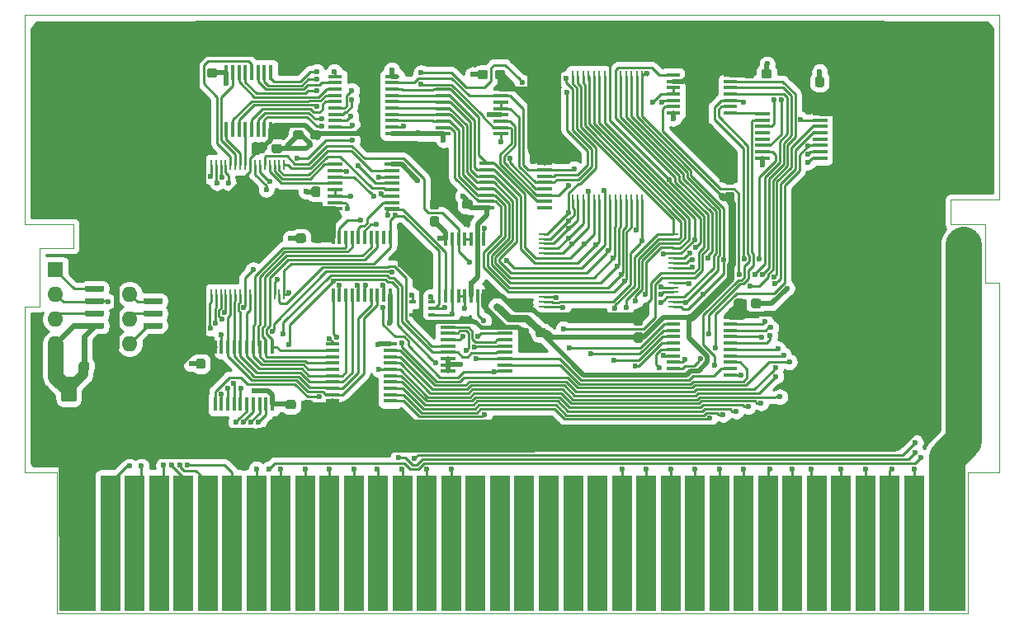
<source format=gbr>
G04 #@! TF.GenerationSoftware,KiCad,Pcbnew,5.1.5+dfsg1-2build2*
G04 #@! TF.CreationDate,2023-04-13T22:50:11-05:00*
G04 #@! TF.ProjectId,cart,63617274-2e6b-4696-9361-645f70636258,rev?*
G04 #@! TF.SameCoordinates,Original*
G04 #@! TF.FileFunction,Copper,L1,Top*
G04 #@! TF.FilePolarity,Positive*
%FSLAX46Y46*%
G04 Gerber Fmt 4.6, Leading zero omitted, Abs format (unit mm)*
G04 Created by KiCad (PCBNEW 5.1.5+dfsg1-2build2) date 2023-04-13 22:50:11*
%MOMM*%
%LPD*%
G04 APERTURE LIST*
%ADD10C,0.100000*%
%ADD11R,0.270000X1.100000*%
%ADD12R,1.500000X0.450000*%
%ADD13R,1.100000X0.270000*%
%ADD14R,0.450000X1.450000*%
%ADD15R,1.450000X0.450000*%
%ADD16R,3.750000X14.000000*%
%ADD17R,2.000000X14.000000*%
%ADD18R,1.600000X1.600000*%
%ADD19O,1.600000X1.600000*%
%ADD20R,0.650000X0.400000*%
%ADD21R,0.450000X1.500000*%
%ADD22C,0.600000*%
%ADD23C,2.000000*%
%ADD24C,0.250000*%
%ADD25C,0.600000*%
%ADD26C,3.700000*%
%ADD27C,0.500000*%
%ADD28C,3.500000*%
%ADD29C,3.600000*%
%ADD30C,3.000000*%
%ADD31C,2.800000*%
%ADD32C,1.600000*%
%ADD33C,0.400000*%
%ADD34C,3.400000*%
%ADD35C,2.600000*%
%ADD36C,3.200000*%
%ADD37C,1.000000*%
%ADD38C,0.800000*%
%ADD39C,0.254000*%
G04 APERTURE END LIST*
D10*
X91650000Y-85900000D02*
X191650000Y-85900000D01*
X91650000Y-107350000D02*
X91650000Y-85900000D01*
X96650000Y-107350000D02*
X91650000Y-107350000D01*
X96650000Y-109850000D02*
X96650000Y-107350000D01*
X93150000Y-109850000D02*
X96650000Y-109850000D01*
X93150000Y-115850000D02*
X93150000Y-109850000D01*
X91650000Y-115850000D02*
X93150000Y-115850000D01*
X91650000Y-132850000D02*
X91650000Y-115850000D01*
X191650000Y-113350000D02*
X191650000Y-132850000D01*
X190150000Y-113350000D02*
X191650000Y-113350000D01*
X190150000Y-107350000D02*
X190150000Y-113350000D01*
X186650000Y-107350000D02*
X190150000Y-107350000D01*
X186650000Y-104850000D02*
X186650000Y-107350000D01*
X191650000Y-104850000D02*
X186650000Y-104850000D01*
X191650000Y-85900000D02*
X191650000Y-104850000D01*
X94900000Y-132850000D02*
X91650000Y-132850000D01*
X94900000Y-147350000D02*
X94900000Y-132850000D01*
X188400000Y-147350000D02*
X94900000Y-147350000D01*
X188400000Y-132850000D02*
X188400000Y-147350000D01*
X191650000Y-132850000D02*
X188400000Y-132850000D01*
D11*
X147825000Y-92150000D03*
X147825000Y-104850000D03*
X148375000Y-92150000D03*
X148375000Y-104850000D03*
X148925000Y-92150000D03*
X148925000Y-104850000D03*
X149475000Y-92150000D03*
X149475000Y-104850000D03*
X150025000Y-92150000D03*
X150025000Y-104850000D03*
X150575000Y-92150000D03*
X150575000Y-104850000D03*
X151125000Y-92150000D03*
X151125000Y-104850000D03*
X151675000Y-92150000D03*
X151675000Y-104850000D03*
X152225000Y-92150000D03*
X152225000Y-104850000D03*
X152775000Y-92150000D03*
X152775000Y-104850000D03*
X153325000Y-92150000D03*
X153325000Y-104850000D03*
X153875000Y-92150000D03*
X153875000Y-104850000D03*
X154425000Y-92150000D03*
X154425000Y-104850000D03*
X154975000Y-92150000D03*
X154975000Y-104850000D03*
D12*
X139050000Y-101125000D03*
X139050000Y-101775000D03*
X139050000Y-102425000D03*
X139050000Y-103075000D03*
X139050000Y-103725000D03*
X139050000Y-104375000D03*
X139050000Y-105025000D03*
X139050000Y-105675000D03*
X144950000Y-105675000D03*
X144950000Y-105025000D03*
X144950000Y-104375000D03*
X144950000Y-103725000D03*
X144950000Y-103075000D03*
X144950000Y-102425000D03*
X144950000Y-101775000D03*
X144950000Y-101125000D03*
D13*
X144850000Y-115850000D03*
X158150000Y-115850000D03*
X144850000Y-115350000D03*
X158150000Y-115350000D03*
X144850000Y-114850000D03*
X158150000Y-114850000D03*
X144850000Y-114350000D03*
X158150000Y-114350000D03*
X144850000Y-113850000D03*
X158150000Y-113850000D03*
X144850000Y-113350000D03*
X158150000Y-113350000D03*
X144850000Y-112850000D03*
X158150000Y-112850000D03*
X144850000Y-112350000D03*
X158150000Y-112350000D03*
X144850000Y-111850000D03*
X158150000Y-111850000D03*
X144850000Y-111350000D03*
X158150000Y-111350000D03*
X144850000Y-110850000D03*
X158150000Y-110850000D03*
X144850000Y-110350000D03*
X158150000Y-110350000D03*
X144850000Y-109850000D03*
X158150000Y-109850000D03*
X144850000Y-109350000D03*
X158150000Y-109350000D03*
X144850000Y-108850000D03*
X158150000Y-108850000D03*
X144850000Y-108350000D03*
X158150000Y-108350000D03*
G04 #@! TA.AperFunction,SMDPad,CuDef*
D10*
G36*
X99639703Y-113695722D02*
G01*
X99654264Y-113697882D01*
X99668543Y-113701459D01*
X99682403Y-113706418D01*
X99695710Y-113712712D01*
X99708336Y-113720280D01*
X99720159Y-113729048D01*
X99731066Y-113738934D01*
X99740952Y-113749841D01*
X99749720Y-113761664D01*
X99757288Y-113774290D01*
X99763582Y-113787597D01*
X99768541Y-113801457D01*
X99772118Y-113815736D01*
X99774278Y-113830297D01*
X99775000Y-113845000D01*
X99775000Y-114145000D01*
X99774278Y-114159703D01*
X99772118Y-114174264D01*
X99768541Y-114188543D01*
X99763582Y-114202403D01*
X99757288Y-114215710D01*
X99749720Y-114228336D01*
X99740952Y-114240159D01*
X99731066Y-114251066D01*
X99720159Y-114260952D01*
X99708336Y-114269720D01*
X99695710Y-114277288D01*
X99682403Y-114283582D01*
X99668543Y-114288541D01*
X99654264Y-114292118D01*
X99639703Y-114294278D01*
X99625000Y-114295000D01*
X97975000Y-114295000D01*
X97960297Y-114294278D01*
X97945736Y-114292118D01*
X97931457Y-114288541D01*
X97917597Y-114283582D01*
X97904290Y-114277288D01*
X97891664Y-114269720D01*
X97879841Y-114260952D01*
X97868934Y-114251066D01*
X97859048Y-114240159D01*
X97850280Y-114228336D01*
X97842712Y-114215710D01*
X97836418Y-114202403D01*
X97831459Y-114188543D01*
X97827882Y-114174264D01*
X97825722Y-114159703D01*
X97825000Y-114145000D01*
X97825000Y-113845000D01*
X97825722Y-113830297D01*
X97827882Y-113815736D01*
X97831459Y-113801457D01*
X97836418Y-113787597D01*
X97842712Y-113774290D01*
X97850280Y-113761664D01*
X97859048Y-113749841D01*
X97868934Y-113738934D01*
X97879841Y-113729048D01*
X97891664Y-113720280D01*
X97904290Y-113712712D01*
X97917597Y-113706418D01*
X97931457Y-113701459D01*
X97945736Y-113697882D01*
X97960297Y-113695722D01*
X97975000Y-113695000D01*
X99625000Y-113695000D01*
X99639703Y-113695722D01*
G37*
G04 #@! TD.AperFunction*
G04 #@! TA.AperFunction,SMDPad,CuDef*
G36*
X99639703Y-114965722D02*
G01*
X99654264Y-114967882D01*
X99668543Y-114971459D01*
X99682403Y-114976418D01*
X99695710Y-114982712D01*
X99708336Y-114990280D01*
X99720159Y-114999048D01*
X99731066Y-115008934D01*
X99740952Y-115019841D01*
X99749720Y-115031664D01*
X99757288Y-115044290D01*
X99763582Y-115057597D01*
X99768541Y-115071457D01*
X99772118Y-115085736D01*
X99774278Y-115100297D01*
X99775000Y-115115000D01*
X99775000Y-115415000D01*
X99774278Y-115429703D01*
X99772118Y-115444264D01*
X99768541Y-115458543D01*
X99763582Y-115472403D01*
X99757288Y-115485710D01*
X99749720Y-115498336D01*
X99740952Y-115510159D01*
X99731066Y-115521066D01*
X99720159Y-115530952D01*
X99708336Y-115539720D01*
X99695710Y-115547288D01*
X99682403Y-115553582D01*
X99668543Y-115558541D01*
X99654264Y-115562118D01*
X99639703Y-115564278D01*
X99625000Y-115565000D01*
X97975000Y-115565000D01*
X97960297Y-115564278D01*
X97945736Y-115562118D01*
X97931457Y-115558541D01*
X97917597Y-115553582D01*
X97904290Y-115547288D01*
X97891664Y-115539720D01*
X97879841Y-115530952D01*
X97868934Y-115521066D01*
X97859048Y-115510159D01*
X97850280Y-115498336D01*
X97842712Y-115485710D01*
X97836418Y-115472403D01*
X97831459Y-115458543D01*
X97827882Y-115444264D01*
X97825722Y-115429703D01*
X97825000Y-115415000D01*
X97825000Y-115115000D01*
X97825722Y-115100297D01*
X97827882Y-115085736D01*
X97831459Y-115071457D01*
X97836418Y-115057597D01*
X97842712Y-115044290D01*
X97850280Y-115031664D01*
X97859048Y-115019841D01*
X97868934Y-115008934D01*
X97879841Y-114999048D01*
X97891664Y-114990280D01*
X97904290Y-114982712D01*
X97917597Y-114976418D01*
X97931457Y-114971459D01*
X97945736Y-114967882D01*
X97960297Y-114965722D01*
X97975000Y-114965000D01*
X99625000Y-114965000D01*
X99639703Y-114965722D01*
G37*
G04 #@! TD.AperFunction*
G04 #@! TA.AperFunction,SMDPad,CuDef*
G36*
X99639703Y-116235722D02*
G01*
X99654264Y-116237882D01*
X99668543Y-116241459D01*
X99682403Y-116246418D01*
X99695710Y-116252712D01*
X99708336Y-116260280D01*
X99720159Y-116269048D01*
X99731066Y-116278934D01*
X99740952Y-116289841D01*
X99749720Y-116301664D01*
X99757288Y-116314290D01*
X99763582Y-116327597D01*
X99768541Y-116341457D01*
X99772118Y-116355736D01*
X99774278Y-116370297D01*
X99775000Y-116385000D01*
X99775000Y-116685000D01*
X99774278Y-116699703D01*
X99772118Y-116714264D01*
X99768541Y-116728543D01*
X99763582Y-116742403D01*
X99757288Y-116755710D01*
X99749720Y-116768336D01*
X99740952Y-116780159D01*
X99731066Y-116791066D01*
X99720159Y-116800952D01*
X99708336Y-116809720D01*
X99695710Y-116817288D01*
X99682403Y-116823582D01*
X99668543Y-116828541D01*
X99654264Y-116832118D01*
X99639703Y-116834278D01*
X99625000Y-116835000D01*
X97975000Y-116835000D01*
X97960297Y-116834278D01*
X97945736Y-116832118D01*
X97931457Y-116828541D01*
X97917597Y-116823582D01*
X97904290Y-116817288D01*
X97891664Y-116809720D01*
X97879841Y-116800952D01*
X97868934Y-116791066D01*
X97859048Y-116780159D01*
X97850280Y-116768336D01*
X97842712Y-116755710D01*
X97836418Y-116742403D01*
X97831459Y-116728543D01*
X97827882Y-116714264D01*
X97825722Y-116699703D01*
X97825000Y-116685000D01*
X97825000Y-116385000D01*
X97825722Y-116370297D01*
X97827882Y-116355736D01*
X97831459Y-116341457D01*
X97836418Y-116327597D01*
X97842712Y-116314290D01*
X97850280Y-116301664D01*
X97859048Y-116289841D01*
X97868934Y-116278934D01*
X97879841Y-116269048D01*
X97891664Y-116260280D01*
X97904290Y-116252712D01*
X97917597Y-116246418D01*
X97931457Y-116241459D01*
X97945736Y-116237882D01*
X97960297Y-116235722D01*
X97975000Y-116235000D01*
X99625000Y-116235000D01*
X99639703Y-116235722D01*
G37*
G04 #@! TD.AperFunction*
G04 #@! TA.AperFunction,SMDPad,CuDef*
G36*
X99639703Y-117500722D02*
G01*
X99654264Y-117502882D01*
X99668543Y-117506459D01*
X99682403Y-117511418D01*
X99695710Y-117517712D01*
X99708336Y-117525280D01*
X99720159Y-117534048D01*
X99731066Y-117543934D01*
X99740952Y-117554841D01*
X99749720Y-117566664D01*
X99757288Y-117579290D01*
X99763582Y-117592597D01*
X99768541Y-117606457D01*
X99772118Y-117620736D01*
X99774278Y-117635297D01*
X99775000Y-117650000D01*
X99775000Y-117950000D01*
X99774278Y-117964703D01*
X99772118Y-117979264D01*
X99768541Y-117993543D01*
X99763582Y-118007403D01*
X99757288Y-118020710D01*
X99749720Y-118033336D01*
X99740952Y-118045159D01*
X99731066Y-118056066D01*
X99720159Y-118065952D01*
X99708336Y-118074720D01*
X99695710Y-118082288D01*
X99682403Y-118088582D01*
X99668543Y-118093541D01*
X99654264Y-118097118D01*
X99639703Y-118099278D01*
X99625000Y-118100000D01*
X97975000Y-118100000D01*
X97960297Y-118099278D01*
X97945736Y-118097118D01*
X97931457Y-118093541D01*
X97917597Y-118088582D01*
X97904290Y-118082288D01*
X97891664Y-118074720D01*
X97879841Y-118065952D01*
X97868934Y-118056066D01*
X97859048Y-118045159D01*
X97850280Y-118033336D01*
X97842712Y-118020710D01*
X97836418Y-118007403D01*
X97831459Y-117993543D01*
X97827882Y-117979264D01*
X97825722Y-117964703D01*
X97825000Y-117950000D01*
X97825000Y-117650000D01*
X97825722Y-117635297D01*
X97827882Y-117620736D01*
X97831459Y-117606457D01*
X97836418Y-117592597D01*
X97842712Y-117579290D01*
X97850280Y-117566664D01*
X97859048Y-117554841D01*
X97868934Y-117543934D01*
X97879841Y-117534048D01*
X97891664Y-117525280D01*
X97904290Y-117517712D01*
X97917597Y-117511418D01*
X97931457Y-117506459D01*
X97945736Y-117502882D01*
X97960297Y-117500722D01*
X97975000Y-117500000D01*
X99625000Y-117500000D01*
X99639703Y-117500722D01*
G37*
G04 #@! TD.AperFunction*
G04 #@! TA.AperFunction,SMDPad,CuDef*
G36*
X105639703Y-117500722D02*
G01*
X105654264Y-117502882D01*
X105668543Y-117506459D01*
X105682403Y-117511418D01*
X105695710Y-117517712D01*
X105708336Y-117525280D01*
X105720159Y-117534048D01*
X105731066Y-117543934D01*
X105740952Y-117554841D01*
X105749720Y-117566664D01*
X105757288Y-117579290D01*
X105763582Y-117592597D01*
X105768541Y-117606457D01*
X105772118Y-117620736D01*
X105774278Y-117635297D01*
X105775000Y-117650000D01*
X105775000Y-117950000D01*
X105774278Y-117964703D01*
X105772118Y-117979264D01*
X105768541Y-117993543D01*
X105763582Y-118007403D01*
X105757288Y-118020710D01*
X105749720Y-118033336D01*
X105740952Y-118045159D01*
X105731066Y-118056066D01*
X105720159Y-118065952D01*
X105708336Y-118074720D01*
X105695710Y-118082288D01*
X105682403Y-118088582D01*
X105668543Y-118093541D01*
X105654264Y-118097118D01*
X105639703Y-118099278D01*
X105625000Y-118100000D01*
X103975000Y-118100000D01*
X103960297Y-118099278D01*
X103945736Y-118097118D01*
X103931457Y-118093541D01*
X103917597Y-118088582D01*
X103904290Y-118082288D01*
X103891664Y-118074720D01*
X103879841Y-118065952D01*
X103868934Y-118056066D01*
X103859048Y-118045159D01*
X103850280Y-118033336D01*
X103842712Y-118020710D01*
X103836418Y-118007403D01*
X103831459Y-117993543D01*
X103827882Y-117979264D01*
X103825722Y-117964703D01*
X103825000Y-117950000D01*
X103825000Y-117650000D01*
X103825722Y-117635297D01*
X103827882Y-117620736D01*
X103831459Y-117606457D01*
X103836418Y-117592597D01*
X103842712Y-117579290D01*
X103850280Y-117566664D01*
X103859048Y-117554841D01*
X103868934Y-117543934D01*
X103879841Y-117534048D01*
X103891664Y-117525280D01*
X103904290Y-117517712D01*
X103917597Y-117511418D01*
X103931457Y-117506459D01*
X103945736Y-117502882D01*
X103960297Y-117500722D01*
X103975000Y-117500000D01*
X105625000Y-117500000D01*
X105639703Y-117500722D01*
G37*
G04 #@! TD.AperFunction*
G04 #@! TA.AperFunction,SMDPad,CuDef*
G36*
X105639703Y-116235722D02*
G01*
X105654264Y-116237882D01*
X105668543Y-116241459D01*
X105682403Y-116246418D01*
X105695710Y-116252712D01*
X105708336Y-116260280D01*
X105720159Y-116269048D01*
X105731066Y-116278934D01*
X105740952Y-116289841D01*
X105749720Y-116301664D01*
X105757288Y-116314290D01*
X105763582Y-116327597D01*
X105768541Y-116341457D01*
X105772118Y-116355736D01*
X105774278Y-116370297D01*
X105775000Y-116385000D01*
X105775000Y-116685000D01*
X105774278Y-116699703D01*
X105772118Y-116714264D01*
X105768541Y-116728543D01*
X105763582Y-116742403D01*
X105757288Y-116755710D01*
X105749720Y-116768336D01*
X105740952Y-116780159D01*
X105731066Y-116791066D01*
X105720159Y-116800952D01*
X105708336Y-116809720D01*
X105695710Y-116817288D01*
X105682403Y-116823582D01*
X105668543Y-116828541D01*
X105654264Y-116832118D01*
X105639703Y-116834278D01*
X105625000Y-116835000D01*
X103975000Y-116835000D01*
X103960297Y-116834278D01*
X103945736Y-116832118D01*
X103931457Y-116828541D01*
X103917597Y-116823582D01*
X103904290Y-116817288D01*
X103891664Y-116809720D01*
X103879841Y-116800952D01*
X103868934Y-116791066D01*
X103859048Y-116780159D01*
X103850280Y-116768336D01*
X103842712Y-116755710D01*
X103836418Y-116742403D01*
X103831459Y-116728543D01*
X103827882Y-116714264D01*
X103825722Y-116699703D01*
X103825000Y-116685000D01*
X103825000Y-116385000D01*
X103825722Y-116370297D01*
X103827882Y-116355736D01*
X103831459Y-116341457D01*
X103836418Y-116327597D01*
X103842712Y-116314290D01*
X103850280Y-116301664D01*
X103859048Y-116289841D01*
X103868934Y-116278934D01*
X103879841Y-116269048D01*
X103891664Y-116260280D01*
X103904290Y-116252712D01*
X103917597Y-116246418D01*
X103931457Y-116241459D01*
X103945736Y-116237882D01*
X103960297Y-116235722D01*
X103975000Y-116235000D01*
X105625000Y-116235000D01*
X105639703Y-116235722D01*
G37*
G04 #@! TD.AperFunction*
G04 #@! TA.AperFunction,SMDPad,CuDef*
G36*
X105639703Y-114965722D02*
G01*
X105654264Y-114967882D01*
X105668543Y-114971459D01*
X105682403Y-114976418D01*
X105695710Y-114982712D01*
X105708336Y-114990280D01*
X105720159Y-114999048D01*
X105731066Y-115008934D01*
X105740952Y-115019841D01*
X105749720Y-115031664D01*
X105757288Y-115044290D01*
X105763582Y-115057597D01*
X105768541Y-115071457D01*
X105772118Y-115085736D01*
X105774278Y-115100297D01*
X105775000Y-115115000D01*
X105775000Y-115415000D01*
X105774278Y-115429703D01*
X105772118Y-115444264D01*
X105768541Y-115458543D01*
X105763582Y-115472403D01*
X105757288Y-115485710D01*
X105749720Y-115498336D01*
X105740952Y-115510159D01*
X105731066Y-115521066D01*
X105720159Y-115530952D01*
X105708336Y-115539720D01*
X105695710Y-115547288D01*
X105682403Y-115553582D01*
X105668543Y-115558541D01*
X105654264Y-115562118D01*
X105639703Y-115564278D01*
X105625000Y-115565000D01*
X103975000Y-115565000D01*
X103960297Y-115564278D01*
X103945736Y-115562118D01*
X103931457Y-115558541D01*
X103917597Y-115553582D01*
X103904290Y-115547288D01*
X103891664Y-115539720D01*
X103879841Y-115530952D01*
X103868934Y-115521066D01*
X103859048Y-115510159D01*
X103850280Y-115498336D01*
X103842712Y-115485710D01*
X103836418Y-115472403D01*
X103831459Y-115458543D01*
X103827882Y-115444264D01*
X103825722Y-115429703D01*
X103825000Y-115415000D01*
X103825000Y-115115000D01*
X103825722Y-115100297D01*
X103827882Y-115085736D01*
X103831459Y-115071457D01*
X103836418Y-115057597D01*
X103842712Y-115044290D01*
X103850280Y-115031664D01*
X103859048Y-115019841D01*
X103868934Y-115008934D01*
X103879841Y-114999048D01*
X103891664Y-114990280D01*
X103904290Y-114982712D01*
X103917597Y-114976418D01*
X103931457Y-114971459D01*
X103945736Y-114967882D01*
X103960297Y-114965722D01*
X103975000Y-114965000D01*
X105625000Y-114965000D01*
X105639703Y-114965722D01*
G37*
G04 #@! TD.AperFunction*
G04 #@! TA.AperFunction,SMDPad,CuDef*
G36*
X105639703Y-113695722D02*
G01*
X105654264Y-113697882D01*
X105668543Y-113701459D01*
X105682403Y-113706418D01*
X105695710Y-113712712D01*
X105708336Y-113720280D01*
X105720159Y-113729048D01*
X105731066Y-113738934D01*
X105740952Y-113749841D01*
X105749720Y-113761664D01*
X105757288Y-113774290D01*
X105763582Y-113787597D01*
X105768541Y-113801457D01*
X105772118Y-113815736D01*
X105774278Y-113830297D01*
X105775000Y-113845000D01*
X105775000Y-114145000D01*
X105774278Y-114159703D01*
X105772118Y-114174264D01*
X105768541Y-114188543D01*
X105763582Y-114202403D01*
X105757288Y-114215710D01*
X105749720Y-114228336D01*
X105740952Y-114240159D01*
X105731066Y-114251066D01*
X105720159Y-114260952D01*
X105708336Y-114269720D01*
X105695710Y-114277288D01*
X105682403Y-114283582D01*
X105668543Y-114288541D01*
X105654264Y-114292118D01*
X105639703Y-114294278D01*
X105625000Y-114295000D01*
X103975000Y-114295000D01*
X103960297Y-114294278D01*
X103945736Y-114292118D01*
X103931457Y-114288541D01*
X103917597Y-114283582D01*
X103904290Y-114277288D01*
X103891664Y-114269720D01*
X103879841Y-114260952D01*
X103868934Y-114251066D01*
X103859048Y-114240159D01*
X103850280Y-114228336D01*
X103842712Y-114215710D01*
X103836418Y-114202403D01*
X103831459Y-114188543D01*
X103827882Y-114174264D01*
X103825722Y-114159703D01*
X103825000Y-114145000D01*
X103825000Y-113845000D01*
X103825722Y-113830297D01*
X103827882Y-113815736D01*
X103831459Y-113801457D01*
X103836418Y-113787597D01*
X103842712Y-113774290D01*
X103850280Y-113761664D01*
X103859048Y-113749841D01*
X103868934Y-113738934D01*
X103879841Y-113729048D01*
X103891664Y-113720280D01*
X103904290Y-113712712D01*
X103917597Y-113706418D01*
X103931457Y-113701459D01*
X103945736Y-113697882D01*
X103960297Y-113695722D01*
X103975000Y-113695000D01*
X105625000Y-113695000D01*
X105639703Y-113695722D01*
G37*
G04 #@! TD.AperFunction*
G04 #@! TA.AperFunction,SMDPad,CuDef*
G36*
X98035779Y-121476144D02*
G01*
X98058834Y-121479563D01*
X98081443Y-121485227D01*
X98103387Y-121493079D01*
X98124457Y-121503044D01*
X98144448Y-121515026D01*
X98163168Y-121528910D01*
X98180438Y-121544562D01*
X98196090Y-121561832D01*
X98209974Y-121580552D01*
X98221956Y-121600543D01*
X98231921Y-121621613D01*
X98239773Y-121643557D01*
X98245437Y-121666166D01*
X98248856Y-121689221D01*
X98250000Y-121712500D01*
X98250000Y-122187500D01*
X98248856Y-122210779D01*
X98245437Y-122233834D01*
X98239773Y-122256443D01*
X98231921Y-122278387D01*
X98221956Y-122299457D01*
X98209974Y-122319448D01*
X98196090Y-122338168D01*
X98180438Y-122355438D01*
X98163168Y-122371090D01*
X98144448Y-122384974D01*
X98124457Y-122396956D01*
X98103387Y-122406921D01*
X98081443Y-122414773D01*
X98058834Y-122420437D01*
X98035779Y-122423856D01*
X98012500Y-122425000D01*
X97437500Y-122425000D01*
X97414221Y-122423856D01*
X97391166Y-122420437D01*
X97368557Y-122414773D01*
X97346613Y-122406921D01*
X97325543Y-122396956D01*
X97305552Y-122384974D01*
X97286832Y-122371090D01*
X97269562Y-122355438D01*
X97253910Y-122338168D01*
X97240026Y-122319448D01*
X97228044Y-122299457D01*
X97218079Y-122278387D01*
X97210227Y-122256443D01*
X97204563Y-122233834D01*
X97201144Y-122210779D01*
X97200000Y-122187500D01*
X97200000Y-121712500D01*
X97201144Y-121689221D01*
X97204563Y-121666166D01*
X97210227Y-121643557D01*
X97218079Y-121621613D01*
X97228044Y-121600543D01*
X97240026Y-121580552D01*
X97253910Y-121561832D01*
X97269562Y-121544562D01*
X97286832Y-121528910D01*
X97305552Y-121515026D01*
X97325543Y-121503044D01*
X97346613Y-121493079D01*
X97368557Y-121485227D01*
X97391166Y-121479563D01*
X97414221Y-121476144D01*
X97437500Y-121475000D01*
X98012500Y-121475000D01*
X98035779Y-121476144D01*
G37*
G04 #@! TD.AperFunction*
G04 #@! TA.AperFunction,SMDPad,CuDef*
G36*
X99785779Y-121476144D02*
G01*
X99808834Y-121479563D01*
X99831443Y-121485227D01*
X99853387Y-121493079D01*
X99874457Y-121503044D01*
X99894448Y-121515026D01*
X99913168Y-121528910D01*
X99930438Y-121544562D01*
X99946090Y-121561832D01*
X99959974Y-121580552D01*
X99971956Y-121600543D01*
X99981921Y-121621613D01*
X99989773Y-121643557D01*
X99995437Y-121666166D01*
X99998856Y-121689221D01*
X100000000Y-121712500D01*
X100000000Y-122187500D01*
X99998856Y-122210779D01*
X99995437Y-122233834D01*
X99989773Y-122256443D01*
X99981921Y-122278387D01*
X99971956Y-122299457D01*
X99959974Y-122319448D01*
X99946090Y-122338168D01*
X99930438Y-122355438D01*
X99913168Y-122371090D01*
X99894448Y-122384974D01*
X99874457Y-122396956D01*
X99853387Y-122406921D01*
X99831443Y-122414773D01*
X99808834Y-122420437D01*
X99785779Y-122423856D01*
X99762500Y-122425000D01*
X99187500Y-122425000D01*
X99164221Y-122423856D01*
X99141166Y-122420437D01*
X99118557Y-122414773D01*
X99096613Y-122406921D01*
X99075543Y-122396956D01*
X99055552Y-122384974D01*
X99036832Y-122371090D01*
X99019562Y-122355438D01*
X99003910Y-122338168D01*
X98990026Y-122319448D01*
X98978044Y-122299457D01*
X98968079Y-122278387D01*
X98960227Y-122256443D01*
X98954563Y-122233834D01*
X98951144Y-122210779D01*
X98950000Y-122187500D01*
X98950000Y-121712500D01*
X98951144Y-121689221D01*
X98954563Y-121666166D01*
X98960227Y-121643557D01*
X98968079Y-121621613D01*
X98978044Y-121600543D01*
X98990026Y-121580552D01*
X99003910Y-121561832D01*
X99019562Y-121544562D01*
X99036832Y-121528910D01*
X99055552Y-121515026D01*
X99075543Y-121503044D01*
X99096613Y-121493079D01*
X99118557Y-121485227D01*
X99141166Y-121479563D01*
X99164221Y-121476144D01*
X99187500Y-121475000D01*
X99762500Y-121475000D01*
X99785779Y-121476144D01*
G37*
G04 #@! TD.AperFunction*
G04 #@! TA.AperFunction,SMDPad,CuDef*
G36*
X120985779Y-125426144D02*
G01*
X121008834Y-125429563D01*
X121031443Y-125435227D01*
X121053387Y-125443079D01*
X121074457Y-125453044D01*
X121094448Y-125465026D01*
X121113168Y-125478910D01*
X121130438Y-125494562D01*
X121146090Y-125511832D01*
X121159974Y-125530552D01*
X121171956Y-125550543D01*
X121181921Y-125571613D01*
X121189773Y-125593557D01*
X121195437Y-125616166D01*
X121198856Y-125639221D01*
X121200000Y-125662500D01*
X121200000Y-126137500D01*
X121198856Y-126160779D01*
X121195437Y-126183834D01*
X121189773Y-126206443D01*
X121181921Y-126228387D01*
X121171956Y-126249457D01*
X121159974Y-126269448D01*
X121146090Y-126288168D01*
X121130438Y-126305438D01*
X121113168Y-126321090D01*
X121094448Y-126334974D01*
X121074457Y-126346956D01*
X121053387Y-126356921D01*
X121031443Y-126364773D01*
X121008834Y-126370437D01*
X120985779Y-126373856D01*
X120962500Y-126375000D01*
X120387500Y-126375000D01*
X120364221Y-126373856D01*
X120341166Y-126370437D01*
X120318557Y-126364773D01*
X120296613Y-126356921D01*
X120275543Y-126346956D01*
X120255552Y-126334974D01*
X120236832Y-126321090D01*
X120219562Y-126305438D01*
X120203910Y-126288168D01*
X120190026Y-126269448D01*
X120178044Y-126249457D01*
X120168079Y-126228387D01*
X120160227Y-126206443D01*
X120154563Y-126183834D01*
X120151144Y-126160779D01*
X120150000Y-126137500D01*
X120150000Y-125662500D01*
X120151144Y-125639221D01*
X120154563Y-125616166D01*
X120160227Y-125593557D01*
X120168079Y-125571613D01*
X120178044Y-125550543D01*
X120190026Y-125530552D01*
X120203910Y-125511832D01*
X120219562Y-125494562D01*
X120236832Y-125478910D01*
X120255552Y-125465026D01*
X120275543Y-125453044D01*
X120296613Y-125443079D01*
X120318557Y-125435227D01*
X120341166Y-125429563D01*
X120364221Y-125426144D01*
X120387500Y-125425000D01*
X120962500Y-125425000D01*
X120985779Y-125426144D01*
G37*
G04 #@! TD.AperFunction*
G04 #@! TA.AperFunction,SMDPad,CuDef*
G36*
X119235779Y-125426144D02*
G01*
X119258834Y-125429563D01*
X119281443Y-125435227D01*
X119303387Y-125443079D01*
X119324457Y-125453044D01*
X119344448Y-125465026D01*
X119363168Y-125478910D01*
X119380438Y-125494562D01*
X119396090Y-125511832D01*
X119409974Y-125530552D01*
X119421956Y-125550543D01*
X119431921Y-125571613D01*
X119439773Y-125593557D01*
X119445437Y-125616166D01*
X119448856Y-125639221D01*
X119450000Y-125662500D01*
X119450000Y-126137500D01*
X119448856Y-126160779D01*
X119445437Y-126183834D01*
X119439773Y-126206443D01*
X119431921Y-126228387D01*
X119421956Y-126249457D01*
X119409974Y-126269448D01*
X119396090Y-126288168D01*
X119380438Y-126305438D01*
X119363168Y-126321090D01*
X119344448Y-126334974D01*
X119324457Y-126346956D01*
X119303387Y-126356921D01*
X119281443Y-126364773D01*
X119258834Y-126370437D01*
X119235779Y-126373856D01*
X119212500Y-126375000D01*
X118637500Y-126375000D01*
X118614221Y-126373856D01*
X118591166Y-126370437D01*
X118568557Y-126364773D01*
X118546613Y-126356921D01*
X118525543Y-126346956D01*
X118505552Y-126334974D01*
X118486832Y-126321090D01*
X118469562Y-126305438D01*
X118453910Y-126288168D01*
X118440026Y-126269448D01*
X118428044Y-126249457D01*
X118418079Y-126228387D01*
X118410227Y-126206443D01*
X118404563Y-126183834D01*
X118401144Y-126160779D01*
X118400000Y-126137500D01*
X118400000Y-125662500D01*
X118401144Y-125639221D01*
X118404563Y-125616166D01*
X118410227Y-125593557D01*
X118418079Y-125571613D01*
X118428044Y-125550543D01*
X118440026Y-125530552D01*
X118453910Y-125511832D01*
X118469562Y-125494562D01*
X118486832Y-125478910D01*
X118505552Y-125465026D01*
X118525543Y-125453044D01*
X118546613Y-125443079D01*
X118568557Y-125435227D01*
X118591166Y-125429563D01*
X118614221Y-125426144D01*
X118637500Y-125425000D01*
X119212500Y-125425000D01*
X119235779Y-125426144D01*
G37*
G04 #@! TD.AperFunction*
D14*
X111175000Y-119950000D03*
X111825000Y-119950000D03*
X112475000Y-119950000D03*
X113125000Y-119950000D03*
X113775000Y-119950000D03*
X114425000Y-119950000D03*
X115075000Y-119950000D03*
X115725000Y-119950000D03*
X116375000Y-119950000D03*
X117025000Y-119950000D03*
X117025000Y-125850000D03*
X116375000Y-125850000D03*
X115725000Y-125850000D03*
X115075000Y-125850000D03*
X114425000Y-125850000D03*
X113775000Y-125850000D03*
X113125000Y-125850000D03*
X112475000Y-125850000D03*
X111825000Y-125850000D03*
X111175000Y-125850000D03*
D12*
X140950000Y-117925000D03*
X140950000Y-118575000D03*
X140950000Y-119225000D03*
X140950000Y-119875000D03*
X140950000Y-120525000D03*
X140950000Y-121175000D03*
X140950000Y-121825000D03*
X140950000Y-122475000D03*
X135050000Y-122475000D03*
X135050000Y-121825000D03*
X135050000Y-121175000D03*
X135050000Y-120525000D03*
X135050000Y-119875000D03*
X135050000Y-119225000D03*
X135050000Y-118575000D03*
X135050000Y-117925000D03*
D15*
X129150000Y-125525000D03*
X129150000Y-124875000D03*
X129150000Y-124225000D03*
X129150000Y-123575000D03*
X129150000Y-122925000D03*
X129150000Y-122275000D03*
X129150000Y-121625000D03*
X129150000Y-120975000D03*
X129150000Y-120325000D03*
X129150000Y-119675000D03*
X123250000Y-119675000D03*
X123250000Y-120325000D03*
X123250000Y-120975000D03*
X123250000Y-121625000D03*
X123250000Y-122275000D03*
X123250000Y-122925000D03*
X123250000Y-123575000D03*
X123250000Y-124225000D03*
X123250000Y-124875000D03*
X123250000Y-125525000D03*
D14*
X138750000Y-114750000D03*
X138100000Y-114750000D03*
X137450000Y-114750000D03*
X136800000Y-114750000D03*
X136150000Y-114750000D03*
X135500000Y-114750000D03*
X134850000Y-114750000D03*
X134850000Y-108850000D03*
X135500000Y-108850000D03*
X136150000Y-108850000D03*
X136800000Y-108850000D03*
X137450000Y-108850000D03*
X138100000Y-108850000D03*
X138750000Y-108850000D03*
D11*
X118250000Y-114550000D03*
X118250000Y-101250000D03*
X117750000Y-114550000D03*
X117750000Y-101250000D03*
X117250000Y-114550000D03*
X117250000Y-101250000D03*
X116750000Y-114550000D03*
X116750000Y-101250000D03*
X116250000Y-114550000D03*
X116250000Y-101250000D03*
X115750000Y-114550000D03*
X115750000Y-101250000D03*
X115250000Y-114550000D03*
X115250000Y-101250000D03*
X114750000Y-114550000D03*
X114750000Y-101250000D03*
X114250000Y-114550000D03*
X114250000Y-101250000D03*
X113750000Y-114550000D03*
X113750000Y-101250000D03*
X113250000Y-114550000D03*
X113250000Y-101250000D03*
X112750000Y-114550000D03*
X112750000Y-101250000D03*
X112250000Y-114550000D03*
X112250000Y-101250000D03*
X111750000Y-114550000D03*
X111750000Y-101250000D03*
X111250000Y-114550000D03*
X111250000Y-101250000D03*
X110750000Y-114550000D03*
X110750000Y-101250000D03*
D16*
X186275000Y-140100000D03*
D17*
X182900000Y-140100000D03*
X180400000Y-140100000D03*
X177900000Y-140100000D03*
X175400000Y-140100000D03*
X172900000Y-140100000D03*
X170400000Y-140100000D03*
X167900000Y-140100000D03*
X165400000Y-140100000D03*
X162900000Y-140100000D03*
X160400000Y-140100000D03*
X157900000Y-140100000D03*
X155400000Y-140100000D03*
X152900000Y-140100000D03*
X150400000Y-140100000D03*
X147900000Y-140100000D03*
X145400000Y-140100000D03*
X142900000Y-140100000D03*
X140400000Y-140100000D03*
X137900000Y-140100000D03*
X135400000Y-140100000D03*
X132900000Y-140100000D03*
X130400000Y-140100000D03*
X127900000Y-140100000D03*
X125400000Y-140100000D03*
X122900000Y-140100000D03*
X120400000Y-140100000D03*
X117900000Y-140100000D03*
X115400000Y-140100000D03*
X112900000Y-140100000D03*
X110400000Y-140100000D03*
X107900000Y-140100000D03*
X105400000Y-140100000D03*
X102900000Y-140100000D03*
X100400000Y-140100000D03*
D16*
X97025000Y-140100000D03*
G04 #@! TA.AperFunction,SMDPad,CuDef*
D10*
G36*
X144910779Y-118026144D02*
G01*
X144933834Y-118029563D01*
X144956443Y-118035227D01*
X144978387Y-118043079D01*
X144999457Y-118053044D01*
X145019448Y-118065026D01*
X145038168Y-118078910D01*
X145055438Y-118094562D01*
X145071090Y-118111832D01*
X145084974Y-118130552D01*
X145096956Y-118150543D01*
X145106921Y-118171613D01*
X145114773Y-118193557D01*
X145120437Y-118216166D01*
X145123856Y-118239221D01*
X145125000Y-118262500D01*
X145125000Y-118737500D01*
X145123856Y-118760779D01*
X145120437Y-118783834D01*
X145114773Y-118806443D01*
X145106921Y-118828387D01*
X145096956Y-118849457D01*
X145084974Y-118869448D01*
X145071090Y-118888168D01*
X145055438Y-118905438D01*
X145038168Y-118921090D01*
X145019448Y-118934974D01*
X144999457Y-118946956D01*
X144978387Y-118956921D01*
X144956443Y-118964773D01*
X144933834Y-118970437D01*
X144910779Y-118973856D01*
X144887500Y-118975000D01*
X144312500Y-118975000D01*
X144289221Y-118973856D01*
X144266166Y-118970437D01*
X144243557Y-118964773D01*
X144221613Y-118956921D01*
X144200543Y-118946956D01*
X144180552Y-118934974D01*
X144161832Y-118921090D01*
X144144562Y-118905438D01*
X144128910Y-118888168D01*
X144115026Y-118869448D01*
X144103044Y-118849457D01*
X144093079Y-118828387D01*
X144085227Y-118806443D01*
X144079563Y-118783834D01*
X144076144Y-118760779D01*
X144075000Y-118737500D01*
X144075000Y-118262500D01*
X144076144Y-118239221D01*
X144079563Y-118216166D01*
X144085227Y-118193557D01*
X144093079Y-118171613D01*
X144103044Y-118150543D01*
X144115026Y-118130552D01*
X144128910Y-118111832D01*
X144144562Y-118094562D01*
X144161832Y-118078910D01*
X144180552Y-118065026D01*
X144200543Y-118053044D01*
X144221613Y-118043079D01*
X144243557Y-118035227D01*
X144266166Y-118029563D01*
X144289221Y-118026144D01*
X144312500Y-118025000D01*
X144887500Y-118025000D01*
X144910779Y-118026144D01*
G37*
G04 #@! TD.AperFunction*
G04 #@! TA.AperFunction,SMDPad,CuDef*
G36*
X143160779Y-118026144D02*
G01*
X143183834Y-118029563D01*
X143206443Y-118035227D01*
X143228387Y-118043079D01*
X143249457Y-118053044D01*
X143269448Y-118065026D01*
X143288168Y-118078910D01*
X143305438Y-118094562D01*
X143321090Y-118111832D01*
X143334974Y-118130552D01*
X143346956Y-118150543D01*
X143356921Y-118171613D01*
X143364773Y-118193557D01*
X143370437Y-118216166D01*
X143373856Y-118239221D01*
X143375000Y-118262500D01*
X143375000Y-118737500D01*
X143373856Y-118760779D01*
X143370437Y-118783834D01*
X143364773Y-118806443D01*
X143356921Y-118828387D01*
X143346956Y-118849457D01*
X143334974Y-118869448D01*
X143321090Y-118888168D01*
X143305438Y-118905438D01*
X143288168Y-118921090D01*
X143269448Y-118934974D01*
X143249457Y-118946956D01*
X143228387Y-118956921D01*
X143206443Y-118964773D01*
X143183834Y-118970437D01*
X143160779Y-118973856D01*
X143137500Y-118975000D01*
X142562500Y-118975000D01*
X142539221Y-118973856D01*
X142516166Y-118970437D01*
X142493557Y-118964773D01*
X142471613Y-118956921D01*
X142450543Y-118946956D01*
X142430552Y-118934974D01*
X142411832Y-118921090D01*
X142394562Y-118905438D01*
X142378910Y-118888168D01*
X142365026Y-118869448D01*
X142353044Y-118849457D01*
X142343079Y-118828387D01*
X142335227Y-118806443D01*
X142329563Y-118783834D01*
X142326144Y-118760779D01*
X142325000Y-118737500D01*
X142325000Y-118262500D01*
X142326144Y-118239221D01*
X142329563Y-118216166D01*
X142335227Y-118193557D01*
X142343079Y-118171613D01*
X142353044Y-118150543D01*
X142365026Y-118130552D01*
X142378910Y-118111832D01*
X142394562Y-118094562D01*
X142411832Y-118078910D01*
X142430552Y-118065026D01*
X142450543Y-118053044D01*
X142471613Y-118043079D01*
X142493557Y-118035227D01*
X142516166Y-118029563D01*
X142539221Y-118026144D01*
X142562500Y-118025000D01*
X143137500Y-118025000D01*
X143160779Y-118026144D01*
G37*
G04 #@! TD.AperFunction*
G04 #@! TA.AperFunction,SMDPad,CuDef*
G36*
X120010779Y-97726144D02*
G01*
X120033834Y-97729563D01*
X120056443Y-97735227D01*
X120078387Y-97743079D01*
X120099457Y-97753044D01*
X120119448Y-97765026D01*
X120138168Y-97778910D01*
X120155438Y-97794562D01*
X120171090Y-97811832D01*
X120184974Y-97830552D01*
X120196956Y-97850543D01*
X120206921Y-97871613D01*
X120214773Y-97893557D01*
X120220437Y-97916166D01*
X120223856Y-97939221D01*
X120225000Y-97962500D01*
X120225000Y-98437500D01*
X120223856Y-98460779D01*
X120220437Y-98483834D01*
X120214773Y-98506443D01*
X120206921Y-98528387D01*
X120196956Y-98549457D01*
X120184974Y-98569448D01*
X120171090Y-98588168D01*
X120155438Y-98605438D01*
X120138168Y-98621090D01*
X120119448Y-98634974D01*
X120099457Y-98646956D01*
X120078387Y-98656921D01*
X120056443Y-98664773D01*
X120033834Y-98670437D01*
X120010779Y-98673856D01*
X119987500Y-98675000D01*
X119412500Y-98675000D01*
X119389221Y-98673856D01*
X119366166Y-98670437D01*
X119343557Y-98664773D01*
X119321613Y-98656921D01*
X119300543Y-98646956D01*
X119280552Y-98634974D01*
X119261832Y-98621090D01*
X119244562Y-98605438D01*
X119228910Y-98588168D01*
X119215026Y-98569448D01*
X119203044Y-98549457D01*
X119193079Y-98528387D01*
X119185227Y-98506443D01*
X119179563Y-98483834D01*
X119176144Y-98460779D01*
X119175000Y-98437500D01*
X119175000Y-97962500D01*
X119176144Y-97939221D01*
X119179563Y-97916166D01*
X119185227Y-97893557D01*
X119193079Y-97871613D01*
X119203044Y-97850543D01*
X119215026Y-97830552D01*
X119228910Y-97811832D01*
X119244562Y-97794562D01*
X119261832Y-97778910D01*
X119280552Y-97765026D01*
X119300543Y-97753044D01*
X119321613Y-97743079D01*
X119343557Y-97735227D01*
X119366166Y-97729563D01*
X119389221Y-97726144D01*
X119412500Y-97725000D01*
X119987500Y-97725000D01*
X120010779Y-97726144D01*
G37*
G04 #@! TD.AperFunction*
G04 #@! TA.AperFunction,SMDPad,CuDef*
G36*
X121760779Y-97726144D02*
G01*
X121783834Y-97729563D01*
X121806443Y-97735227D01*
X121828387Y-97743079D01*
X121849457Y-97753044D01*
X121869448Y-97765026D01*
X121888168Y-97778910D01*
X121905438Y-97794562D01*
X121921090Y-97811832D01*
X121934974Y-97830552D01*
X121946956Y-97850543D01*
X121956921Y-97871613D01*
X121964773Y-97893557D01*
X121970437Y-97916166D01*
X121973856Y-97939221D01*
X121975000Y-97962500D01*
X121975000Y-98437500D01*
X121973856Y-98460779D01*
X121970437Y-98483834D01*
X121964773Y-98506443D01*
X121956921Y-98528387D01*
X121946956Y-98549457D01*
X121934974Y-98569448D01*
X121921090Y-98588168D01*
X121905438Y-98605438D01*
X121888168Y-98621090D01*
X121869448Y-98634974D01*
X121849457Y-98646956D01*
X121828387Y-98656921D01*
X121806443Y-98664773D01*
X121783834Y-98670437D01*
X121760779Y-98673856D01*
X121737500Y-98675000D01*
X121162500Y-98675000D01*
X121139221Y-98673856D01*
X121116166Y-98670437D01*
X121093557Y-98664773D01*
X121071613Y-98656921D01*
X121050543Y-98646956D01*
X121030552Y-98634974D01*
X121011832Y-98621090D01*
X120994562Y-98605438D01*
X120978910Y-98588168D01*
X120965026Y-98569448D01*
X120953044Y-98549457D01*
X120943079Y-98528387D01*
X120935227Y-98506443D01*
X120929563Y-98483834D01*
X120926144Y-98460779D01*
X120925000Y-98437500D01*
X120925000Y-97962500D01*
X120926144Y-97939221D01*
X120929563Y-97916166D01*
X120935227Y-97893557D01*
X120943079Y-97871613D01*
X120953044Y-97850543D01*
X120965026Y-97830552D01*
X120978910Y-97811832D01*
X120994562Y-97794562D01*
X121011832Y-97778910D01*
X121030552Y-97765026D01*
X121050543Y-97753044D01*
X121071613Y-97743079D01*
X121093557Y-97735227D01*
X121116166Y-97729563D01*
X121139221Y-97726144D01*
X121162500Y-97725000D01*
X121737500Y-97725000D01*
X121760779Y-97726144D01*
G37*
G04 #@! TD.AperFunction*
G04 #@! TA.AperFunction,SMDPad,CuDef*
G36*
X173460779Y-92226144D02*
G01*
X173483834Y-92229563D01*
X173506443Y-92235227D01*
X173528387Y-92243079D01*
X173549457Y-92253044D01*
X173569448Y-92265026D01*
X173588168Y-92278910D01*
X173605438Y-92294562D01*
X173621090Y-92311832D01*
X173634974Y-92330552D01*
X173646956Y-92350543D01*
X173656921Y-92371613D01*
X173664773Y-92393557D01*
X173670437Y-92416166D01*
X173673856Y-92439221D01*
X173675000Y-92462500D01*
X173675000Y-93037500D01*
X173673856Y-93060779D01*
X173670437Y-93083834D01*
X173664773Y-93106443D01*
X173656921Y-93128387D01*
X173646956Y-93149457D01*
X173634974Y-93169448D01*
X173621090Y-93188168D01*
X173605438Y-93205438D01*
X173588168Y-93221090D01*
X173569448Y-93234974D01*
X173549457Y-93246956D01*
X173528387Y-93256921D01*
X173506443Y-93264773D01*
X173483834Y-93270437D01*
X173460779Y-93273856D01*
X173437500Y-93275000D01*
X172962500Y-93275000D01*
X172939221Y-93273856D01*
X172916166Y-93270437D01*
X172893557Y-93264773D01*
X172871613Y-93256921D01*
X172850543Y-93246956D01*
X172830552Y-93234974D01*
X172811832Y-93221090D01*
X172794562Y-93205438D01*
X172778910Y-93188168D01*
X172765026Y-93169448D01*
X172753044Y-93149457D01*
X172743079Y-93128387D01*
X172735227Y-93106443D01*
X172729563Y-93083834D01*
X172726144Y-93060779D01*
X172725000Y-93037500D01*
X172725000Y-92462500D01*
X172726144Y-92439221D01*
X172729563Y-92416166D01*
X172735227Y-92393557D01*
X172743079Y-92371613D01*
X172753044Y-92350543D01*
X172765026Y-92330552D01*
X172778910Y-92311832D01*
X172794562Y-92294562D01*
X172811832Y-92278910D01*
X172830552Y-92265026D01*
X172850543Y-92253044D01*
X172871613Y-92243079D01*
X172893557Y-92235227D01*
X172916166Y-92229563D01*
X172939221Y-92226144D01*
X172962500Y-92225000D01*
X173437500Y-92225000D01*
X173460779Y-92226144D01*
G37*
G04 #@! TD.AperFunction*
G04 #@! TA.AperFunction,SMDPad,CuDef*
G36*
X173460779Y-93976144D02*
G01*
X173483834Y-93979563D01*
X173506443Y-93985227D01*
X173528387Y-93993079D01*
X173549457Y-94003044D01*
X173569448Y-94015026D01*
X173588168Y-94028910D01*
X173605438Y-94044562D01*
X173621090Y-94061832D01*
X173634974Y-94080552D01*
X173646956Y-94100543D01*
X173656921Y-94121613D01*
X173664773Y-94143557D01*
X173670437Y-94166166D01*
X173673856Y-94189221D01*
X173675000Y-94212500D01*
X173675000Y-94787500D01*
X173673856Y-94810779D01*
X173670437Y-94833834D01*
X173664773Y-94856443D01*
X173656921Y-94878387D01*
X173646956Y-94899457D01*
X173634974Y-94919448D01*
X173621090Y-94938168D01*
X173605438Y-94955438D01*
X173588168Y-94971090D01*
X173569448Y-94984974D01*
X173549457Y-94996956D01*
X173528387Y-95006921D01*
X173506443Y-95014773D01*
X173483834Y-95020437D01*
X173460779Y-95023856D01*
X173437500Y-95025000D01*
X172962500Y-95025000D01*
X172939221Y-95023856D01*
X172916166Y-95020437D01*
X172893557Y-95014773D01*
X172871613Y-95006921D01*
X172850543Y-94996956D01*
X172830552Y-94984974D01*
X172811832Y-94971090D01*
X172794562Y-94955438D01*
X172778910Y-94938168D01*
X172765026Y-94919448D01*
X172753044Y-94899457D01*
X172743079Y-94878387D01*
X172735227Y-94856443D01*
X172729563Y-94833834D01*
X172726144Y-94810779D01*
X172725000Y-94787500D01*
X172725000Y-94212500D01*
X172726144Y-94189221D01*
X172729563Y-94166166D01*
X172735227Y-94143557D01*
X172743079Y-94121613D01*
X172753044Y-94100543D01*
X172765026Y-94080552D01*
X172778910Y-94061832D01*
X172794562Y-94044562D01*
X172811832Y-94028910D01*
X172830552Y-94015026D01*
X172850543Y-94003044D01*
X172871613Y-93993079D01*
X172893557Y-93985227D01*
X172916166Y-93979563D01*
X172939221Y-93976144D01*
X172962500Y-93975000D01*
X173437500Y-93975000D01*
X173460779Y-93976144D01*
G37*
G04 #@! TD.AperFunction*
G04 #@! TA.AperFunction,SMDPad,CuDef*
G36*
X168060779Y-91426144D02*
G01*
X168083834Y-91429563D01*
X168106443Y-91435227D01*
X168128387Y-91443079D01*
X168149457Y-91453044D01*
X168169448Y-91465026D01*
X168188168Y-91478910D01*
X168205438Y-91494562D01*
X168221090Y-91511832D01*
X168234974Y-91530552D01*
X168246956Y-91550543D01*
X168256921Y-91571613D01*
X168264773Y-91593557D01*
X168270437Y-91616166D01*
X168273856Y-91639221D01*
X168275000Y-91662500D01*
X168275000Y-92137500D01*
X168273856Y-92160779D01*
X168270437Y-92183834D01*
X168264773Y-92206443D01*
X168256921Y-92228387D01*
X168246956Y-92249457D01*
X168234974Y-92269448D01*
X168221090Y-92288168D01*
X168205438Y-92305438D01*
X168188168Y-92321090D01*
X168169448Y-92334974D01*
X168149457Y-92346956D01*
X168128387Y-92356921D01*
X168106443Y-92364773D01*
X168083834Y-92370437D01*
X168060779Y-92373856D01*
X168037500Y-92375000D01*
X167462500Y-92375000D01*
X167439221Y-92373856D01*
X167416166Y-92370437D01*
X167393557Y-92364773D01*
X167371613Y-92356921D01*
X167350543Y-92346956D01*
X167330552Y-92334974D01*
X167311832Y-92321090D01*
X167294562Y-92305438D01*
X167278910Y-92288168D01*
X167265026Y-92269448D01*
X167253044Y-92249457D01*
X167243079Y-92228387D01*
X167235227Y-92206443D01*
X167229563Y-92183834D01*
X167226144Y-92160779D01*
X167225000Y-92137500D01*
X167225000Y-91662500D01*
X167226144Y-91639221D01*
X167229563Y-91616166D01*
X167235227Y-91593557D01*
X167243079Y-91571613D01*
X167253044Y-91550543D01*
X167265026Y-91530552D01*
X167278910Y-91511832D01*
X167294562Y-91494562D01*
X167311832Y-91478910D01*
X167330552Y-91465026D01*
X167350543Y-91453044D01*
X167371613Y-91443079D01*
X167393557Y-91435227D01*
X167416166Y-91429563D01*
X167439221Y-91426144D01*
X167462500Y-91425000D01*
X168037500Y-91425000D01*
X168060779Y-91426144D01*
G37*
G04 #@! TD.AperFunction*
G04 #@! TA.AperFunction,SMDPad,CuDef*
G36*
X166310779Y-91426144D02*
G01*
X166333834Y-91429563D01*
X166356443Y-91435227D01*
X166378387Y-91443079D01*
X166399457Y-91453044D01*
X166419448Y-91465026D01*
X166438168Y-91478910D01*
X166455438Y-91494562D01*
X166471090Y-91511832D01*
X166484974Y-91530552D01*
X166496956Y-91550543D01*
X166506921Y-91571613D01*
X166514773Y-91593557D01*
X166520437Y-91616166D01*
X166523856Y-91639221D01*
X166525000Y-91662500D01*
X166525000Y-92137500D01*
X166523856Y-92160779D01*
X166520437Y-92183834D01*
X166514773Y-92206443D01*
X166506921Y-92228387D01*
X166496956Y-92249457D01*
X166484974Y-92269448D01*
X166471090Y-92288168D01*
X166455438Y-92305438D01*
X166438168Y-92321090D01*
X166419448Y-92334974D01*
X166399457Y-92346956D01*
X166378387Y-92356921D01*
X166356443Y-92364773D01*
X166333834Y-92370437D01*
X166310779Y-92373856D01*
X166287500Y-92375000D01*
X165712500Y-92375000D01*
X165689221Y-92373856D01*
X165666166Y-92370437D01*
X165643557Y-92364773D01*
X165621613Y-92356921D01*
X165600543Y-92346956D01*
X165580552Y-92334974D01*
X165561832Y-92321090D01*
X165544562Y-92305438D01*
X165528910Y-92288168D01*
X165515026Y-92269448D01*
X165503044Y-92249457D01*
X165493079Y-92228387D01*
X165485227Y-92206443D01*
X165479563Y-92183834D01*
X165476144Y-92160779D01*
X165475000Y-92137500D01*
X165475000Y-91662500D01*
X165476144Y-91639221D01*
X165479563Y-91616166D01*
X165485227Y-91593557D01*
X165493079Y-91571613D01*
X165503044Y-91550543D01*
X165515026Y-91530552D01*
X165528910Y-91511832D01*
X165544562Y-91494562D01*
X165561832Y-91478910D01*
X165580552Y-91465026D01*
X165600543Y-91453044D01*
X165621613Y-91443079D01*
X165643557Y-91435227D01*
X165666166Y-91429563D01*
X165689221Y-91426144D01*
X165712500Y-91425000D01*
X166287500Y-91425000D01*
X166310779Y-91426144D01*
G37*
G04 #@! TD.AperFunction*
G04 #@! TA.AperFunction,SMDPad,CuDef*
G36*
X166985779Y-115026144D02*
G01*
X167008834Y-115029563D01*
X167031443Y-115035227D01*
X167053387Y-115043079D01*
X167074457Y-115053044D01*
X167094448Y-115065026D01*
X167113168Y-115078910D01*
X167130438Y-115094562D01*
X167146090Y-115111832D01*
X167159974Y-115130552D01*
X167171956Y-115150543D01*
X167181921Y-115171613D01*
X167189773Y-115193557D01*
X167195437Y-115216166D01*
X167198856Y-115239221D01*
X167200000Y-115262500D01*
X167200000Y-115737500D01*
X167198856Y-115760779D01*
X167195437Y-115783834D01*
X167189773Y-115806443D01*
X167181921Y-115828387D01*
X167171956Y-115849457D01*
X167159974Y-115869448D01*
X167146090Y-115888168D01*
X167130438Y-115905438D01*
X167113168Y-115921090D01*
X167094448Y-115934974D01*
X167074457Y-115946956D01*
X167053387Y-115956921D01*
X167031443Y-115964773D01*
X167008834Y-115970437D01*
X166985779Y-115973856D01*
X166962500Y-115975000D01*
X166387500Y-115975000D01*
X166364221Y-115973856D01*
X166341166Y-115970437D01*
X166318557Y-115964773D01*
X166296613Y-115956921D01*
X166275543Y-115946956D01*
X166255552Y-115934974D01*
X166236832Y-115921090D01*
X166219562Y-115905438D01*
X166203910Y-115888168D01*
X166190026Y-115869448D01*
X166178044Y-115849457D01*
X166168079Y-115828387D01*
X166160227Y-115806443D01*
X166154563Y-115783834D01*
X166151144Y-115760779D01*
X166150000Y-115737500D01*
X166150000Y-115262500D01*
X166151144Y-115239221D01*
X166154563Y-115216166D01*
X166160227Y-115193557D01*
X166168079Y-115171613D01*
X166178044Y-115150543D01*
X166190026Y-115130552D01*
X166203910Y-115111832D01*
X166219562Y-115094562D01*
X166236832Y-115078910D01*
X166255552Y-115065026D01*
X166275543Y-115053044D01*
X166296613Y-115043079D01*
X166318557Y-115035227D01*
X166341166Y-115029563D01*
X166364221Y-115026144D01*
X166387500Y-115025000D01*
X166962500Y-115025000D01*
X166985779Y-115026144D01*
G37*
G04 #@! TD.AperFunction*
G04 #@! TA.AperFunction,SMDPad,CuDef*
G36*
X165235779Y-115026144D02*
G01*
X165258834Y-115029563D01*
X165281443Y-115035227D01*
X165303387Y-115043079D01*
X165324457Y-115053044D01*
X165344448Y-115065026D01*
X165363168Y-115078910D01*
X165380438Y-115094562D01*
X165396090Y-115111832D01*
X165409974Y-115130552D01*
X165421956Y-115150543D01*
X165431921Y-115171613D01*
X165439773Y-115193557D01*
X165445437Y-115216166D01*
X165448856Y-115239221D01*
X165450000Y-115262500D01*
X165450000Y-115737500D01*
X165448856Y-115760779D01*
X165445437Y-115783834D01*
X165439773Y-115806443D01*
X165431921Y-115828387D01*
X165421956Y-115849457D01*
X165409974Y-115869448D01*
X165396090Y-115888168D01*
X165380438Y-115905438D01*
X165363168Y-115921090D01*
X165344448Y-115934974D01*
X165324457Y-115946956D01*
X165303387Y-115956921D01*
X165281443Y-115964773D01*
X165258834Y-115970437D01*
X165235779Y-115973856D01*
X165212500Y-115975000D01*
X164637500Y-115975000D01*
X164614221Y-115973856D01*
X164591166Y-115970437D01*
X164568557Y-115964773D01*
X164546613Y-115956921D01*
X164525543Y-115946956D01*
X164505552Y-115934974D01*
X164486832Y-115921090D01*
X164469562Y-115905438D01*
X164453910Y-115888168D01*
X164440026Y-115869448D01*
X164428044Y-115849457D01*
X164418079Y-115828387D01*
X164410227Y-115806443D01*
X164404563Y-115783834D01*
X164401144Y-115760779D01*
X164400000Y-115737500D01*
X164400000Y-115262500D01*
X164401144Y-115239221D01*
X164404563Y-115216166D01*
X164410227Y-115193557D01*
X164418079Y-115171613D01*
X164428044Y-115150543D01*
X164440026Y-115130552D01*
X164453910Y-115111832D01*
X164469562Y-115094562D01*
X164486832Y-115078910D01*
X164505552Y-115065026D01*
X164525543Y-115053044D01*
X164546613Y-115043079D01*
X164568557Y-115035227D01*
X164591166Y-115029563D01*
X164614221Y-115026144D01*
X164637500Y-115025000D01*
X165212500Y-115025000D01*
X165235779Y-115026144D01*
G37*
G04 #@! TD.AperFunction*
G04 #@! TA.AperFunction,SMDPad,CuDef*
G36*
X140710779Y-91526144D02*
G01*
X140733834Y-91529563D01*
X140756443Y-91535227D01*
X140778387Y-91543079D01*
X140799457Y-91553044D01*
X140819448Y-91565026D01*
X140838168Y-91578910D01*
X140855438Y-91594562D01*
X140871090Y-91611832D01*
X140884974Y-91630552D01*
X140896956Y-91650543D01*
X140906921Y-91671613D01*
X140914773Y-91693557D01*
X140920437Y-91716166D01*
X140923856Y-91739221D01*
X140925000Y-91762500D01*
X140925000Y-92237500D01*
X140923856Y-92260779D01*
X140920437Y-92283834D01*
X140914773Y-92306443D01*
X140906921Y-92328387D01*
X140896956Y-92349457D01*
X140884974Y-92369448D01*
X140871090Y-92388168D01*
X140855438Y-92405438D01*
X140838168Y-92421090D01*
X140819448Y-92434974D01*
X140799457Y-92446956D01*
X140778387Y-92456921D01*
X140756443Y-92464773D01*
X140733834Y-92470437D01*
X140710779Y-92473856D01*
X140687500Y-92475000D01*
X140112500Y-92475000D01*
X140089221Y-92473856D01*
X140066166Y-92470437D01*
X140043557Y-92464773D01*
X140021613Y-92456921D01*
X140000543Y-92446956D01*
X139980552Y-92434974D01*
X139961832Y-92421090D01*
X139944562Y-92405438D01*
X139928910Y-92388168D01*
X139915026Y-92369448D01*
X139903044Y-92349457D01*
X139893079Y-92328387D01*
X139885227Y-92306443D01*
X139879563Y-92283834D01*
X139876144Y-92260779D01*
X139875000Y-92237500D01*
X139875000Y-91762500D01*
X139876144Y-91739221D01*
X139879563Y-91716166D01*
X139885227Y-91693557D01*
X139893079Y-91671613D01*
X139903044Y-91650543D01*
X139915026Y-91630552D01*
X139928910Y-91611832D01*
X139944562Y-91594562D01*
X139961832Y-91578910D01*
X139980552Y-91565026D01*
X140000543Y-91553044D01*
X140021613Y-91543079D01*
X140043557Y-91535227D01*
X140066166Y-91529563D01*
X140089221Y-91526144D01*
X140112500Y-91525000D01*
X140687500Y-91525000D01*
X140710779Y-91526144D01*
G37*
G04 #@! TD.AperFunction*
G04 #@! TA.AperFunction,SMDPad,CuDef*
G36*
X138960779Y-91526144D02*
G01*
X138983834Y-91529563D01*
X139006443Y-91535227D01*
X139028387Y-91543079D01*
X139049457Y-91553044D01*
X139069448Y-91565026D01*
X139088168Y-91578910D01*
X139105438Y-91594562D01*
X139121090Y-91611832D01*
X139134974Y-91630552D01*
X139146956Y-91650543D01*
X139156921Y-91671613D01*
X139164773Y-91693557D01*
X139170437Y-91716166D01*
X139173856Y-91739221D01*
X139175000Y-91762500D01*
X139175000Y-92237500D01*
X139173856Y-92260779D01*
X139170437Y-92283834D01*
X139164773Y-92306443D01*
X139156921Y-92328387D01*
X139146956Y-92349457D01*
X139134974Y-92369448D01*
X139121090Y-92388168D01*
X139105438Y-92405438D01*
X139088168Y-92421090D01*
X139069448Y-92434974D01*
X139049457Y-92446956D01*
X139028387Y-92456921D01*
X139006443Y-92464773D01*
X138983834Y-92470437D01*
X138960779Y-92473856D01*
X138937500Y-92475000D01*
X138362500Y-92475000D01*
X138339221Y-92473856D01*
X138316166Y-92470437D01*
X138293557Y-92464773D01*
X138271613Y-92456921D01*
X138250543Y-92446956D01*
X138230552Y-92434974D01*
X138211832Y-92421090D01*
X138194562Y-92405438D01*
X138178910Y-92388168D01*
X138165026Y-92369448D01*
X138153044Y-92349457D01*
X138143079Y-92328387D01*
X138135227Y-92306443D01*
X138129563Y-92283834D01*
X138126144Y-92260779D01*
X138125000Y-92237500D01*
X138125000Y-91762500D01*
X138126144Y-91739221D01*
X138129563Y-91716166D01*
X138135227Y-91693557D01*
X138143079Y-91671613D01*
X138153044Y-91650543D01*
X138165026Y-91630552D01*
X138178910Y-91611832D01*
X138194562Y-91594562D01*
X138211832Y-91578910D01*
X138230552Y-91565026D01*
X138250543Y-91553044D01*
X138271613Y-91543079D01*
X138293557Y-91535227D01*
X138316166Y-91529563D01*
X138339221Y-91526144D01*
X138362500Y-91525000D01*
X138937500Y-91525000D01*
X138960779Y-91526144D01*
G37*
G04 #@! TD.AperFunction*
G04 #@! TA.AperFunction,SMDPad,CuDef*
G36*
X121760779Y-103501144D02*
G01*
X121783834Y-103504563D01*
X121806443Y-103510227D01*
X121828387Y-103518079D01*
X121849457Y-103528044D01*
X121869448Y-103540026D01*
X121888168Y-103553910D01*
X121905438Y-103569562D01*
X121921090Y-103586832D01*
X121934974Y-103605552D01*
X121946956Y-103625543D01*
X121956921Y-103646613D01*
X121964773Y-103668557D01*
X121970437Y-103691166D01*
X121973856Y-103714221D01*
X121975000Y-103737500D01*
X121975000Y-104312500D01*
X121973856Y-104335779D01*
X121970437Y-104358834D01*
X121964773Y-104381443D01*
X121956921Y-104403387D01*
X121946956Y-104424457D01*
X121934974Y-104444448D01*
X121921090Y-104463168D01*
X121905438Y-104480438D01*
X121888168Y-104496090D01*
X121869448Y-104509974D01*
X121849457Y-104521956D01*
X121828387Y-104531921D01*
X121806443Y-104539773D01*
X121783834Y-104545437D01*
X121760779Y-104548856D01*
X121737500Y-104550000D01*
X121262500Y-104550000D01*
X121239221Y-104548856D01*
X121216166Y-104545437D01*
X121193557Y-104539773D01*
X121171613Y-104531921D01*
X121150543Y-104521956D01*
X121130552Y-104509974D01*
X121111832Y-104496090D01*
X121094562Y-104480438D01*
X121078910Y-104463168D01*
X121065026Y-104444448D01*
X121053044Y-104424457D01*
X121043079Y-104403387D01*
X121035227Y-104381443D01*
X121029563Y-104358834D01*
X121026144Y-104335779D01*
X121025000Y-104312500D01*
X121025000Y-103737500D01*
X121026144Y-103714221D01*
X121029563Y-103691166D01*
X121035227Y-103668557D01*
X121043079Y-103646613D01*
X121053044Y-103625543D01*
X121065026Y-103605552D01*
X121078910Y-103586832D01*
X121094562Y-103569562D01*
X121111832Y-103553910D01*
X121130552Y-103540026D01*
X121150543Y-103528044D01*
X121171613Y-103518079D01*
X121193557Y-103510227D01*
X121216166Y-103504563D01*
X121239221Y-103501144D01*
X121262500Y-103500000D01*
X121737500Y-103500000D01*
X121760779Y-103501144D01*
G37*
G04 #@! TD.AperFunction*
G04 #@! TA.AperFunction,SMDPad,CuDef*
G36*
X121760779Y-105251144D02*
G01*
X121783834Y-105254563D01*
X121806443Y-105260227D01*
X121828387Y-105268079D01*
X121849457Y-105278044D01*
X121869448Y-105290026D01*
X121888168Y-105303910D01*
X121905438Y-105319562D01*
X121921090Y-105336832D01*
X121934974Y-105355552D01*
X121946956Y-105375543D01*
X121956921Y-105396613D01*
X121964773Y-105418557D01*
X121970437Y-105441166D01*
X121973856Y-105464221D01*
X121975000Y-105487500D01*
X121975000Y-106062500D01*
X121973856Y-106085779D01*
X121970437Y-106108834D01*
X121964773Y-106131443D01*
X121956921Y-106153387D01*
X121946956Y-106174457D01*
X121934974Y-106194448D01*
X121921090Y-106213168D01*
X121905438Y-106230438D01*
X121888168Y-106246090D01*
X121869448Y-106259974D01*
X121849457Y-106271956D01*
X121828387Y-106281921D01*
X121806443Y-106289773D01*
X121783834Y-106295437D01*
X121760779Y-106298856D01*
X121737500Y-106300000D01*
X121262500Y-106300000D01*
X121239221Y-106298856D01*
X121216166Y-106295437D01*
X121193557Y-106289773D01*
X121171613Y-106281921D01*
X121150543Y-106271956D01*
X121130552Y-106259974D01*
X121111832Y-106246090D01*
X121094562Y-106230438D01*
X121078910Y-106213168D01*
X121065026Y-106194448D01*
X121053044Y-106174457D01*
X121043079Y-106153387D01*
X121035227Y-106131443D01*
X121029563Y-106108834D01*
X121026144Y-106085779D01*
X121025000Y-106062500D01*
X121025000Y-105487500D01*
X121026144Y-105464221D01*
X121029563Y-105441166D01*
X121035227Y-105418557D01*
X121043079Y-105396613D01*
X121053044Y-105375543D01*
X121065026Y-105355552D01*
X121078910Y-105336832D01*
X121094562Y-105319562D01*
X121111832Y-105303910D01*
X121130552Y-105290026D01*
X121150543Y-105278044D01*
X121171613Y-105268079D01*
X121193557Y-105260227D01*
X121216166Y-105254563D01*
X121239221Y-105251144D01*
X121262500Y-105250000D01*
X121737500Y-105250000D01*
X121760779Y-105251144D01*
G37*
G04 #@! TD.AperFunction*
G04 #@! TA.AperFunction,SMDPad,CuDef*
G36*
X154860779Y-116726144D02*
G01*
X154883834Y-116729563D01*
X154906443Y-116735227D01*
X154928387Y-116743079D01*
X154949457Y-116753044D01*
X154969448Y-116765026D01*
X154988168Y-116778910D01*
X155005438Y-116794562D01*
X155021090Y-116811832D01*
X155034974Y-116830552D01*
X155046956Y-116850543D01*
X155056921Y-116871613D01*
X155064773Y-116893557D01*
X155070437Y-116916166D01*
X155073856Y-116939221D01*
X155075000Y-116962500D01*
X155075000Y-117537500D01*
X155073856Y-117560779D01*
X155070437Y-117583834D01*
X155064773Y-117606443D01*
X155056921Y-117628387D01*
X155046956Y-117649457D01*
X155034974Y-117669448D01*
X155021090Y-117688168D01*
X155005438Y-117705438D01*
X154988168Y-117721090D01*
X154969448Y-117734974D01*
X154949457Y-117746956D01*
X154928387Y-117756921D01*
X154906443Y-117764773D01*
X154883834Y-117770437D01*
X154860779Y-117773856D01*
X154837500Y-117775000D01*
X154362500Y-117775000D01*
X154339221Y-117773856D01*
X154316166Y-117770437D01*
X154293557Y-117764773D01*
X154271613Y-117756921D01*
X154250543Y-117746956D01*
X154230552Y-117734974D01*
X154211832Y-117721090D01*
X154194562Y-117705438D01*
X154178910Y-117688168D01*
X154165026Y-117669448D01*
X154153044Y-117649457D01*
X154143079Y-117628387D01*
X154135227Y-117606443D01*
X154129563Y-117583834D01*
X154126144Y-117560779D01*
X154125000Y-117537500D01*
X154125000Y-116962500D01*
X154126144Y-116939221D01*
X154129563Y-116916166D01*
X154135227Y-116893557D01*
X154143079Y-116871613D01*
X154153044Y-116850543D01*
X154165026Y-116830552D01*
X154178910Y-116811832D01*
X154194562Y-116794562D01*
X154211832Y-116778910D01*
X154230552Y-116765026D01*
X154250543Y-116753044D01*
X154271613Y-116743079D01*
X154293557Y-116735227D01*
X154316166Y-116729563D01*
X154339221Y-116726144D01*
X154362500Y-116725000D01*
X154837500Y-116725000D01*
X154860779Y-116726144D01*
G37*
G04 #@! TD.AperFunction*
G04 #@! TA.AperFunction,SMDPad,CuDef*
G36*
X154860779Y-118476144D02*
G01*
X154883834Y-118479563D01*
X154906443Y-118485227D01*
X154928387Y-118493079D01*
X154949457Y-118503044D01*
X154969448Y-118515026D01*
X154988168Y-118528910D01*
X155005438Y-118544562D01*
X155021090Y-118561832D01*
X155034974Y-118580552D01*
X155046956Y-118600543D01*
X155056921Y-118621613D01*
X155064773Y-118643557D01*
X155070437Y-118666166D01*
X155073856Y-118689221D01*
X155075000Y-118712500D01*
X155075000Y-119287500D01*
X155073856Y-119310779D01*
X155070437Y-119333834D01*
X155064773Y-119356443D01*
X155056921Y-119378387D01*
X155046956Y-119399457D01*
X155034974Y-119419448D01*
X155021090Y-119438168D01*
X155005438Y-119455438D01*
X154988168Y-119471090D01*
X154969448Y-119484974D01*
X154949457Y-119496956D01*
X154928387Y-119506921D01*
X154906443Y-119514773D01*
X154883834Y-119520437D01*
X154860779Y-119523856D01*
X154837500Y-119525000D01*
X154362500Y-119525000D01*
X154339221Y-119523856D01*
X154316166Y-119520437D01*
X154293557Y-119514773D01*
X154271613Y-119506921D01*
X154250543Y-119496956D01*
X154230552Y-119484974D01*
X154211832Y-119471090D01*
X154194562Y-119455438D01*
X154178910Y-119438168D01*
X154165026Y-119419448D01*
X154153044Y-119399457D01*
X154143079Y-119378387D01*
X154135227Y-119356443D01*
X154129563Y-119333834D01*
X154126144Y-119310779D01*
X154125000Y-119287500D01*
X154125000Y-118712500D01*
X154126144Y-118689221D01*
X154129563Y-118666166D01*
X154135227Y-118643557D01*
X154143079Y-118621613D01*
X154153044Y-118600543D01*
X154165026Y-118580552D01*
X154178910Y-118561832D01*
X154194562Y-118544562D01*
X154211832Y-118528910D01*
X154230552Y-118515026D01*
X154250543Y-118503044D01*
X154271613Y-118493079D01*
X154293557Y-118485227D01*
X154316166Y-118479563D01*
X154339221Y-118476144D01*
X154362500Y-118475000D01*
X154837500Y-118475000D01*
X154860779Y-118476144D01*
G37*
G04 #@! TD.AperFunction*
G04 #@! TA.AperFunction,SMDPad,CuDef*
G36*
X164260779Y-102276144D02*
G01*
X164283834Y-102279563D01*
X164306443Y-102285227D01*
X164328387Y-102293079D01*
X164349457Y-102303044D01*
X164369448Y-102315026D01*
X164388168Y-102328910D01*
X164405438Y-102344562D01*
X164421090Y-102361832D01*
X164434974Y-102380552D01*
X164446956Y-102400543D01*
X164456921Y-102421613D01*
X164464773Y-102443557D01*
X164470437Y-102466166D01*
X164473856Y-102489221D01*
X164475000Y-102512500D01*
X164475000Y-103087500D01*
X164473856Y-103110779D01*
X164470437Y-103133834D01*
X164464773Y-103156443D01*
X164456921Y-103178387D01*
X164446956Y-103199457D01*
X164434974Y-103219448D01*
X164421090Y-103238168D01*
X164405438Y-103255438D01*
X164388168Y-103271090D01*
X164369448Y-103284974D01*
X164349457Y-103296956D01*
X164328387Y-103306921D01*
X164306443Y-103314773D01*
X164283834Y-103320437D01*
X164260779Y-103323856D01*
X164237500Y-103325000D01*
X163762500Y-103325000D01*
X163739221Y-103323856D01*
X163716166Y-103320437D01*
X163693557Y-103314773D01*
X163671613Y-103306921D01*
X163650543Y-103296956D01*
X163630552Y-103284974D01*
X163611832Y-103271090D01*
X163594562Y-103255438D01*
X163578910Y-103238168D01*
X163565026Y-103219448D01*
X163553044Y-103199457D01*
X163543079Y-103178387D01*
X163535227Y-103156443D01*
X163529563Y-103133834D01*
X163526144Y-103110779D01*
X163525000Y-103087500D01*
X163525000Y-102512500D01*
X163526144Y-102489221D01*
X163529563Y-102466166D01*
X163535227Y-102443557D01*
X163543079Y-102421613D01*
X163553044Y-102400543D01*
X163565026Y-102380552D01*
X163578910Y-102361832D01*
X163594562Y-102344562D01*
X163611832Y-102328910D01*
X163630552Y-102315026D01*
X163650543Y-102303044D01*
X163671613Y-102293079D01*
X163693557Y-102285227D01*
X163716166Y-102279563D01*
X163739221Y-102276144D01*
X163762500Y-102275000D01*
X164237500Y-102275000D01*
X164260779Y-102276144D01*
G37*
G04 #@! TD.AperFunction*
G04 #@! TA.AperFunction,SMDPad,CuDef*
G36*
X164260779Y-104026144D02*
G01*
X164283834Y-104029563D01*
X164306443Y-104035227D01*
X164328387Y-104043079D01*
X164349457Y-104053044D01*
X164369448Y-104065026D01*
X164388168Y-104078910D01*
X164405438Y-104094562D01*
X164421090Y-104111832D01*
X164434974Y-104130552D01*
X164446956Y-104150543D01*
X164456921Y-104171613D01*
X164464773Y-104193557D01*
X164470437Y-104216166D01*
X164473856Y-104239221D01*
X164475000Y-104262500D01*
X164475000Y-104837500D01*
X164473856Y-104860779D01*
X164470437Y-104883834D01*
X164464773Y-104906443D01*
X164456921Y-104928387D01*
X164446956Y-104949457D01*
X164434974Y-104969448D01*
X164421090Y-104988168D01*
X164405438Y-105005438D01*
X164388168Y-105021090D01*
X164369448Y-105034974D01*
X164349457Y-105046956D01*
X164328387Y-105056921D01*
X164306443Y-105064773D01*
X164283834Y-105070437D01*
X164260779Y-105073856D01*
X164237500Y-105075000D01*
X163762500Y-105075000D01*
X163739221Y-105073856D01*
X163716166Y-105070437D01*
X163693557Y-105064773D01*
X163671613Y-105056921D01*
X163650543Y-105046956D01*
X163630552Y-105034974D01*
X163611832Y-105021090D01*
X163594562Y-105005438D01*
X163578910Y-104988168D01*
X163565026Y-104969448D01*
X163553044Y-104949457D01*
X163543079Y-104928387D01*
X163535227Y-104906443D01*
X163529563Y-104883834D01*
X163526144Y-104860779D01*
X163525000Y-104837500D01*
X163525000Y-104262500D01*
X163526144Y-104239221D01*
X163529563Y-104216166D01*
X163535227Y-104193557D01*
X163543079Y-104171613D01*
X163553044Y-104150543D01*
X163565026Y-104130552D01*
X163578910Y-104111832D01*
X163594562Y-104094562D01*
X163611832Y-104078910D01*
X163630552Y-104065026D01*
X163650543Y-104053044D01*
X163671613Y-104043079D01*
X163693557Y-104035227D01*
X163716166Y-104029563D01*
X163739221Y-104026144D01*
X163762500Y-104025000D01*
X164237500Y-104025000D01*
X164260779Y-104026144D01*
G37*
G04 #@! TD.AperFunction*
G04 #@! TA.AperFunction,SMDPad,CuDef*
G36*
X96724504Y-126601204D02*
G01*
X96748773Y-126604804D01*
X96772571Y-126610765D01*
X96795671Y-126619030D01*
X96817849Y-126629520D01*
X96838893Y-126642133D01*
X96858598Y-126656747D01*
X96876777Y-126673223D01*
X96893253Y-126691402D01*
X96907867Y-126711107D01*
X96920480Y-126732151D01*
X96930970Y-126754329D01*
X96939235Y-126777429D01*
X96945196Y-126801227D01*
X96948796Y-126825496D01*
X96950000Y-126850000D01*
X96950000Y-128950000D01*
X96948796Y-128974504D01*
X96945196Y-128998773D01*
X96939235Y-129022571D01*
X96930970Y-129045671D01*
X96920480Y-129067849D01*
X96907867Y-129088893D01*
X96893253Y-129108598D01*
X96876777Y-129126777D01*
X96858598Y-129143253D01*
X96838893Y-129157867D01*
X96817849Y-129170480D01*
X96795671Y-129180970D01*
X96772571Y-129189235D01*
X96748773Y-129195196D01*
X96724504Y-129198796D01*
X96700000Y-129200000D01*
X95600000Y-129200000D01*
X95575496Y-129198796D01*
X95551227Y-129195196D01*
X95527429Y-129189235D01*
X95504329Y-129180970D01*
X95482151Y-129170480D01*
X95461107Y-129157867D01*
X95441402Y-129143253D01*
X95423223Y-129126777D01*
X95406747Y-129108598D01*
X95392133Y-129088893D01*
X95379520Y-129067849D01*
X95369030Y-129045671D01*
X95360765Y-129022571D01*
X95354804Y-128998773D01*
X95351204Y-128974504D01*
X95350000Y-128950000D01*
X95350000Y-126850000D01*
X95351204Y-126825496D01*
X95354804Y-126801227D01*
X95360765Y-126777429D01*
X95369030Y-126754329D01*
X95379520Y-126732151D01*
X95392133Y-126711107D01*
X95406747Y-126691402D01*
X95423223Y-126673223D01*
X95441402Y-126656747D01*
X95461107Y-126642133D01*
X95482151Y-126629520D01*
X95504329Y-126619030D01*
X95527429Y-126610765D01*
X95551227Y-126604804D01*
X95575496Y-126601204D01*
X95600000Y-126600000D01*
X96700000Y-126600000D01*
X96724504Y-126601204D01*
G37*
G04 #@! TD.AperFunction*
G04 #@! TA.AperFunction,SMDPad,CuDef*
G36*
X96724504Y-123001204D02*
G01*
X96748773Y-123004804D01*
X96772571Y-123010765D01*
X96795671Y-123019030D01*
X96817849Y-123029520D01*
X96838893Y-123042133D01*
X96858598Y-123056747D01*
X96876777Y-123073223D01*
X96893253Y-123091402D01*
X96907867Y-123111107D01*
X96920480Y-123132151D01*
X96930970Y-123154329D01*
X96939235Y-123177429D01*
X96945196Y-123201227D01*
X96948796Y-123225496D01*
X96950000Y-123250000D01*
X96950000Y-125350000D01*
X96948796Y-125374504D01*
X96945196Y-125398773D01*
X96939235Y-125422571D01*
X96930970Y-125445671D01*
X96920480Y-125467849D01*
X96907867Y-125488893D01*
X96893253Y-125508598D01*
X96876777Y-125526777D01*
X96858598Y-125543253D01*
X96838893Y-125557867D01*
X96817849Y-125570480D01*
X96795671Y-125580970D01*
X96772571Y-125589235D01*
X96748773Y-125595196D01*
X96724504Y-125598796D01*
X96700000Y-125600000D01*
X95600000Y-125600000D01*
X95575496Y-125598796D01*
X95551227Y-125595196D01*
X95527429Y-125589235D01*
X95504329Y-125580970D01*
X95482151Y-125570480D01*
X95461107Y-125557867D01*
X95441402Y-125543253D01*
X95423223Y-125526777D01*
X95406747Y-125508598D01*
X95392133Y-125488893D01*
X95379520Y-125467849D01*
X95369030Y-125445671D01*
X95360765Y-125422571D01*
X95354804Y-125398773D01*
X95351204Y-125374504D01*
X95350000Y-125350000D01*
X95350000Y-123250000D01*
X95351204Y-123225496D01*
X95354804Y-123201227D01*
X95360765Y-123177429D01*
X95369030Y-123154329D01*
X95379520Y-123132151D01*
X95392133Y-123111107D01*
X95406747Y-123091402D01*
X95423223Y-123073223D01*
X95441402Y-123056747D01*
X95461107Y-123042133D01*
X95482151Y-123029520D01*
X95504329Y-123019030D01*
X95527429Y-123010765D01*
X95551227Y-123004804D01*
X95575496Y-123001204D01*
X95600000Y-123000000D01*
X96700000Y-123000000D01*
X96724504Y-123001204D01*
G37*
G04 #@! TD.AperFunction*
G04 #@! TA.AperFunction,SMDPad,CuDef*
G36*
X117810779Y-99126144D02*
G01*
X117833834Y-99129563D01*
X117856443Y-99135227D01*
X117878387Y-99143079D01*
X117899457Y-99153044D01*
X117919448Y-99165026D01*
X117938168Y-99178910D01*
X117955438Y-99194562D01*
X117971090Y-99211832D01*
X117984974Y-99230552D01*
X117996956Y-99250543D01*
X118006921Y-99271613D01*
X118014773Y-99293557D01*
X118020437Y-99316166D01*
X118023856Y-99339221D01*
X118025000Y-99362500D01*
X118025000Y-99837500D01*
X118023856Y-99860779D01*
X118020437Y-99883834D01*
X118014773Y-99906443D01*
X118006921Y-99928387D01*
X117996956Y-99949457D01*
X117984974Y-99969448D01*
X117971090Y-99988168D01*
X117955438Y-100005438D01*
X117938168Y-100021090D01*
X117919448Y-100034974D01*
X117899457Y-100046956D01*
X117878387Y-100056921D01*
X117856443Y-100064773D01*
X117833834Y-100070437D01*
X117810779Y-100073856D01*
X117787500Y-100075000D01*
X117212500Y-100075000D01*
X117189221Y-100073856D01*
X117166166Y-100070437D01*
X117143557Y-100064773D01*
X117121613Y-100056921D01*
X117100543Y-100046956D01*
X117080552Y-100034974D01*
X117061832Y-100021090D01*
X117044562Y-100005438D01*
X117028910Y-99988168D01*
X117015026Y-99969448D01*
X117003044Y-99949457D01*
X116993079Y-99928387D01*
X116985227Y-99906443D01*
X116979563Y-99883834D01*
X116976144Y-99860779D01*
X116975000Y-99837500D01*
X116975000Y-99362500D01*
X116976144Y-99339221D01*
X116979563Y-99316166D01*
X116985227Y-99293557D01*
X116993079Y-99271613D01*
X117003044Y-99250543D01*
X117015026Y-99230552D01*
X117028910Y-99211832D01*
X117044562Y-99194562D01*
X117061832Y-99178910D01*
X117080552Y-99165026D01*
X117100543Y-99153044D01*
X117121613Y-99143079D01*
X117143557Y-99135227D01*
X117166166Y-99129563D01*
X117189221Y-99126144D01*
X117212500Y-99125000D01*
X117787500Y-99125000D01*
X117810779Y-99126144D01*
G37*
G04 #@! TD.AperFunction*
G04 #@! TA.AperFunction,SMDPad,CuDef*
G36*
X116060779Y-99126144D02*
G01*
X116083834Y-99129563D01*
X116106443Y-99135227D01*
X116128387Y-99143079D01*
X116149457Y-99153044D01*
X116169448Y-99165026D01*
X116188168Y-99178910D01*
X116205438Y-99194562D01*
X116221090Y-99211832D01*
X116234974Y-99230552D01*
X116246956Y-99250543D01*
X116256921Y-99271613D01*
X116264773Y-99293557D01*
X116270437Y-99316166D01*
X116273856Y-99339221D01*
X116275000Y-99362500D01*
X116275000Y-99837500D01*
X116273856Y-99860779D01*
X116270437Y-99883834D01*
X116264773Y-99906443D01*
X116256921Y-99928387D01*
X116246956Y-99949457D01*
X116234974Y-99969448D01*
X116221090Y-99988168D01*
X116205438Y-100005438D01*
X116188168Y-100021090D01*
X116169448Y-100034974D01*
X116149457Y-100046956D01*
X116128387Y-100056921D01*
X116106443Y-100064773D01*
X116083834Y-100070437D01*
X116060779Y-100073856D01*
X116037500Y-100075000D01*
X115462500Y-100075000D01*
X115439221Y-100073856D01*
X115416166Y-100070437D01*
X115393557Y-100064773D01*
X115371613Y-100056921D01*
X115350543Y-100046956D01*
X115330552Y-100034974D01*
X115311832Y-100021090D01*
X115294562Y-100005438D01*
X115278910Y-99988168D01*
X115265026Y-99969448D01*
X115253044Y-99949457D01*
X115243079Y-99928387D01*
X115235227Y-99906443D01*
X115229563Y-99883834D01*
X115226144Y-99860779D01*
X115225000Y-99837500D01*
X115225000Y-99362500D01*
X115226144Y-99339221D01*
X115229563Y-99316166D01*
X115235227Y-99293557D01*
X115243079Y-99271613D01*
X115253044Y-99250543D01*
X115265026Y-99230552D01*
X115278910Y-99211832D01*
X115294562Y-99194562D01*
X115311832Y-99178910D01*
X115330552Y-99165026D01*
X115350543Y-99153044D01*
X115371613Y-99143079D01*
X115393557Y-99135227D01*
X115416166Y-99129563D01*
X115439221Y-99126144D01*
X115462500Y-99125000D01*
X116037500Y-99125000D01*
X116060779Y-99126144D01*
G37*
G04 #@! TD.AperFunction*
G04 #@! TA.AperFunction,SMDPad,CuDef*
G36*
X109410779Y-91326144D02*
G01*
X109433834Y-91329563D01*
X109456443Y-91335227D01*
X109478387Y-91343079D01*
X109499457Y-91353044D01*
X109519448Y-91365026D01*
X109538168Y-91378910D01*
X109555438Y-91394562D01*
X109571090Y-91411832D01*
X109584974Y-91430552D01*
X109596956Y-91450543D01*
X109606921Y-91471613D01*
X109614773Y-91493557D01*
X109620437Y-91516166D01*
X109623856Y-91539221D01*
X109625000Y-91562500D01*
X109625000Y-92037500D01*
X109623856Y-92060779D01*
X109620437Y-92083834D01*
X109614773Y-92106443D01*
X109606921Y-92128387D01*
X109596956Y-92149457D01*
X109584974Y-92169448D01*
X109571090Y-92188168D01*
X109555438Y-92205438D01*
X109538168Y-92221090D01*
X109519448Y-92234974D01*
X109499457Y-92246956D01*
X109478387Y-92256921D01*
X109456443Y-92264773D01*
X109433834Y-92270437D01*
X109410779Y-92273856D01*
X109387500Y-92275000D01*
X108812500Y-92275000D01*
X108789221Y-92273856D01*
X108766166Y-92270437D01*
X108743557Y-92264773D01*
X108721613Y-92256921D01*
X108700543Y-92246956D01*
X108680552Y-92234974D01*
X108661832Y-92221090D01*
X108644562Y-92205438D01*
X108628910Y-92188168D01*
X108615026Y-92169448D01*
X108603044Y-92149457D01*
X108593079Y-92128387D01*
X108585227Y-92106443D01*
X108579563Y-92083834D01*
X108576144Y-92060779D01*
X108575000Y-92037500D01*
X108575000Y-91562500D01*
X108576144Y-91539221D01*
X108579563Y-91516166D01*
X108585227Y-91493557D01*
X108593079Y-91471613D01*
X108603044Y-91450543D01*
X108615026Y-91430552D01*
X108628910Y-91411832D01*
X108644562Y-91394562D01*
X108661832Y-91378910D01*
X108680552Y-91365026D01*
X108700543Y-91353044D01*
X108721613Y-91343079D01*
X108743557Y-91335227D01*
X108766166Y-91329563D01*
X108789221Y-91326144D01*
X108812500Y-91325000D01*
X109387500Y-91325000D01*
X109410779Y-91326144D01*
G37*
G04 #@! TD.AperFunction*
G04 #@! TA.AperFunction,SMDPad,CuDef*
G36*
X111160779Y-91326144D02*
G01*
X111183834Y-91329563D01*
X111206443Y-91335227D01*
X111228387Y-91343079D01*
X111249457Y-91353044D01*
X111269448Y-91365026D01*
X111288168Y-91378910D01*
X111305438Y-91394562D01*
X111321090Y-91411832D01*
X111334974Y-91430552D01*
X111346956Y-91450543D01*
X111356921Y-91471613D01*
X111364773Y-91493557D01*
X111370437Y-91516166D01*
X111373856Y-91539221D01*
X111375000Y-91562500D01*
X111375000Y-92037500D01*
X111373856Y-92060779D01*
X111370437Y-92083834D01*
X111364773Y-92106443D01*
X111356921Y-92128387D01*
X111346956Y-92149457D01*
X111334974Y-92169448D01*
X111321090Y-92188168D01*
X111305438Y-92205438D01*
X111288168Y-92221090D01*
X111269448Y-92234974D01*
X111249457Y-92246956D01*
X111228387Y-92256921D01*
X111206443Y-92264773D01*
X111183834Y-92270437D01*
X111160779Y-92273856D01*
X111137500Y-92275000D01*
X110562500Y-92275000D01*
X110539221Y-92273856D01*
X110516166Y-92270437D01*
X110493557Y-92264773D01*
X110471613Y-92256921D01*
X110450543Y-92246956D01*
X110430552Y-92234974D01*
X110411832Y-92221090D01*
X110394562Y-92205438D01*
X110378910Y-92188168D01*
X110365026Y-92169448D01*
X110353044Y-92149457D01*
X110343079Y-92128387D01*
X110335227Y-92106443D01*
X110329563Y-92083834D01*
X110326144Y-92060779D01*
X110325000Y-92037500D01*
X110325000Y-91562500D01*
X110326144Y-91539221D01*
X110329563Y-91516166D01*
X110335227Y-91493557D01*
X110343079Y-91471613D01*
X110353044Y-91450543D01*
X110365026Y-91430552D01*
X110378910Y-91411832D01*
X110394562Y-91394562D01*
X110411832Y-91378910D01*
X110430552Y-91365026D01*
X110450543Y-91353044D01*
X110471613Y-91343079D01*
X110493557Y-91335227D01*
X110516166Y-91329563D01*
X110539221Y-91326144D01*
X110562500Y-91325000D01*
X111137500Y-91325000D01*
X111160779Y-91326144D01*
G37*
G04 #@! TD.AperFunction*
G04 #@! TA.AperFunction,SMDPad,CuDef*
G36*
X122010779Y-108326144D02*
G01*
X122033834Y-108329563D01*
X122056443Y-108335227D01*
X122078387Y-108343079D01*
X122099457Y-108353044D01*
X122119448Y-108365026D01*
X122138168Y-108378910D01*
X122155438Y-108394562D01*
X122171090Y-108411832D01*
X122184974Y-108430552D01*
X122196956Y-108450543D01*
X122206921Y-108471613D01*
X122214773Y-108493557D01*
X122220437Y-108516166D01*
X122223856Y-108539221D01*
X122225000Y-108562500D01*
X122225000Y-109037500D01*
X122223856Y-109060779D01*
X122220437Y-109083834D01*
X122214773Y-109106443D01*
X122206921Y-109128387D01*
X122196956Y-109149457D01*
X122184974Y-109169448D01*
X122171090Y-109188168D01*
X122155438Y-109205438D01*
X122138168Y-109221090D01*
X122119448Y-109234974D01*
X122099457Y-109246956D01*
X122078387Y-109256921D01*
X122056443Y-109264773D01*
X122033834Y-109270437D01*
X122010779Y-109273856D01*
X121987500Y-109275000D01*
X121412500Y-109275000D01*
X121389221Y-109273856D01*
X121366166Y-109270437D01*
X121343557Y-109264773D01*
X121321613Y-109256921D01*
X121300543Y-109246956D01*
X121280552Y-109234974D01*
X121261832Y-109221090D01*
X121244562Y-109205438D01*
X121228910Y-109188168D01*
X121215026Y-109169448D01*
X121203044Y-109149457D01*
X121193079Y-109128387D01*
X121185227Y-109106443D01*
X121179563Y-109083834D01*
X121176144Y-109060779D01*
X121175000Y-109037500D01*
X121175000Y-108562500D01*
X121176144Y-108539221D01*
X121179563Y-108516166D01*
X121185227Y-108493557D01*
X121193079Y-108471613D01*
X121203044Y-108450543D01*
X121215026Y-108430552D01*
X121228910Y-108411832D01*
X121244562Y-108394562D01*
X121261832Y-108378910D01*
X121280552Y-108365026D01*
X121300543Y-108353044D01*
X121321613Y-108343079D01*
X121343557Y-108335227D01*
X121366166Y-108329563D01*
X121389221Y-108326144D01*
X121412500Y-108325000D01*
X121987500Y-108325000D01*
X122010779Y-108326144D01*
G37*
G04 #@! TD.AperFunction*
G04 #@! TA.AperFunction,SMDPad,CuDef*
G36*
X120260779Y-108326144D02*
G01*
X120283834Y-108329563D01*
X120306443Y-108335227D01*
X120328387Y-108343079D01*
X120349457Y-108353044D01*
X120369448Y-108365026D01*
X120388168Y-108378910D01*
X120405438Y-108394562D01*
X120421090Y-108411832D01*
X120434974Y-108430552D01*
X120446956Y-108450543D01*
X120456921Y-108471613D01*
X120464773Y-108493557D01*
X120470437Y-108516166D01*
X120473856Y-108539221D01*
X120475000Y-108562500D01*
X120475000Y-109037500D01*
X120473856Y-109060779D01*
X120470437Y-109083834D01*
X120464773Y-109106443D01*
X120456921Y-109128387D01*
X120446956Y-109149457D01*
X120434974Y-109169448D01*
X120421090Y-109188168D01*
X120405438Y-109205438D01*
X120388168Y-109221090D01*
X120369448Y-109234974D01*
X120349457Y-109246956D01*
X120328387Y-109256921D01*
X120306443Y-109264773D01*
X120283834Y-109270437D01*
X120260779Y-109273856D01*
X120237500Y-109275000D01*
X119662500Y-109275000D01*
X119639221Y-109273856D01*
X119616166Y-109270437D01*
X119593557Y-109264773D01*
X119571613Y-109256921D01*
X119550543Y-109246956D01*
X119530552Y-109234974D01*
X119511832Y-109221090D01*
X119494562Y-109205438D01*
X119478910Y-109188168D01*
X119465026Y-109169448D01*
X119453044Y-109149457D01*
X119443079Y-109128387D01*
X119435227Y-109106443D01*
X119429563Y-109083834D01*
X119426144Y-109060779D01*
X119425000Y-109037500D01*
X119425000Y-108562500D01*
X119426144Y-108539221D01*
X119429563Y-108516166D01*
X119435227Y-108493557D01*
X119443079Y-108471613D01*
X119453044Y-108450543D01*
X119465026Y-108430552D01*
X119478910Y-108411832D01*
X119494562Y-108394562D01*
X119511832Y-108378910D01*
X119530552Y-108365026D01*
X119550543Y-108353044D01*
X119571613Y-108343079D01*
X119593557Y-108335227D01*
X119616166Y-108329563D01*
X119639221Y-108326144D01*
X119662500Y-108325000D01*
X120237500Y-108325000D01*
X120260779Y-108326144D01*
G37*
G04 #@! TD.AperFunction*
G04 #@! TA.AperFunction,SMDPad,CuDef*
G36*
X133960779Y-106551144D02*
G01*
X133983834Y-106554563D01*
X134006443Y-106560227D01*
X134028387Y-106568079D01*
X134049457Y-106578044D01*
X134069448Y-106590026D01*
X134088168Y-106603910D01*
X134105438Y-106619562D01*
X134121090Y-106636832D01*
X134134974Y-106655552D01*
X134146956Y-106675543D01*
X134156921Y-106696613D01*
X134164773Y-106718557D01*
X134170437Y-106741166D01*
X134173856Y-106764221D01*
X134175000Y-106787500D01*
X134175000Y-107362500D01*
X134173856Y-107385779D01*
X134170437Y-107408834D01*
X134164773Y-107431443D01*
X134156921Y-107453387D01*
X134146956Y-107474457D01*
X134134974Y-107494448D01*
X134121090Y-107513168D01*
X134105438Y-107530438D01*
X134088168Y-107546090D01*
X134069448Y-107559974D01*
X134049457Y-107571956D01*
X134028387Y-107581921D01*
X134006443Y-107589773D01*
X133983834Y-107595437D01*
X133960779Y-107598856D01*
X133937500Y-107600000D01*
X133462500Y-107600000D01*
X133439221Y-107598856D01*
X133416166Y-107595437D01*
X133393557Y-107589773D01*
X133371613Y-107581921D01*
X133350543Y-107571956D01*
X133330552Y-107559974D01*
X133311832Y-107546090D01*
X133294562Y-107530438D01*
X133278910Y-107513168D01*
X133265026Y-107494448D01*
X133253044Y-107474457D01*
X133243079Y-107453387D01*
X133235227Y-107431443D01*
X133229563Y-107408834D01*
X133226144Y-107385779D01*
X133225000Y-107362500D01*
X133225000Y-106787500D01*
X133226144Y-106764221D01*
X133229563Y-106741166D01*
X133235227Y-106718557D01*
X133243079Y-106696613D01*
X133253044Y-106675543D01*
X133265026Y-106655552D01*
X133278910Y-106636832D01*
X133294562Y-106619562D01*
X133311832Y-106603910D01*
X133330552Y-106590026D01*
X133350543Y-106578044D01*
X133371613Y-106568079D01*
X133393557Y-106560227D01*
X133416166Y-106554563D01*
X133439221Y-106551144D01*
X133462500Y-106550000D01*
X133937500Y-106550000D01*
X133960779Y-106551144D01*
G37*
G04 #@! TD.AperFunction*
G04 #@! TA.AperFunction,SMDPad,CuDef*
G36*
X133960779Y-104801144D02*
G01*
X133983834Y-104804563D01*
X134006443Y-104810227D01*
X134028387Y-104818079D01*
X134049457Y-104828044D01*
X134069448Y-104840026D01*
X134088168Y-104853910D01*
X134105438Y-104869562D01*
X134121090Y-104886832D01*
X134134974Y-104905552D01*
X134146956Y-104925543D01*
X134156921Y-104946613D01*
X134164773Y-104968557D01*
X134170437Y-104991166D01*
X134173856Y-105014221D01*
X134175000Y-105037500D01*
X134175000Y-105612500D01*
X134173856Y-105635779D01*
X134170437Y-105658834D01*
X134164773Y-105681443D01*
X134156921Y-105703387D01*
X134146956Y-105724457D01*
X134134974Y-105744448D01*
X134121090Y-105763168D01*
X134105438Y-105780438D01*
X134088168Y-105796090D01*
X134069448Y-105809974D01*
X134049457Y-105821956D01*
X134028387Y-105831921D01*
X134006443Y-105839773D01*
X133983834Y-105845437D01*
X133960779Y-105848856D01*
X133937500Y-105850000D01*
X133462500Y-105850000D01*
X133439221Y-105848856D01*
X133416166Y-105845437D01*
X133393557Y-105839773D01*
X133371613Y-105831921D01*
X133350543Y-105821956D01*
X133330552Y-105809974D01*
X133311832Y-105796090D01*
X133294562Y-105780438D01*
X133278910Y-105763168D01*
X133265026Y-105744448D01*
X133253044Y-105724457D01*
X133243079Y-105703387D01*
X133235227Y-105681443D01*
X133229563Y-105658834D01*
X133226144Y-105635779D01*
X133225000Y-105612500D01*
X133225000Y-105037500D01*
X133226144Y-105014221D01*
X133229563Y-104991166D01*
X133235227Y-104968557D01*
X133243079Y-104946613D01*
X133253044Y-104925543D01*
X133265026Y-104905552D01*
X133278910Y-104886832D01*
X133294562Y-104869562D01*
X133311832Y-104853910D01*
X133330552Y-104840026D01*
X133350543Y-104828044D01*
X133371613Y-104818079D01*
X133393557Y-104810227D01*
X133416166Y-104804563D01*
X133439221Y-104801144D01*
X133462500Y-104800000D01*
X133937500Y-104800000D01*
X133960779Y-104801144D01*
G37*
G04 #@! TD.AperFunction*
G04 #@! TA.AperFunction,SMDPad,CuDef*
G36*
X135610779Y-104826144D02*
G01*
X135633834Y-104829563D01*
X135656443Y-104835227D01*
X135678387Y-104843079D01*
X135699457Y-104853044D01*
X135719448Y-104865026D01*
X135738168Y-104878910D01*
X135755438Y-104894562D01*
X135771090Y-104911832D01*
X135784974Y-104930552D01*
X135796956Y-104950543D01*
X135806921Y-104971613D01*
X135814773Y-104993557D01*
X135820437Y-105016166D01*
X135823856Y-105039221D01*
X135825000Y-105062500D01*
X135825000Y-105537500D01*
X135823856Y-105560779D01*
X135820437Y-105583834D01*
X135814773Y-105606443D01*
X135806921Y-105628387D01*
X135796956Y-105649457D01*
X135784974Y-105669448D01*
X135771090Y-105688168D01*
X135755438Y-105705438D01*
X135738168Y-105721090D01*
X135719448Y-105734974D01*
X135699457Y-105746956D01*
X135678387Y-105756921D01*
X135656443Y-105764773D01*
X135633834Y-105770437D01*
X135610779Y-105773856D01*
X135587500Y-105775000D01*
X135012500Y-105775000D01*
X134989221Y-105773856D01*
X134966166Y-105770437D01*
X134943557Y-105764773D01*
X134921613Y-105756921D01*
X134900543Y-105746956D01*
X134880552Y-105734974D01*
X134861832Y-105721090D01*
X134844562Y-105705438D01*
X134828910Y-105688168D01*
X134815026Y-105669448D01*
X134803044Y-105649457D01*
X134793079Y-105628387D01*
X134785227Y-105606443D01*
X134779563Y-105583834D01*
X134776144Y-105560779D01*
X134775000Y-105537500D01*
X134775000Y-105062500D01*
X134776144Y-105039221D01*
X134779563Y-105016166D01*
X134785227Y-104993557D01*
X134793079Y-104971613D01*
X134803044Y-104950543D01*
X134815026Y-104930552D01*
X134828910Y-104911832D01*
X134844562Y-104894562D01*
X134861832Y-104878910D01*
X134880552Y-104865026D01*
X134900543Y-104853044D01*
X134921613Y-104843079D01*
X134943557Y-104835227D01*
X134966166Y-104829563D01*
X134989221Y-104826144D01*
X135012500Y-104825000D01*
X135587500Y-104825000D01*
X135610779Y-104826144D01*
G37*
G04 #@! TD.AperFunction*
G04 #@! TA.AperFunction,SMDPad,CuDef*
G36*
X137360779Y-104826144D02*
G01*
X137383834Y-104829563D01*
X137406443Y-104835227D01*
X137428387Y-104843079D01*
X137449457Y-104853044D01*
X137469448Y-104865026D01*
X137488168Y-104878910D01*
X137505438Y-104894562D01*
X137521090Y-104911832D01*
X137534974Y-104930552D01*
X137546956Y-104950543D01*
X137556921Y-104971613D01*
X137564773Y-104993557D01*
X137570437Y-105016166D01*
X137573856Y-105039221D01*
X137575000Y-105062500D01*
X137575000Y-105537500D01*
X137573856Y-105560779D01*
X137570437Y-105583834D01*
X137564773Y-105606443D01*
X137556921Y-105628387D01*
X137546956Y-105649457D01*
X137534974Y-105669448D01*
X137521090Y-105688168D01*
X137505438Y-105705438D01*
X137488168Y-105721090D01*
X137469448Y-105734974D01*
X137449457Y-105746956D01*
X137428387Y-105756921D01*
X137406443Y-105764773D01*
X137383834Y-105770437D01*
X137360779Y-105773856D01*
X137337500Y-105775000D01*
X136762500Y-105775000D01*
X136739221Y-105773856D01*
X136716166Y-105770437D01*
X136693557Y-105764773D01*
X136671613Y-105756921D01*
X136650543Y-105746956D01*
X136630552Y-105734974D01*
X136611832Y-105721090D01*
X136594562Y-105705438D01*
X136578910Y-105688168D01*
X136565026Y-105669448D01*
X136553044Y-105649457D01*
X136543079Y-105628387D01*
X136535227Y-105606443D01*
X136529563Y-105583834D01*
X136526144Y-105560779D01*
X136525000Y-105537500D01*
X136525000Y-105062500D01*
X136526144Y-105039221D01*
X136529563Y-105016166D01*
X136535227Y-104993557D01*
X136543079Y-104971613D01*
X136553044Y-104950543D01*
X136565026Y-104930552D01*
X136578910Y-104911832D01*
X136594562Y-104894562D01*
X136611832Y-104878910D01*
X136630552Y-104865026D01*
X136650543Y-104853044D01*
X136671613Y-104843079D01*
X136693557Y-104835227D01*
X136716166Y-104829563D01*
X136739221Y-104826144D01*
X136762500Y-104825000D01*
X137337500Y-104825000D01*
X137360779Y-104826144D01*
G37*
G04 #@! TD.AperFunction*
G04 #@! TA.AperFunction,SMDPad,CuDef*
G36*
X109960779Y-119426144D02*
G01*
X109983834Y-119429563D01*
X110006443Y-119435227D01*
X110028387Y-119443079D01*
X110049457Y-119453044D01*
X110069448Y-119465026D01*
X110088168Y-119478910D01*
X110105438Y-119494562D01*
X110121090Y-119511832D01*
X110134974Y-119530552D01*
X110146956Y-119550543D01*
X110156921Y-119571613D01*
X110164773Y-119593557D01*
X110170437Y-119616166D01*
X110173856Y-119639221D01*
X110175000Y-119662500D01*
X110175000Y-120237500D01*
X110173856Y-120260779D01*
X110170437Y-120283834D01*
X110164773Y-120306443D01*
X110156921Y-120328387D01*
X110146956Y-120349457D01*
X110134974Y-120369448D01*
X110121090Y-120388168D01*
X110105438Y-120405438D01*
X110088168Y-120421090D01*
X110069448Y-120434974D01*
X110049457Y-120446956D01*
X110028387Y-120456921D01*
X110006443Y-120464773D01*
X109983834Y-120470437D01*
X109960779Y-120473856D01*
X109937500Y-120475000D01*
X109462500Y-120475000D01*
X109439221Y-120473856D01*
X109416166Y-120470437D01*
X109393557Y-120464773D01*
X109371613Y-120456921D01*
X109350543Y-120446956D01*
X109330552Y-120434974D01*
X109311832Y-120421090D01*
X109294562Y-120405438D01*
X109278910Y-120388168D01*
X109265026Y-120369448D01*
X109253044Y-120349457D01*
X109243079Y-120328387D01*
X109235227Y-120306443D01*
X109229563Y-120283834D01*
X109226144Y-120260779D01*
X109225000Y-120237500D01*
X109225000Y-119662500D01*
X109226144Y-119639221D01*
X109229563Y-119616166D01*
X109235227Y-119593557D01*
X109243079Y-119571613D01*
X109253044Y-119550543D01*
X109265026Y-119530552D01*
X109278910Y-119511832D01*
X109294562Y-119494562D01*
X109311832Y-119478910D01*
X109330552Y-119465026D01*
X109350543Y-119453044D01*
X109371613Y-119443079D01*
X109393557Y-119435227D01*
X109416166Y-119429563D01*
X109439221Y-119426144D01*
X109462500Y-119425000D01*
X109937500Y-119425000D01*
X109960779Y-119426144D01*
G37*
G04 #@! TD.AperFunction*
G04 #@! TA.AperFunction,SMDPad,CuDef*
G36*
X109960779Y-121176144D02*
G01*
X109983834Y-121179563D01*
X110006443Y-121185227D01*
X110028387Y-121193079D01*
X110049457Y-121203044D01*
X110069448Y-121215026D01*
X110088168Y-121228910D01*
X110105438Y-121244562D01*
X110121090Y-121261832D01*
X110134974Y-121280552D01*
X110146956Y-121300543D01*
X110156921Y-121321613D01*
X110164773Y-121343557D01*
X110170437Y-121366166D01*
X110173856Y-121389221D01*
X110175000Y-121412500D01*
X110175000Y-121987500D01*
X110173856Y-122010779D01*
X110170437Y-122033834D01*
X110164773Y-122056443D01*
X110156921Y-122078387D01*
X110146956Y-122099457D01*
X110134974Y-122119448D01*
X110121090Y-122138168D01*
X110105438Y-122155438D01*
X110088168Y-122171090D01*
X110069448Y-122184974D01*
X110049457Y-122196956D01*
X110028387Y-122206921D01*
X110006443Y-122214773D01*
X109983834Y-122220437D01*
X109960779Y-122223856D01*
X109937500Y-122225000D01*
X109462500Y-122225000D01*
X109439221Y-122223856D01*
X109416166Y-122220437D01*
X109393557Y-122214773D01*
X109371613Y-122206921D01*
X109350543Y-122196956D01*
X109330552Y-122184974D01*
X109311832Y-122171090D01*
X109294562Y-122155438D01*
X109278910Y-122138168D01*
X109265026Y-122119448D01*
X109253044Y-122099457D01*
X109243079Y-122078387D01*
X109235227Y-122056443D01*
X109229563Y-122033834D01*
X109226144Y-122010779D01*
X109225000Y-121987500D01*
X109225000Y-121412500D01*
X109226144Y-121389221D01*
X109229563Y-121366166D01*
X109235227Y-121343557D01*
X109243079Y-121321613D01*
X109253044Y-121300543D01*
X109265026Y-121280552D01*
X109278910Y-121261832D01*
X109294562Y-121244562D01*
X109311832Y-121228910D01*
X109330552Y-121215026D01*
X109350543Y-121203044D01*
X109371613Y-121193079D01*
X109393557Y-121185227D01*
X109416166Y-121179563D01*
X109439221Y-121176144D01*
X109462500Y-121175000D01*
X109937500Y-121175000D01*
X109960779Y-121176144D01*
G37*
G04 #@! TD.AperFunction*
D18*
X94780000Y-112020000D03*
D19*
X102400000Y-119640000D03*
X94780000Y-114560000D03*
X102400000Y-117100000D03*
X94780000Y-117100000D03*
X102400000Y-114560000D03*
X94780000Y-119640000D03*
X102400000Y-112020000D03*
D15*
X158150000Y-92050000D03*
X158150000Y-92700000D03*
X158150000Y-93350000D03*
X158150000Y-94000000D03*
X158150000Y-94650000D03*
X158150000Y-95300000D03*
X158150000Y-95950000D03*
X164050000Y-95950000D03*
X164050000Y-95300000D03*
X164050000Y-94650000D03*
X164050000Y-94000000D03*
X164050000Y-93350000D03*
X164050000Y-92700000D03*
X164050000Y-92050000D03*
X164050000Y-116975000D03*
X164050000Y-117625000D03*
X164050000Y-118275000D03*
X164050000Y-118925000D03*
X164050000Y-119575000D03*
X164050000Y-120225000D03*
X164050000Y-120875000D03*
X164050000Y-121525000D03*
X164050000Y-122175000D03*
X164050000Y-122825000D03*
X158150000Y-122825000D03*
X158150000Y-122175000D03*
X158150000Y-121525000D03*
X158150000Y-120875000D03*
X158150000Y-120225000D03*
X158150000Y-119575000D03*
X158150000Y-118925000D03*
X158150000Y-118275000D03*
X158150000Y-117625000D03*
X158150000Y-116975000D03*
D12*
X134550000Y-93525000D03*
X134550000Y-94175000D03*
X134550000Y-94825000D03*
X134550000Y-95475000D03*
X134550000Y-96125000D03*
X134550000Y-96775000D03*
X134550000Y-97425000D03*
X134550000Y-98075000D03*
X140450000Y-98075000D03*
X140450000Y-97425000D03*
X140450000Y-96775000D03*
X140450000Y-96125000D03*
X140450000Y-95475000D03*
X140450000Y-94825000D03*
X140450000Y-94175000D03*
X140450000Y-93525000D03*
D15*
X129350000Y-98025000D03*
X129350000Y-97375000D03*
X129350000Y-96725000D03*
X129350000Y-96075000D03*
X129350000Y-95425000D03*
X129350000Y-94775000D03*
X129350000Y-94125000D03*
X129350000Y-93475000D03*
X129350000Y-92825000D03*
X129350000Y-92175000D03*
X123450000Y-92175000D03*
X123450000Y-92825000D03*
X123450000Y-93475000D03*
X123450000Y-94125000D03*
X123450000Y-94775000D03*
X123450000Y-95425000D03*
X123450000Y-96075000D03*
X123450000Y-96725000D03*
X123450000Y-97375000D03*
X123450000Y-98025000D03*
D12*
X173250000Y-96025000D03*
X173250000Y-96675000D03*
X173250000Y-97325000D03*
X173250000Y-97975000D03*
X173250000Y-98625000D03*
X173250000Y-99275000D03*
X173250000Y-99925000D03*
X173250000Y-100575000D03*
X167350000Y-100575000D03*
X167350000Y-99925000D03*
X167350000Y-99275000D03*
X167350000Y-98625000D03*
X167350000Y-97975000D03*
X167350000Y-97325000D03*
X167350000Y-96675000D03*
X167350000Y-96025000D03*
D20*
X133350000Y-116650000D03*
X133350000Y-115350000D03*
X133350000Y-116000000D03*
X131450000Y-115350000D03*
X131450000Y-116650000D03*
D21*
X116875000Y-97650000D03*
X116225000Y-97650000D03*
X115575000Y-97650000D03*
X114925000Y-97650000D03*
X114275000Y-97650000D03*
X113625000Y-97650000D03*
X112975000Y-97650000D03*
X112325000Y-97650000D03*
X112325000Y-91750000D03*
X112975000Y-91750000D03*
X113625000Y-91750000D03*
X114275000Y-91750000D03*
X114925000Y-91750000D03*
X115575000Y-91750000D03*
X116225000Y-91750000D03*
X116875000Y-91750000D03*
D14*
X123275000Y-114650000D03*
X123925000Y-114650000D03*
X124575000Y-114650000D03*
X125225000Y-114650000D03*
X125875000Y-114650000D03*
X126525000Y-114650000D03*
X127175000Y-114650000D03*
X127825000Y-114650000D03*
X128475000Y-114650000D03*
X129125000Y-114650000D03*
X129125000Y-108750000D03*
X128475000Y-108750000D03*
X127825000Y-108750000D03*
X127175000Y-108750000D03*
X126525000Y-108750000D03*
X125875000Y-108750000D03*
X125225000Y-108750000D03*
X124575000Y-108750000D03*
X123925000Y-108750000D03*
X123275000Y-108750000D03*
D12*
X129350000Y-105775000D03*
X129350000Y-105125000D03*
X129350000Y-104475000D03*
X129350000Y-103825000D03*
X129350000Y-103175000D03*
X129350000Y-102525000D03*
X129350000Y-101875000D03*
X129350000Y-101225000D03*
X123450000Y-101225000D03*
X123450000Y-101875000D03*
X123450000Y-102525000D03*
X123450000Y-103175000D03*
X123450000Y-103825000D03*
X123450000Y-104475000D03*
X123450000Y-105125000D03*
X123450000Y-105775000D03*
D22*
X144900000Y-99300000D03*
X144900000Y-96700000D03*
X144900000Y-94045662D03*
X143800000Y-129000000D03*
X146200000Y-129000000D03*
X141000000Y-129000000D03*
X143800004Y-116147590D03*
X137100000Y-106800000D03*
X130200000Y-99500000D03*
X130200000Y-111500000D03*
X163200000Y-102800000D03*
X157785695Y-102814306D03*
X188000000Y-109600000D03*
X188000000Y-129600000D03*
X188000000Y-119400000D03*
X188000000Y-124600000D03*
X188000000Y-114400000D03*
X129300000Y-91500000D03*
X137400000Y-113500000D03*
X115200000Y-124500000D03*
X134600000Y-98699996D03*
X158200000Y-96500000D03*
X167300000Y-101300000D03*
X136300012Y-121800000D03*
X127899994Y-119700000D03*
X118900000Y-108800000D03*
X120500000Y-104000000D03*
X118600000Y-99600000D03*
X108700000Y-121700000D03*
X167800000Y-90900000D03*
X173200000Y-91700000D03*
X137600000Y-92000000D03*
X120900000Y-99200000D03*
X112300000Y-92900006D03*
X132000000Y-98000000D03*
X134200006Y-108800000D03*
X136600000Y-104500010D03*
X141052410Y-111052356D03*
X133277410Y-114808291D03*
X131941709Y-102858291D03*
X163200000Y-104500000D03*
X115082771Y-112041217D03*
X114107360Y-115900000D03*
X169835356Y-113935356D03*
X140100000Y-115800000D03*
X139300000Y-96100000D03*
X155500002Y-91899992D03*
X129100000Y-117500000D03*
X151100000Y-103900004D03*
X168700000Y-122999994D03*
X180608291Y-132491709D03*
X154999998Y-109100000D03*
X182900233Y-132482232D03*
X161193436Y-114576854D03*
X168700000Y-122100000D03*
X163322057Y-110990900D03*
X168488865Y-112761254D03*
X153212946Y-113190426D03*
X177900000Y-132482232D03*
X159442769Y-115430291D03*
X169106237Y-125093759D03*
X152810535Y-112505250D03*
X128000000Y-122299996D03*
X130507889Y-97322590D03*
X175400000Y-132482232D03*
X156914117Y-115432627D03*
X167200000Y-125700000D03*
X152408124Y-111697599D03*
X161755735Y-110810254D03*
X168922590Y-120176251D03*
X152004755Y-110875495D03*
X151537956Y-110100000D03*
X160481317Y-109722328D03*
X169500000Y-120800000D03*
X150187033Y-109500000D03*
X160359633Y-108979821D03*
X157200000Y-110400000D03*
X168639017Y-113498531D03*
X149032222Y-109419036D03*
X165870217Y-126091547D03*
X160989335Y-121210665D03*
X172300000Y-132482232D03*
X155336478Y-114554960D03*
X147790374Y-109418466D03*
X149500000Y-104000000D03*
X148000000Y-101699992D03*
X170400000Y-132482232D03*
X159337944Y-121230413D03*
X154308306Y-115200126D03*
X164653766Y-126546234D03*
X155400000Y-132482232D03*
X147500000Y-120100000D03*
X147407614Y-108770686D03*
X168100000Y-132477410D03*
X157148742Y-120808270D03*
X153337044Y-115900000D03*
X163300000Y-126900000D03*
X157900000Y-132482232D03*
X147408801Y-107832446D03*
X149700002Y-120700000D03*
X165400000Y-132482232D03*
X156718987Y-122081013D03*
X152182232Y-115997590D03*
X161892782Y-127298788D03*
X160400000Y-132482232D03*
X147408801Y-107028698D03*
X152054801Y-121374562D03*
X162900000Y-132482232D03*
X147408803Y-106154914D03*
X154280168Y-121951972D03*
X102400000Y-132204827D03*
X100200000Y-115299996D03*
X103600000Y-132204827D03*
X134731789Y-115951628D03*
X135400000Y-132482232D03*
X132300000Y-92954811D03*
X121900000Y-125100000D03*
X129619414Y-106457985D03*
X118703168Y-114356085D03*
X137300000Y-111300000D03*
X116420179Y-103800000D03*
X116808291Y-102991709D03*
X130300000Y-132521190D03*
X115400000Y-132500000D03*
X110702410Y-118063150D03*
X112532221Y-103122590D03*
X127800000Y-132521190D03*
X111212812Y-117510326D03*
X117900000Y-132521190D03*
X111377410Y-103100000D03*
X125400000Y-132521190D03*
X111844268Y-117101197D03*
X120400000Y-132521190D03*
X112147731Y-116412696D03*
X122900000Y-132521190D03*
X132900000Y-132482232D03*
X136584486Y-118904821D03*
X138141709Y-118858291D03*
X111800000Y-124800018D03*
X108313634Y-132100689D03*
X112432016Y-124202066D03*
X107526059Y-132122590D03*
X113033671Y-123750253D03*
X106713029Y-132126143D03*
X113799996Y-124200000D03*
X105900000Y-132122590D03*
X156981544Y-94818347D03*
X165400000Y-94800000D03*
X165429279Y-110900000D03*
X147408801Y-103357223D03*
X161847948Y-118652052D03*
X156893700Y-114606494D03*
X162447626Y-121852374D03*
X156897034Y-113831046D03*
X135500000Y-116599996D03*
X125100000Y-104449947D03*
X118733134Y-119747590D03*
X123300000Y-113194287D03*
X133800000Y-121600000D03*
X137817230Y-120011161D03*
X118165792Y-118670840D03*
X121600000Y-91700000D03*
X129314424Y-112285560D03*
X128869256Y-106399790D03*
X117010981Y-118402771D03*
X183611313Y-131311103D03*
X167288404Y-112543731D03*
X111800000Y-118730193D03*
X116700000Y-132500010D03*
X115608889Y-127708293D03*
X114856525Y-127699801D03*
X114104218Y-127712352D03*
X113291715Y-127691703D03*
X172018410Y-99300000D03*
X123400000Y-91700000D03*
X132300000Y-91800000D03*
X142695188Y-92800000D03*
X165161372Y-122863300D03*
X162489657Y-120110343D03*
X136896877Y-120331985D03*
X137989595Y-121165972D03*
X160095891Y-111762360D03*
X168100000Y-118800006D03*
X159833681Y-113422043D03*
X167262998Y-118946418D03*
X160143466Y-111011454D03*
X168165502Y-117982085D03*
X159837499Y-110296261D03*
X167624971Y-117353622D03*
X140500000Y-98900000D03*
X141416582Y-100600000D03*
X166993752Y-110900000D03*
X154397590Y-108000000D03*
X152900000Y-132477410D03*
X146900000Y-118100000D03*
X146200000Y-114870179D03*
X168547938Y-94577374D03*
X138711324Y-117272590D03*
X146831391Y-115909988D03*
X156100012Y-94822590D03*
X183033903Y-130784088D03*
X122900874Y-119106508D03*
X164917920Y-112518905D03*
X130000000Y-131300000D03*
X136800000Y-115999994D03*
X124700000Y-105800000D03*
X122100000Y-97322590D03*
X128422590Y-115900000D03*
X139799998Y-122503304D03*
X147191707Y-92408289D03*
X171991237Y-100192180D03*
X138779803Y-107800000D03*
X138799998Y-126899998D03*
X147300000Y-93800000D03*
X172000000Y-101000000D03*
X119600000Y-100599998D03*
X125257231Y-98722590D03*
X125257231Y-97216372D03*
X117574999Y-113022590D03*
X125099996Y-96300000D03*
X124679821Y-101931543D03*
X125200000Y-94600000D03*
X128173393Y-104229357D03*
X127971642Y-102513651D03*
X125172614Y-93627386D03*
X171259634Y-96600000D03*
X169300000Y-94600000D03*
X126609942Y-113606640D03*
X121602053Y-93639309D03*
X125785164Y-113598445D03*
X121602410Y-95287054D03*
X122100366Y-96570179D03*
X123910807Y-113633648D03*
X127714445Y-107400000D03*
X127464456Y-104481412D03*
X126117768Y-106969178D03*
X125812008Y-101387992D03*
X128403665Y-113615032D03*
X121567916Y-92484498D03*
X111893055Y-102552064D03*
X110702410Y-102479007D03*
X131633797Y-131451941D03*
X183033903Y-129800000D03*
X123644336Y-118990804D03*
X166537464Y-112496700D03*
X131377410Y-114690180D03*
X170100000Y-121500000D03*
X166090290Y-113733564D03*
X130366984Y-119552660D03*
D23*
X96150000Y-139225000D02*
X97025000Y-140100000D01*
D24*
X96400000Y-139475000D02*
X97025000Y-140100000D01*
X102400000Y-112020000D02*
X102570000Y-112020000D01*
D23*
X96150000Y-127900000D02*
X96150000Y-139225000D01*
D25*
X104800000Y-113995000D02*
X104375000Y-113995000D01*
X104375000Y-113995000D02*
X102400000Y-112020000D01*
D26*
X97025000Y-131870678D02*
X98895678Y-130000000D01*
X97025000Y-140100000D02*
X97025000Y-131870678D01*
D27*
X138750000Y-115725000D02*
X140950000Y-117925000D01*
X138750000Y-114750000D02*
X138750000Y-115725000D01*
X123275000Y-105950000D02*
X123275000Y-108750000D01*
X123450000Y-105775000D02*
X123275000Y-105950000D01*
X144950000Y-99350000D02*
X144900000Y-99300000D01*
X144950000Y-101125000D02*
X144950000Y-99350000D01*
D28*
X98898095Y-130002417D02*
X98895678Y-130000000D01*
D27*
X144379338Y-93525000D02*
X144900000Y-94045662D01*
X140450000Y-93525000D02*
X144379338Y-93525000D01*
D24*
X151675000Y-88025000D02*
X151700000Y-88000000D01*
X151675000Y-92150000D02*
X151675000Y-88025000D01*
D26*
X179500000Y-88300000D02*
X183800000Y-92600000D01*
D27*
X164050000Y-88350000D02*
X164100000Y-88300000D01*
X164050000Y-92050000D02*
X164050000Y-88350000D01*
D26*
X164100000Y-88300000D02*
X179500000Y-88300000D01*
D27*
X159600000Y-92274322D02*
X159600000Y-88300000D01*
X159174322Y-92700000D02*
X159600000Y-92274322D01*
D26*
X159600000Y-88300000D02*
X164100000Y-88300000D01*
D27*
X158150000Y-92700000D02*
X159174322Y-92700000D01*
D26*
X152000000Y-88300000D02*
X159600000Y-88300000D01*
D29*
X98898095Y-130002417D02*
X99000512Y-129900000D01*
D30*
X143700000Y-129100000D02*
X143800000Y-129000000D01*
D31*
X183800000Y-126200000D02*
X183800000Y-117000000D01*
X180700001Y-129299999D02*
X183800000Y-126200000D01*
X144099999Y-129299999D02*
X180700001Y-129299999D01*
X143800000Y-129000000D02*
X144099999Y-129299999D01*
D27*
X183725000Y-96025000D02*
X183800000Y-96100000D01*
X173250000Y-96025000D02*
X183725000Y-96025000D01*
D26*
X183800000Y-96100000D02*
X183800000Y-117000000D01*
X183800000Y-92600000D02*
X183800000Y-96100000D01*
D27*
X120675000Y-129075000D02*
X120700000Y-129100000D01*
X120675000Y-125900000D02*
X120675000Y-129075000D01*
X108450000Y-108750000D02*
X108400000Y-108800000D01*
D26*
X108400000Y-108800000D02*
X108400000Y-105600000D01*
D24*
X111100000Y-105600000D02*
X108400000Y-105600000D01*
X114750000Y-101950000D02*
X111100000Y-105600000D01*
X114750000Y-101250000D02*
X114750000Y-101950000D01*
D26*
X127700000Y-88300000D02*
X151400000Y-88300000D01*
D27*
X138750000Y-114750000D02*
X138750000Y-114550000D01*
D25*
X99475000Y-121475000D02*
X101000000Y-119950000D01*
X101000000Y-113420000D02*
X102400000Y-112020000D01*
X99475000Y-121950000D02*
X99475000Y-121475000D01*
X101000000Y-119950000D02*
X101000000Y-113420000D01*
D27*
X127200000Y-88800000D02*
X127700000Y-88300000D01*
X123450000Y-98025000D02*
X124675000Y-98025000D01*
X127200000Y-96600000D02*
X127200000Y-88800000D01*
X124675000Y-98025000D02*
X124679812Y-98020188D01*
X124679812Y-98020188D02*
X125779812Y-98020188D01*
X125779812Y-98020188D02*
X127200000Y-96600000D01*
X116875000Y-97650000D02*
X116875000Y-98699322D01*
X116875000Y-98699322D02*
X115974322Y-99600000D01*
X115974322Y-99600000D02*
X115750000Y-99600000D01*
D26*
X108400000Y-112800000D02*
X108400000Y-108800000D01*
D32*
X102400000Y-112020000D02*
X107620000Y-112020000D01*
X107620000Y-112020000D02*
X108400000Y-112800000D01*
D26*
X98895678Y-129404322D02*
X98895678Y-130000000D01*
X98895678Y-128204322D02*
X98895678Y-129404322D01*
X108400000Y-118700000D02*
X98895678Y-128204322D01*
X108400000Y-112800000D02*
X108400000Y-118700000D01*
D27*
X109700000Y-119950000D02*
X111175000Y-119950000D01*
X123225000Y-108800000D02*
X123275000Y-108750000D01*
X121700000Y-108800000D02*
X123225000Y-108800000D01*
X121500000Y-105775000D02*
X123450000Y-105775000D01*
D24*
X114750000Y-100600000D02*
X115750000Y-99600000D01*
X114750000Y-101250000D02*
X114750000Y-100600000D01*
D27*
X108575000Y-105775000D02*
X108400000Y-105600000D01*
X121500000Y-105775000D02*
X108575000Y-105775000D01*
X121200000Y-125900000D02*
X120675000Y-125900000D01*
X123250000Y-125525000D02*
X122875000Y-125900000D01*
X122875000Y-125900000D02*
X121200000Y-125900000D01*
X142275000Y-117925000D02*
X142850000Y-118500000D01*
X140950000Y-117925000D02*
X142275000Y-117925000D01*
X165850000Y-92050000D02*
X166000000Y-91900000D01*
X164050000Y-92050000D02*
X165850000Y-92050000D01*
X173200000Y-95975000D02*
X173250000Y-96025000D01*
X173200000Y-94500000D02*
X173200000Y-95975000D01*
X164050000Y-116375000D02*
X164925000Y-115500000D01*
X164050000Y-116975000D02*
X164050000Y-116375000D01*
X140400000Y-93475000D02*
X140450000Y-93525000D01*
X140400000Y-92000000D02*
X140400000Y-93475000D01*
X121625000Y-98025000D02*
X121450000Y-98200000D01*
X123450000Y-98025000D02*
X121625000Y-98025000D01*
X117325000Y-97200000D02*
X116875000Y-97650000D01*
X120450000Y-97200000D02*
X117325000Y-97200000D01*
X121450000Y-98200000D02*
X120450000Y-97200000D01*
D26*
X108400000Y-99900000D02*
X108400000Y-105600000D01*
X107700000Y-99200000D02*
X108400000Y-99900000D01*
X107700000Y-90100000D02*
X107700000Y-99200000D01*
X109500000Y-88300000D02*
X107700000Y-90100000D01*
X127700000Y-88300000D02*
X109500000Y-88300000D01*
D27*
X135250000Y-105350000D02*
X135300000Y-105300000D01*
X133700000Y-105350000D02*
X135250000Y-105350000D01*
X125779812Y-98020188D02*
X126520188Y-98020188D01*
X126520188Y-98020188D02*
X128000000Y-99500000D01*
X128000000Y-99500000D02*
X130200000Y-99500000D01*
X133700000Y-100900000D02*
X133700000Y-105350000D01*
X132300000Y-99500000D02*
X133700000Y-100900000D01*
D33*
X131450000Y-116650000D02*
X132025000Y-116650000D01*
D27*
X130200000Y-99500000D02*
X132300000Y-99500000D01*
D33*
X132300000Y-113600000D02*
X130200000Y-111500000D01*
X132300000Y-116375000D02*
X132300000Y-113600000D01*
X132025000Y-116650000D02*
X132300000Y-116375000D01*
D28*
X144897598Y-88502402D02*
X144900000Y-88500000D01*
X144900000Y-99300000D02*
X144900000Y-98875736D01*
X144897598Y-98873334D02*
X144897598Y-88502402D01*
X144900000Y-98875736D02*
X144897598Y-98873334D01*
D27*
X154050000Y-116700000D02*
X154600000Y-117250000D01*
X144352414Y-116700000D02*
X154050000Y-116700000D01*
X143800004Y-116147590D02*
X144352414Y-116700000D01*
X164000000Y-102800000D02*
X163200000Y-102800000D01*
D24*
X151675000Y-96703611D02*
X152200000Y-97228611D01*
X151675000Y-92150000D02*
X151675000Y-96703611D01*
X152200000Y-97228611D02*
X157785695Y-102814306D01*
X161339446Y-109718753D02*
X161339446Y-106539446D01*
X158150000Y-112350000D02*
X160340206Y-112350000D01*
X160340206Y-112350000D02*
X160775923Y-111914283D01*
X157785695Y-102985695D02*
X157785695Y-102814306D01*
X160775923Y-111914283D02*
X160775923Y-110282276D01*
X160775923Y-110282276D02*
X161339446Y-109718753D01*
X161339446Y-106539446D02*
X157785695Y-102985695D01*
D27*
X170827634Y-116975000D02*
X183775000Y-116975000D01*
X164050000Y-116975000D02*
X165275000Y-116975000D01*
X183775000Y-116975000D02*
X183800000Y-117000000D01*
X165275000Y-116975000D02*
X165657208Y-116592792D01*
X165657208Y-116592792D02*
X170445426Y-116592792D01*
X170445426Y-116592792D02*
X170827634Y-116975000D01*
X140584776Y-114750000D02*
X138750000Y-114750000D01*
X141982366Y-116147590D02*
X140584776Y-114750000D01*
X143800004Y-116147590D02*
X141982366Y-116147590D01*
D24*
X155200000Y-116650000D02*
X154600000Y-117250000D01*
X155200000Y-115764219D02*
X155200000Y-116650000D01*
X155913888Y-113390541D02*
X155913888Y-115050331D01*
X155913888Y-115050331D02*
X155200000Y-115764219D01*
X155927797Y-113376632D02*
X155913888Y-113390541D01*
X155927797Y-113372203D02*
X155927797Y-113376632D01*
X156950000Y-112350000D02*
X155927797Y-113372203D01*
X158150000Y-112350000D02*
X156950000Y-112350000D01*
D33*
X132722599Y-117347599D02*
X137847599Y-117347599D01*
X139800000Y-117925000D02*
X140950000Y-117925000D01*
X132025000Y-116650000D02*
X132722599Y-117347599D01*
X137847599Y-117347599D02*
X138425000Y-117925000D01*
X138425000Y-117925000D02*
X139800000Y-117925000D01*
D34*
X98898095Y-130002417D02*
X98952225Y-129948287D01*
D31*
X97835000Y-131870678D02*
X99705678Y-130000000D01*
X97025000Y-131870678D02*
X97835000Y-131870678D01*
D35*
X99705678Y-130000000D02*
X99905678Y-129800000D01*
D34*
X99905678Y-129800000D02*
X100005678Y-129900000D01*
X118916372Y-129101521D02*
X143698479Y-129101521D01*
X143698479Y-129101521D02*
X143700000Y-129100000D01*
D36*
X98995678Y-129900000D02*
X114900000Y-129900000D01*
D34*
X97025000Y-131870678D02*
X98995678Y-129900000D01*
D30*
X118916372Y-129101521D02*
X114900000Y-129900000D01*
X186275000Y-140100000D02*
X185950000Y-139775000D01*
D37*
X97650000Y-122800000D02*
X96150000Y-124300000D01*
X97650000Y-121950000D02*
X97650000Y-122800000D01*
D25*
X96620000Y-117800000D02*
X98800000Y-117800000D01*
X94780000Y-119640000D02*
X96620000Y-117800000D01*
X97725000Y-118875000D02*
X98800000Y-117800000D01*
X97725000Y-121950000D02*
X97725000Y-118875000D01*
D26*
X186275000Y-140100000D02*
X186275000Y-131325000D01*
X186275000Y-131325000D02*
X187900000Y-129700000D01*
X188000000Y-129600000D02*
X188000000Y-109500000D01*
D32*
X94800000Y-119660000D02*
X94780000Y-119640000D01*
X94800000Y-123000000D02*
X94800000Y-119660000D01*
X96100000Y-124300000D02*
X94800000Y-123000000D01*
X96150000Y-124300000D02*
X96100000Y-124300000D01*
D27*
X118875000Y-125850000D02*
X118925000Y-125900000D01*
X117025000Y-125850000D02*
X118875000Y-125850000D01*
X135050000Y-121175000D02*
X135050000Y-121825000D01*
X135050000Y-121825000D02*
X135050000Y-122475000D01*
X139275000Y-105675000D02*
X139050000Y-105675000D01*
D24*
X188000000Y-109500000D02*
X188000000Y-109600000D01*
X187900000Y-129700000D02*
X188000000Y-129600000D01*
D27*
X129350000Y-91550000D02*
X129300000Y-91500000D01*
X129350000Y-92175000D02*
X129350000Y-91550000D01*
X137450000Y-113550000D02*
X137400000Y-113500000D01*
X137450000Y-114750000D02*
X137450000Y-113550000D01*
X129100000Y-119625000D02*
X129150000Y-119675000D01*
X135050000Y-121175000D02*
X135074998Y-121199998D01*
X129850000Y-92175000D02*
X129350000Y-92175000D01*
X134550000Y-98075000D02*
X134600000Y-98125000D01*
X134600000Y-98125000D02*
X134600000Y-98275732D01*
X134600000Y-98275732D02*
X134600000Y-98699996D01*
D24*
X151125000Y-105650000D02*
X151125000Y-104850000D01*
X151125000Y-109483171D02*
X151125000Y-105650000D01*
X148758171Y-111850000D02*
X151125000Y-109483171D01*
X144850000Y-111850000D02*
X148758171Y-111850000D01*
D27*
X159375000Y-116975000D02*
X158150000Y-116975000D01*
X158150000Y-96450000D02*
X158200000Y-96500000D01*
X158150000Y-95950000D02*
X158150000Y-96450000D01*
X159375000Y-116975000D02*
X159825000Y-116975000D01*
X167350000Y-101250000D02*
X167300000Y-101300000D01*
X167350000Y-100575000D02*
X167350000Y-101250000D01*
X135075000Y-121800000D02*
X136300012Y-121800000D01*
X135050000Y-121825000D02*
X135075000Y-121800000D01*
X129150000Y-119675000D02*
X127924994Y-119675000D01*
X127924994Y-119675000D02*
X127899994Y-119700000D01*
X117025000Y-124925000D02*
X116600000Y-124500000D01*
X116600000Y-124500000D02*
X115200000Y-124500000D01*
X117025000Y-125850000D02*
X117025000Y-124925000D01*
X119950000Y-108800000D02*
X118900000Y-108800000D01*
X120525000Y-104025000D02*
X120500000Y-104000000D01*
X121500000Y-104025000D02*
X120525000Y-104025000D01*
X117500000Y-99600000D02*
X118600000Y-99600000D01*
X109700000Y-121700000D02*
X108700000Y-121700000D01*
X167750000Y-90950000D02*
X167800000Y-90900000D01*
X167750000Y-91900000D02*
X167750000Y-90950000D01*
X173200000Y-92750000D02*
X173200000Y-91700000D01*
X138650000Y-92000000D02*
X137600000Y-92000000D01*
X118600000Y-99600000D02*
X120500000Y-99600000D01*
X120500000Y-99600000D02*
X120900000Y-99200000D01*
X120900000Y-99100000D02*
X120900000Y-99200000D01*
X120000000Y-98200000D02*
X120900000Y-99100000D01*
X119700000Y-98200000D02*
X120000000Y-98200000D01*
X112300000Y-91775000D02*
X112300000Y-92475742D01*
X112325000Y-91750000D02*
X112300000Y-91775000D01*
X112300000Y-92475742D02*
X112300000Y-92900006D01*
X112275000Y-91800000D02*
X112325000Y-91750000D01*
X110850000Y-91800000D02*
X112275000Y-91800000D01*
X129350000Y-98025000D02*
X131975000Y-98025000D01*
X131975000Y-98025000D02*
X132000000Y-98000000D01*
X134550000Y-98075000D02*
X132075000Y-98075000D01*
X132075000Y-98075000D02*
X132000000Y-98000000D01*
X134850000Y-108850000D02*
X134800000Y-108800000D01*
X134800000Y-108800000D02*
X134624270Y-108800000D01*
X134624270Y-108800000D02*
X134200006Y-108800000D01*
X134850000Y-108250000D02*
X133700000Y-107100000D01*
X134850000Y-108850000D02*
X134850000Y-108250000D01*
X137425000Y-105675000D02*
X137050000Y-105300000D01*
X139050000Y-105675000D02*
X137425000Y-105675000D01*
X137050000Y-104950010D02*
X136600000Y-104500010D01*
X137050000Y-105300000D02*
X137050000Y-104950010D01*
X137050000Y-105450000D02*
X137050000Y-105300000D01*
X138077401Y-108827401D02*
X138100000Y-108850000D01*
X139050000Y-106400000D02*
X138077401Y-107372599D01*
X138077401Y-107372599D02*
X138077401Y-108827401D01*
D24*
X144850000Y-111850000D02*
X141850054Y-111850000D01*
X141850054Y-111850000D02*
X141052410Y-111052356D01*
D27*
X139050000Y-105675000D02*
X139050000Y-106400000D01*
D24*
X133350000Y-115350000D02*
X133350000Y-114880881D01*
X133350000Y-114880881D02*
X133277410Y-114808291D01*
D27*
X129350000Y-101225000D02*
X130308418Y-101225000D01*
X131641710Y-102558292D02*
X131941709Y-102858291D01*
X130308418Y-101225000D02*
X131641710Y-102558292D01*
D38*
X163250000Y-104550000D02*
X163200000Y-104500000D01*
X164000000Y-104550000D02*
X163250000Y-104550000D01*
D24*
X114250000Y-114550000D02*
X114250000Y-112873988D01*
X114250000Y-112873988D02*
X115082771Y-112041217D01*
X114250000Y-115757360D02*
X114107360Y-115900000D01*
X114250000Y-114550000D02*
X114250000Y-115757360D01*
X154975000Y-92150000D02*
X154975000Y-96275000D01*
X154975000Y-96275000D02*
X163200000Y-104500000D01*
D27*
X154600000Y-119000000D02*
X155113388Y-119000000D01*
X157138388Y-116975000D02*
X158150000Y-116975000D01*
X155113388Y-119000000D02*
X157138388Y-116975000D01*
X145200000Y-118500000D02*
X144600000Y-118500000D01*
X145700000Y-119000000D02*
X145200000Y-118500000D01*
X154600000Y-119000000D02*
X145700000Y-119000000D01*
X156925000Y-122825000D02*
X158150000Y-122825000D01*
X148925000Y-122825000D02*
X156925000Y-122825000D01*
X144600000Y-118500000D02*
X148925000Y-122825000D01*
X160816014Y-122423540D02*
X161691736Y-121547818D01*
X158150000Y-122825000D02*
X159575000Y-122825000D01*
X159976460Y-122423540D02*
X160816014Y-122423540D01*
X161691736Y-120912847D02*
X159825000Y-119046111D01*
X161691736Y-121547818D02*
X161691736Y-120912847D01*
X159825000Y-119046111D02*
X159825000Y-116975000D01*
X159575000Y-122825000D02*
X159976460Y-122423540D01*
D38*
X164065510Y-112966334D02*
X164065510Y-111509001D01*
X164065510Y-111509001D02*
X164174458Y-111400053D01*
X164174458Y-105249458D02*
X164000000Y-105075000D01*
X164174458Y-111400053D02*
X164174458Y-105249458D01*
X160056844Y-116975000D02*
X164065510Y-112966334D01*
X159825000Y-116975000D02*
X160056844Y-116975000D01*
X164000000Y-105075000D02*
X164000000Y-104550000D01*
D27*
X166675000Y-115500000D02*
X168270712Y-115500000D01*
X168270712Y-115500000D02*
X169835356Y-113935356D01*
D38*
X141300000Y-117000000D02*
X140399999Y-116099999D01*
X143100000Y-117000000D02*
X141300000Y-117000000D01*
X140399999Y-116099999D02*
X140100000Y-115800000D01*
X144600000Y-118500000D02*
X143100000Y-117000000D01*
D27*
X140450000Y-96125000D02*
X139300000Y-96100000D01*
X140450000Y-96125000D02*
X139325000Y-96125000D01*
X139325000Y-96125000D02*
X139300000Y-96100000D01*
X118600000Y-99300000D02*
X119700000Y-98200000D01*
X118600000Y-99600000D02*
X118600000Y-99300000D01*
X138100000Y-108850000D02*
X138100000Y-112800000D01*
X138100000Y-112800000D02*
X137699999Y-113200001D01*
X137699999Y-113200001D02*
X137400000Y-113500000D01*
D24*
X155500002Y-92009998D02*
X155500002Y-91899992D01*
X155225008Y-91899992D02*
X154975000Y-92150000D01*
X155500002Y-91899992D02*
X155225008Y-91899992D01*
D27*
X129125000Y-117475000D02*
X129100000Y-117500000D01*
X129125000Y-114650000D02*
X129125000Y-117475000D01*
D24*
X151125000Y-104850000D02*
X151125000Y-103925004D01*
X151125000Y-103925004D02*
X151100000Y-103900004D01*
X130125000Y-120975000D02*
X133457233Y-124307233D01*
X148039804Y-124962054D02*
X160460196Y-124962054D01*
X137000051Y-124307233D02*
X137400052Y-123907232D01*
X146984985Y-123907232D02*
X148039804Y-124962054D01*
X160460196Y-124962054D02*
X160712927Y-124709323D01*
X133457233Y-124307233D02*
X137000051Y-124307233D01*
X129150000Y-120975000D02*
X130125000Y-120975000D01*
X137400052Y-123907232D02*
X146984985Y-123907232D01*
X166990671Y-124709323D02*
X168400001Y-123299993D01*
X168400001Y-123299993D02*
X168700000Y-122999994D01*
X160712927Y-124709323D02*
X166990671Y-124709323D01*
X180400000Y-132700000D02*
X180608291Y-132491709D01*
X180400000Y-140100000D02*
X180400000Y-132700000D01*
X153790356Y-110309642D02*
X154699999Y-109399999D01*
X145865625Y-115447589D02*
X146439236Y-115447589D01*
X144850000Y-115350000D02*
X145768036Y-115350000D01*
X145768036Y-115350000D02*
X145865625Y-115447589D01*
X154975000Y-104850000D02*
X154975000Y-109075002D01*
X154699999Y-109399999D02*
X154999998Y-109100000D01*
X154975000Y-109075002D02*
X154999998Y-109100000D01*
X153790356Y-113509244D02*
X153790356Y-110309642D01*
X151967013Y-115332587D02*
X153790356Y-113509244D01*
X146554238Y-115332587D02*
X151967013Y-115332587D01*
X146439236Y-115447589D02*
X146554238Y-115332587D01*
X182900000Y-132482465D02*
X182900233Y-132482232D01*
X182900000Y-140100000D02*
X182900000Y-132482465D01*
X168400001Y-122399999D02*
X168700000Y-122100000D01*
X160546243Y-124306912D02*
X166493088Y-124306912D01*
X160293512Y-124559643D02*
X160546243Y-124306912D01*
X133704822Y-123904822D02*
X136833367Y-123904822D01*
X166493088Y-124306912D02*
X168400001Y-122399999D01*
X148206488Y-124559643D02*
X160293512Y-124559643D01*
X129150000Y-120325000D02*
X130125000Y-120325000D01*
X137233368Y-123504821D02*
X147151666Y-123504821D01*
X147151666Y-123504821D02*
X148206488Y-124559643D01*
X130125000Y-120325000D02*
X133704822Y-123904822D01*
X136833367Y-123904822D02*
X137233368Y-123504821D01*
X161193436Y-114576854D02*
X163322057Y-112448233D01*
X163322057Y-112448233D02*
X163322057Y-110990900D01*
X163387956Y-110925001D02*
X163322057Y-110990900D01*
X163387956Y-105742482D02*
X163387956Y-110925001D01*
X160000000Y-101869094D02*
X160000000Y-102354526D01*
X160000000Y-102354526D02*
X163387956Y-105742482D01*
X154425000Y-96294094D02*
X160000000Y-101869094D01*
X154425000Y-92150000D02*
X154425000Y-96294094D01*
X168792459Y-103007541D02*
X168792459Y-112457660D01*
X170295178Y-99504822D02*
X170295178Y-101504822D01*
X173250000Y-97325000D02*
X172475000Y-97325000D01*
X172475000Y-97325000D02*
X170295178Y-99504822D01*
X170295178Y-101504822D02*
X168792459Y-103007541D01*
X168788864Y-112461255D02*
X168488865Y-112761254D01*
X168792459Y-112457660D02*
X168788864Y-112461255D01*
X160893437Y-114876853D02*
X161193436Y-114576854D01*
X159670290Y-116100000D02*
X160893437Y-114876853D01*
X158950000Y-115850000D02*
X159200000Y-116100000D01*
X159200000Y-116100000D02*
X159670290Y-116100000D01*
X158150000Y-115850000D02*
X158950000Y-115850000D01*
X152110594Y-114292778D02*
X152912947Y-113490425D01*
X145707222Y-114292778D02*
X152110594Y-114292778D01*
X152912947Y-113490425D02*
X153212946Y-113190426D01*
X144850000Y-114350000D02*
X145650000Y-114350000D01*
X145650000Y-114350000D02*
X145707222Y-114292778D01*
X140500000Y-105575688D02*
X139949312Y-105025000D01*
X139949312Y-105025000D02*
X139050000Y-105025000D01*
X140500000Y-108469063D02*
X140500000Y-105575688D01*
X144850000Y-114350000D02*
X141252325Y-114350000D01*
X141252325Y-114350000D02*
X138712953Y-111810628D01*
X138712953Y-110256110D02*
X140500000Y-108469063D01*
X138712953Y-111810628D02*
X138712953Y-110256110D01*
X138179556Y-105025000D02*
X139050000Y-105025000D01*
X135783123Y-102628567D02*
X138179556Y-105025000D01*
X135783123Y-97883123D02*
X135783123Y-102628567D01*
X135325000Y-97425000D02*
X135783123Y-97883123D01*
X134550000Y-97425000D02*
X135325000Y-97425000D01*
X153387945Y-108155091D02*
X153387945Y-113015427D01*
X153875000Y-107668036D02*
X153387945Y-108155091D01*
X153875000Y-104850000D02*
X153875000Y-107668036D01*
X153387945Y-113015427D02*
X153212946Y-113190426D01*
X177900000Y-140100000D02*
X177900000Y-132482232D01*
X158150000Y-115350000D02*
X159362478Y-115350000D01*
X159362478Y-115350000D02*
X159442769Y-115430291D01*
X133209644Y-124709644D02*
X137166735Y-124709644D01*
X147873120Y-125364465D02*
X160626880Y-125364465D01*
X160626880Y-125364465D02*
X160879611Y-125111734D01*
X168663998Y-125111734D02*
X168681973Y-125093759D01*
X146818301Y-124309643D02*
X147873120Y-125364465D01*
X137566736Y-124309643D02*
X146818301Y-124309643D01*
X137166735Y-124709644D02*
X137566736Y-124309643D01*
X129150000Y-121625000D02*
X130125000Y-121625000D01*
X160879611Y-125111734D02*
X168663998Y-125111734D01*
X168681973Y-125093759D02*
X169106237Y-125093759D01*
X130125000Y-121625000D02*
X133209644Y-124709644D01*
X162735556Y-112137504D02*
X159742768Y-115130292D01*
X159597589Y-102521210D02*
X162949090Y-105872710D01*
X159742768Y-115130292D02*
X159442769Y-115430291D01*
X153875000Y-96313189D02*
X159597589Y-102035778D01*
X153875000Y-92150000D02*
X153875000Y-96313189D01*
X162735556Y-110750828D02*
X162735556Y-112137504D01*
X162949090Y-110537294D02*
X162735556Y-110750828D01*
X162949090Y-105872710D02*
X162949090Y-110537294D01*
X159597589Y-102035778D02*
X159597589Y-102521210D01*
X133497598Y-96722598D02*
X133550000Y-96775000D01*
X130327402Y-96722598D02*
X133497598Y-96722598D01*
X133550000Y-96775000D02*
X134550000Y-96775000D01*
X130325000Y-96725000D02*
X130327402Y-96722598D01*
X129350000Y-96725000D02*
X130325000Y-96725000D01*
X144850000Y-113850000D02*
X151465785Y-113850000D01*
X151465785Y-113850000D02*
X152810535Y-112505250D01*
X141321420Y-113850000D02*
X139115364Y-111643944D01*
X140902411Y-105409005D02*
X139868406Y-104375000D01*
X139868406Y-104375000D02*
X139050000Y-104375000D01*
X140902411Y-108635747D02*
X140902411Y-105409005D01*
X139115364Y-110422794D02*
X140902411Y-108635747D01*
X139115364Y-111643944D02*
X139115364Y-110422794D01*
X144850000Y-113850000D02*
X141321420Y-113850000D01*
X136185534Y-102461883D02*
X138098651Y-104375000D01*
X136185534Y-97685534D02*
X136185534Y-102461883D01*
X138098651Y-104375000D02*
X139050000Y-104375000D01*
X135275000Y-96775000D02*
X136185534Y-97685534D01*
X134550000Y-96775000D02*
X135275000Y-96775000D01*
X152985534Y-112330251D02*
X152810535Y-112505250D01*
X152985534Y-107988407D02*
X152985534Y-112330251D01*
X153325000Y-104850000D02*
X153325000Y-107648942D01*
X153325000Y-107648942D02*
X152985534Y-107988407D01*
X128694192Y-122275005D02*
X128669201Y-122299996D01*
X129149995Y-122275005D02*
X128694192Y-122275005D01*
X129150000Y-122275000D02*
X129149995Y-122275005D01*
X128669201Y-122299996D02*
X128424264Y-122299996D01*
X128424264Y-122299996D02*
X128000000Y-122299996D01*
X129350000Y-97375000D02*
X130455479Y-97375000D01*
X130455479Y-97375000D02*
X130507889Y-97322590D01*
X175400000Y-140100000D02*
X175400000Y-132482232D01*
X137733420Y-124712054D02*
X146651617Y-124712054D01*
X132995429Y-125112055D02*
X137333419Y-125112055D01*
X166775736Y-125700000D02*
X167200000Y-125700000D01*
X130158379Y-122275005D02*
X132995429Y-125112055D01*
X160793564Y-125766876D02*
X161046295Y-125514145D01*
X166589881Y-125514145D02*
X166775736Y-125700000D01*
X161046295Y-125514145D02*
X166589881Y-125514145D01*
X137333419Y-125112055D02*
X137733420Y-124712054D01*
X146651617Y-124712054D02*
X147706436Y-125766876D01*
X128694192Y-122275005D02*
X130158379Y-122275005D01*
X147706436Y-125766876D02*
X160793564Y-125766876D01*
X153325000Y-96332284D02*
X159195178Y-102202462D01*
X159195178Y-102202462D02*
X159195178Y-102687894D01*
X159195178Y-102687894D02*
X162546679Y-106039394D01*
X153325000Y-92150000D02*
X153325000Y-96332284D01*
X159320861Y-114850000D02*
X158950000Y-114850000D01*
X162333145Y-111837716D02*
X159320861Y-114850000D01*
X162333145Y-110584144D02*
X162333145Y-111837716D01*
X162546679Y-110370610D02*
X162333145Y-110584144D01*
X158950000Y-114850000D02*
X158150000Y-114850000D01*
X162546679Y-106039394D02*
X162546679Y-110370610D01*
X157496744Y-114850000D02*
X157214116Y-115132628D01*
X158150000Y-114850000D02*
X157496744Y-114850000D01*
X157214116Y-115132628D02*
X156914117Y-115432627D01*
X134500000Y-96075000D02*
X134550000Y-96125000D01*
X129350000Y-96075000D02*
X134500000Y-96075000D01*
X150755723Y-113350000D02*
X152408124Y-111697599D01*
X144850000Y-113350000D02*
X150755723Y-113350000D01*
X141304822Y-105242322D02*
X139787500Y-103725000D01*
X141304822Y-108802431D02*
X141304822Y-105242322D01*
X139517775Y-110589478D02*
X141304822Y-108802431D01*
X139517775Y-111477260D02*
X139517775Y-110589478D01*
X141390515Y-113350000D02*
X139517775Y-111477260D01*
X144850000Y-113350000D02*
X141390515Y-113350000D01*
X139787500Y-103725000D02*
X139050000Y-103725000D01*
X138050000Y-103725000D02*
X139050000Y-103725000D01*
X136587945Y-102262945D02*
X138050000Y-103725000D01*
X136587945Y-97387945D02*
X136587945Y-102262945D01*
X135325000Y-96125000D02*
X136587945Y-97387945D01*
X134550000Y-96125000D02*
X135325000Y-96125000D01*
X152583123Y-111522600D02*
X152408124Y-111697599D01*
X152583123Y-107821723D02*
X152583123Y-111522600D01*
X152775000Y-104850000D02*
X152775000Y-107629846D01*
X152775000Y-107629846D02*
X152583123Y-107821723D01*
X168873841Y-120225000D02*
X168922590Y-120176251D01*
X164050000Y-120225000D02*
X168873841Y-120225000D01*
X158792767Y-102369146D02*
X158792767Y-102854578D01*
X152775000Y-96351379D02*
X158792767Y-102369146D01*
X152775000Y-92150000D02*
X152775000Y-96351379D01*
X162144268Y-110203926D02*
X161755735Y-110592459D01*
X158792767Y-102854578D02*
X162144268Y-106206078D01*
X161755735Y-110592459D02*
X161755735Y-110810254D01*
X162144268Y-106206078D02*
X162144268Y-110203926D01*
X134500000Y-95425000D02*
X134550000Y-95475000D01*
X129350000Y-95425000D02*
X134500000Y-95425000D01*
X136990356Y-100615356D02*
X136990356Y-100390356D01*
X136990356Y-102015356D02*
X138050000Y-103075000D01*
X136990356Y-100390356D02*
X136990356Y-102015356D01*
X138050000Y-103075000D02*
X139050000Y-103075000D01*
X150030250Y-112850000D02*
X152004755Y-110875495D01*
X144850000Y-112850000D02*
X150030250Y-112850000D01*
X139812500Y-103075000D02*
X139050000Y-103075000D01*
X141707233Y-108969115D02*
X141707233Y-104969733D01*
X139920186Y-110756162D02*
X141707233Y-108969115D01*
X141707233Y-104969733D02*
X139812500Y-103075000D01*
X139920186Y-111310576D02*
X139920186Y-110756162D01*
X141459610Y-112850000D02*
X139920186Y-111310576D01*
X144850000Y-112850000D02*
X141459610Y-112850000D01*
X135275000Y-95475000D02*
X134550000Y-95475000D01*
X136990356Y-97190356D02*
X135275000Y-95475000D01*
X136990356Y-100390356D02*
X136990356Y-97190356D01*
X152180712Y-110699538D02*
X152004755Y-110875495D01*
X152180712Y-107655039D02*
X152180712Y-110699538D01*
X152225000Y-107610751D02*
X152180712Y-107655039D01*
X152225000Y-104850000D02*
X152225000Y-107610751D01*
X134500000Y-94775000D02*
X134550000Y-94825000D01*
X129350000Y-94775000D02*
X134500000Y-94775000D01*
X137392767Y-100367767D02*
X137392767Y-100207233D01*
X137392767Y-100207233D02*
X137392767Y-101767767D01*
X137392767Y-101767767D02*
X138050000Y-102425000D01*
X138050000Y-102425000D02*
X139050000Y-102425000D01*
X151675000Y-104850000D02*
X151675000Y-109962956D01*
X144850000Y-112350000D02*
X149287956Y-112350000D01*
X151237957Y-110399999D02*
X151537956Y-110100000D01*
X151675000Y-109962956D02*
X151537956Y-110100000D01*
X149287956Y-112350000D02*
X151237957Y-110399999D01*
X140322597Y-111143892D02*
X141528705Y-112350000D01*
X141528705Y-112350000D02*
X144850000Y-112350000D01*
X140322597Y-110922846D02*
X140322597Y-111143892D01*
X142109641Y-104709641D02*
X142109641Y-109135802D01*
X139825000Y-102425000D02*
X142109641Y-104709641D01*
X142109641Y-109135802D02*
X140322597Y-110922846D01*
X139050000Y-102425000D02*
X139825000Y-102425000D01*
X135325000Y-94825000D02*
X134550000Y-94825000D01*
X137392767Y-96892767D02*
X135325000Y-94825000D01*
X137392767Y-100207233D02*
X137392767Y-96892767D01*
X164050000Y-120875000D02*
X169425000Y-120875000D01*
X169425000Y-120875000D02*
X169500000Y-120800000D01*
X160937035Y-106784276D02*
X160937035Y-109266610D01*
X160937035Y-109266610D02*
X160781316Y-109422329D01*
X151125000Y-92150000D02*
X151125000Y-96972241D01*
X151125000Y-96972241D02*
X160937035Y-106784276D01*
X160781316Y-109422329D02*
X160481317Y-109722328D01*
X134500000Y-94125000D02*
X134550000Y-94175000D01*
X129350000Y-94125000D02*
X134500000Y-94125000D01*
X150575000Y-109112033D02*
X150187033Y-109500000D01*
X144850000Y-111350000D02*
X148337033Y-111350000D01*
X148337033Y-111350000D02*
X150187033Y-109500000D01*
X150575000Y-104850000D02*
X150575000Y-109112033D01*
X143980905Y-111350000D02*
X144050000Y-111350000D01*
X144050000Y-111350000D02*
X144850000Y-111350000D01*
X142512055Y-109881150D02*
X143980905Y-111350000D01*
X142512055Y-104469340D02*
X142512055Y-109881150D01*
X139817715Y-101775000D02*
X142512055Y-104469340D01*
X139050000Y-101775000D02*
X139817715Y-101775000D01*
X138050000Y-101775000D02*
X139050000Y-101775000D01*
X137795178Y-101520178D02*
X138050000Y-101775000D01*
X137795178Y-96695178D02*
X137795178Y-101520178D01*
X135275000Y-94175000D02*
X137795178Y-96695178D01*
X134550000Y-94175000D02*
X135275000Y-94175000D01*
X158948714Y-110350000D02*
X160184634Y-109114081D01*
X157465678Y-110350000D02*
X158948714Y-110350000D01*
X157250000Y-110350000D02*
X157200000Y-110400000D01*
X158150000Y-110350000D02*
X157250000Y-110350000D01*
X168939016Y-113198532D02*
X168639017Y-113498531D01*
X169197589Y-112939959D02*
X168939016Y-113198532D01*
X169197589Y-103233316D02*
X169197589Y-112939959D01*
X170697589Y-101733316D02*
X169197589Y-103233316D01*
X170697589Y-99736958D02*
X170697589Y-101733316D01*
X172459547Y-97975000D02*
X170697589Y-99736958D01*
X173250000Y-97975000D02*
X172459547Y-97975000D01*
X160359633Y-108555557D02*
X160359633Y-108979821D01*
X150575000Y-96991336D02*
X160359633Y-106775969D01*
X150575000Y-92150000D02*
X150575000Y-96991336D01*
X160359633Y-106775969D02*
X160359633Y-108555557D01*
X133542787Y-93532213D02*
X133550000Y-93525000D01*
X133550000Y-93525000D02*
X134550000Y-93525000D01*
X129350000Y-93475000D02*
X130325000Y-93475000D01*
X130382213Y-93532213D02*
X133542787Y-93532213D01*
X130325000Y-93475000D02*
X130382213Y-93532213D01*
X147601258Y-110850000D02*
X149032222Y-109419036D01*
X150025000Y-104850000D02*
X150025000Y-108426258D01*
X144850000Y-110850000D02*
X147601258Y-110850000D01*
X150025000Y-108426258D02*
X149032222Y-109419036D01*
X139779525Y-101125000D02*
X142914466Y-104259941D01*
X142914466Y-104259941D02*
X142914466Y-109714466D01*
X139050000Y-101125000D02*
X139779525Y-101125000D01*
X144050000Y-110850000D02*
X144850000Y-110850000D01*
X142914466Y-109714466D02*
X144050000Y-110850000D01*
X135325000Y-93525000D02*
X138197589Y-96397589D01*
X138197589Y-100272589D02*
X139050000Y-101125000D01*
X138197589Y-96397589D02*
X138197589Y-100272589D01*
X134550000Y-93525000D02*
X135325000Y-93525000D01*
X160689336Y-121510664D02*
X160989335Y-121210665D01*
X160303871Y-121896129D02*
X160689336Y-121510664D01*
X158150000Y-122175000D02*
X159125000Y-122175000D01*
X159125000Y-122175000D02*
X159403871Y-121896129D01*
X159403871Y-121896129D02*
X160303871Y-121896129D01*
X165270962Y-125916556D02*
X165445953Y-126091547D01*
X146484933Y-125114465D02*
X147539752Y-126169287D01*
X132828745Y-125514466D02*
X137500103Y-125514466D01*
X137900104Y-125114465D02*
X146484933Y-125114465D01*
X130239279Y-122925000D02*
X132828745Y-125514466D01*
X137500103Y-125514466D02*
X137900104Y-125114465D01*
X147539752Y-126169287D02*
X160960248Y-126169287D01*
X160960248Y-126169287D02*
X161212979Y-125916556D01*
X165445953Y-126091547D02*
X165870217Y-126091547D01*
X161212979Y-125916556D02*
X165270962Y-125916556D01*
X129150000Y-122925000D02*
X130239279Y-122925000D01*
X172300000Y-139500000D02*
X172300000Y-132482232D01*
X172900000Y-140100000D02*
X172300000Y-139500000D01*
X158150000Y-109850000D02*
X158072598Y-109772598D01*
X158072598Y-109772598D02*
X156872848Y-109772598D01*
X155400000Y-114491438D02*
X155336478Y-114554960D01*
X155400000Y-111245446D02*
X155400000Y-114491438D01*
X156872848Y-109772598D02*
X155400000Y-111245446D01*
X159782223Y-106767654D02*
X150025000Y-97010431D01*
X159782223Y-108947397D02*
X159782223Y-106767654D01*
X158879620Y-109850000D02*
X159782223Y-108947397D01*
X150025000Y-97010431D02*
X150025000Y-92950000D01*
X150025000Y-92950000D02*
X150025000Y-92150000D01*
X158150000Y-109850000D02*
X158879620Y-109850000D01*
X149475000Y-107733840D02*
X147790374Y-109418466D01*
X146858840Y-110350000D02*
X147790374Y-109418466D01*
X144850000Y-110350000D02*
X146858840Y-110350000D01*
X149475000Y-104850000D02*
X149475000Y-107733840D01*
X141450000Y-94175000D02*
X140450000Y-94175000D01*
X142772591Y-95497591D02*
X141450000Y-94175000D01*
X142772591Y-101272591D02*
X142772591Y-95497591D01*
X143275000Y-101775000D02*
X142772591Y-101272591D01*
X144950000Y-101775000D02*
X143275000Y-101775000D01*
X132022847Y-92377401D02*
X135445818Y-92377401D01*
X137243417Y-94175000D02*
X139450000Y-94175000D01*
X139450000Y-94175000D02*
X140450000Y-94175000D01*
X131575248Y-92825000D02*
X132022847Y-92377401D01*
X135445818Y-92377401D02*
X137243417Y-94175000D01*
X129350000Y-92825000D02*
X131575248Y-92825000D01*
X149475000Y-104850000D02*
X149475000Y-104025000D01*
X149475000Y-104025000D02*
X149500000Y-104000000D01*
X147924992Y-101775000D02*
X148000000Y-101699992D01*
X144950000Y-101775000D02*
X147924992Y-101775000D01*
X170400000Y-140100000D02*
X170400000Y-132482232D01*
X158150000Y-121525000D02*
X159125000Y-121525000D01*
X159125000Y-121525000D02*
X159337944Y-121312056D01*
X159337944Y-121312056D02*
X159337944Y-121230413D01*
X137666787Y-125916877D02*
X138066788Y-125516876D01*
X146318249Y-125516876D02*
X147373068Y-126571698D01*
X132662061Y-125916877D02*
X137666787Y-125916877D01*
X138066788Y-125516876D02*
X146318249Y-125516876D01*
X164002235Y-126318967D02*
X164229502Y-126546234D01*
X161126932Y-126571698D02*
X161379663Y-126318967D01*
X147373068Y-126571698D02*
X161126932Y-126571698D01*
X161379663Y-126318967D02*
X164002235Y-126318967D01*
X130320184Y-123575000D02*
X132662061Y-125916877D01*
X129150000Y-123575000D02*
X130320184Y-123575000D01*
X164229502Y-126546234D02*
X164653766Y-126546234D01*
X154997589Y-114039293D02*
X154308306Y-114728576D01*
X154308306Y-114728576D02*
X154308306Y-114775862D01*
X154308306Y-114775862D02*
X154308306Y-115200126D01*
X154997589Y-111078762D02*
X154997589Y-114039293D01*
X156726351Y-109350000D02*
X154997589Y-111078762D01*
X158150000Y-109350000D02*
X156726351Y-109350000D01*
X149507233Y-92182233D02*
X149475000Y-92150000D01*
X149507233Y-97061759D02*
X149507233Y-92182233D01*
X159379812Y-106934338D02*
X149507233Y-97061759D01*
X159379812Y-108780713D02*
X159379812Y-106934338D01*
X158150000Y-109350000D02*
X158810525Y-109350000D01*
X158810525Y-109350000D02*
X159379812Y-108780713D01*
X155400000Y-140100000D02*
X155400000Y-132482232D01*
X147924264Y-120100000D02*
X147500000Y-120100000D01*
X158150000Y-117625000D02*
X157234258Y-117625000D01*
X154759258Y-120100000D02*
X147924264Y-120100000D01*
X157234258Y-117625000D02*
X154759258Y-120100000D01*
X146328300Y-109850000D02*
X147407614Y-108770686D01*
X148925000Y-107253300D02*
X147407614Y-108770686D01*
X148925000Y-104850000D02*
X148925000Y-107253300D01*
X144850000Y-109850000D02*
X146328300Y-109850000D01*
X167900000Y-140100000D02*
X167900000Y-132677410D01*
X167900000Y-132677410D02*
X168100000Y-132477410D01*
X158150000Y-120875000D02*
X157175000Y-120875000D01*
X157148742Y-120848742D02*
X157148742Y-120808270D01*
X157175000Y-120875000D02*
X157148742Y-120848742D01*
X162697114Y-126721378D02*
X162875736Y-126900000D01*
X129150000Y-124225000D02*
X130401089Y-124225000D01*
X132495377Y-126319288D02*
X137833471Y-126319288D01*
X161293616Y-126974109D02*
X161546347Y-126721378D01*
X147206384Y-126974109D02*
X161293616Y-126974109D01*
X137833471Y-126319288D02*
X138233472Y-125919287D01*
X130401089Y-124225000D02*
X132495377Y-126319288D01*
X162875736Y-126900000D02*
X163300000Y-126900000D01*
X138233472Y-125919287D02*
X146151565Y-125919287D01*
X146151565Y-125919287D02*
X147206384Y-126974109D01*
X161546347Y-126721378D02*
X162697114Y-126721378D01*
X154595178Y-110912078D02*
X154595178Y-113872391D01*
X156657256Y-108850000D02*
X154595178Y-110912078D01*
X158150000Y-108850000D02*
X156657256Y-108850000D01*
X154595178Y-113872391D02*
X153337044Y-115130525D01*
X153337044Y-115130525D02*
X153337044Y-115475736D01*
X153337044Y-115475736D02*
X153337044Y-115900000D01*
X158977401Y-107101022D02*
X149104822Y-97228443D01*
X149104822Y-97228443D02*
X149104822Y-93042981D01*
X149104822Y-93042981D02*
X148925000Y-92863159D01*
X158977401Y-108614029D02*
X158977401Y-107101022D01*
X158150000Y-108850000D02*
X158741429Y-108850000D01*
X148925000Y-92863159D02*
X148925000Y-92150000D01*
X158741429Y-108850000D02*
X158977401Y-108614029D01*
X157900000Y-140100000D02*
X157900000Y-132482232D01*
X147108802Y-108132445D02*
X147408801Y-107832446D01*
X145891247Y-109350000D02*
X147108802Y-108132445D01*
X144850000Y-109350000D02*
X145891247Y-109350000D01*
X148375000Y-104850000D02*
X148375000Y-105650000D01*
X148388615Y-105663615D02*
X148388615Y-106903438D01*
X148375000Y-105650000D02*
X148388615Y-105663615D01*
X148388615Y-106903438D02*
X147759606Y-107532447D01*
X147759606Y-107532447D02*
X147708800Y-107532447D01*
X147708800Y-107532447D02*
X147408801Y-107832446D01*
X154728353Y-120700000D02*
X150124266Y-120700000D01*
X158150000Y-118275000D02*
X157153353Y-118275000D01*
X150124266Y-120700000D02*
X149700002Y-120700000D01*
X157153353Y-118275000D02*
X154728353Y-120700000D01*
X165400000Y-140100000D02*
X165400000Y-132482232D01*
X158150000Y-120225000D02*
X156910638Y-120225000D01*
X156418988Y-120716650D02*
X156418988Y-121781014D01*
X156418988Y-121781014D02*
X156718987Y-122081013D01*
X156910638Y-120225000D02*
X156418988Y-120716650D01*
X161891570Y-127300000D02*
X161892782Y-127298788D01*
X161815050Y-127376520D02*
X161891570Y-127300000D01*
X147039700Y-127376520D02*
X161815050Y-127376520D01*
X145984881Y-126321698D02*
X147039700Y-127376520D01*
X138400156Y-126321698D02*
X145984881Y-126321698D01*
X138000155Y-126721699D02*
X138400156Y-126321698D01*
X132328693Y-126721699D02*
X138000155Y-126721699D01*
X130481995Y-124875000D02*
X132328693Y-126721699D01*
X129150000Y-124875000D02*
X130481995Y-124875000D01*
X152182232Y-115700001D02*
X152182232Y-115997590D01*
X154192767Y-113689466D02*
X152182232Y-115700001D01*
X154192767Y-110745394D02*
X154192767Y-113689466D01*
X156588161Y-108350000D02*
X154192767Y-110745394D01*
X158150000Y-108350000D02*
X156588161Y-108350000D01*
X148375000Y-92882255D02*
X148375000Y-92150000D01*
X148682224Y-93189478D02*
X148375000Y-92882255D01*
X148682224Y-97374940D02*
X148682224Y-93189478D01*
X158150000Y-108350000D02*
X158150000Y-106842716D01*
X158150000Y-106842716D02*
X148682224Y-97374940D01*
X160400000Y-140100000D02*
X160400000Y-132482232D01*
X147067251Y-107328697D02*
X147108802Y-107328697D01*
X147986204Y-106451295D02*
X147708800Y-106728699D01*
X145545948Y-108850000D02*
X147067251Y-107328697D01*
X147825000Y-105716557D02*
X147986204Y-105877761D01*
X147708800Y-106728699D02*
X147408801Y-107028698D01*
X147825000Y-104850000D02*
X147825000Y-105716557D01*
X144850000Y-108850000D02*
X145545948Y-108850000D01*
X147986204Y-105877761D02*
X147986204Y-106451295D01*
X147108802Y-107328697D02*
X147408801Y-107028698D01*
X158150000Y-118925000D02*
X157072448Y-118925000D01*
X152479065Y-121374562D02*
X152054801Y-121374562D01*
X157072448Y-118925000D02*
X154622886Y-121374562D01*
X154622886Y-121374562D02*
X152479065Y-121374562D01*
X162900000Y-140100000D02*
X162900000Y-132482232D01*
X158150000Y-119575000D02*
X156991543Y-119575000D01*
X156991543Y-119575000D02*
X154614571Y-121951972D01*
X154614571Y-121951972D02*
X154280168Y-121951972D01*
X147408803Y-106191197D02*
X147408803Y-106154914D01*
X145250000Y-108350000D02*
X147408803Y-106191197D01*
X144850000Y-108350000D02*
X145250000Y-108350000D01*
X148279813Y-93356162D02*
X148279813Y-97541624D01*
X147825000Y-92150000D02*
X147825000Y-92901349D01*
X148410522Y-103182224D02*
X147408803Y-104183943D01*
X148279813Y-97541624D02*
X150200000Y-99461810D01*
X147408803Y-105730650D02*
X147408803Y-106154914D01*
X147825000Y-92901349D02*
X148279813Y-93356162D01*
X150200000Y-99461810D02*
X150200000Y-101592746D01*
X150200000Y-101592746D02*
X148610522Y-103182224D01*
X148610522Y-103182224D02*
X148410522Y-103182224D01*
X147408803Y-104183943D02*
X147408803Y-105730650D01*
X104240000Y-117800000D02*
X104800000Y-117800000D01*
X102400000Y-119640000D02*
X104240000Y-117800000D01*
X102095173Y-132204827D02*
X102400000Y-132204827D01*
X100400000Y-133900000D02*
X102095173Y-132204827D01*
X100400000Y-140100000D02*
X100400000Y-133900000D01*
X98705001Y-115359999D02*
X98800000Y-115265000D01*
X95579999Y-115359999D02*
X98705001Y-115359999D01*
X94780000Y-114560000D02*
X95579999Y-115359999D01*
X98800000Y-115265000D02*
X100165004Y-115265000D01*
X100165004Y-115265000D02*
X100200000Y-115299996D01*
X102965000Y-116535000D02*
X104800000Y-116535000D01*
X102400000Y-117100000D02*
X102965000Y-116535000D01*
X103600000Y-139400000D02*
X103600000Y-132204827D01*
X102900000Y-140100000D02*
X103600000Y-139400000D01*
X103199999Y-115359999D02*
X104705001Y-115359999D01*
X104705001Y-115359999D02*
X104800000Y-115265000D01*
X102400000Y-114560000D02*
X103199999Y-115359999D01*
X134683417Y-116000000D02*
X134731789Y-115951628D01*
X133350000Y-116000000D02*
X134683417Y-116000000D01*
X134748264Y-115935153D02*
X134731789Y-115951628D01*
X129125000Y-108750000D02*
X129125000Y-109725000D01*
X135400000Y-140100000D02*
X135400000Y-132482232D01*
X114502410Y-123802410D02*
X119353627Y-123802410D01*
X120651217Y-125100000D02*
X121475736Y-125100000D01*
X111175000Y-125850000D02*
X111175000Y-124525000D01*
X119353627Y-123802410D02*
X120651217Y-125100000D01*
X112600000Y-123100000D02*
X113800000Y-123100000D01*
X111175000Y-124525000D02*
X112600000Y-123100000D01*
X121475736Y-125100000D02*
X121900000Y-125100000D01*
X113800000Y-123100000D02*
X114502410Y-123802410D01*
X129125000Y-106975000D02*
X129600000Y-106500000D01*
X129125000Y-109725000D02*
X129125000Y-106975000D01*
X134551628Y-115951628D02*
X134731789Y-115951628D01*
X129600000Y-106500000D02*
X129619414Y-106480586D01*
X129619414Y-106480586D02*
X129619414Y-106457985D01*
X118250000Y-114550000D02*
X118635000Y-114550000D01*
X118703168Y-114481832D02*
X118703168Y-114356085D01*
X118635000Y-114550000D02*
X118703168Y-114481832D01*
X141450000Y-97425000D02*
X140450000Y-97425000D01*
X144950000Y-105025000D02*
X144225000Y-105025000D01*
X140400000Y-100200000D02*
X141565358Y-99034642D01*
X141565358Y-97540358D02*
X141450000Y-97425000D01*
X140400000Y-101176380D02*
X140400000Y-100200000D01*
X143900000Y-104676380D02*
X140400000Y-101176380D01*
X143900000Y-104700000D02*
X143900000Y-104676380D01*
X141565358Y-99034642D02*
X141565358Y-97540358D01*
X144225000Y-105025000D02*
X143900000Y-104700000D01*
X140450000Y-97425000D02*
X139725000Y-97425000D01*
X139725000Y-97425000D02*
X138600000Y-96300000D01*
X138600000Y-96300000D02*
X138600000Y-96200000D01*
X138600000Y-96200000D02*
X135422599Y-93022599D01*
X135422599Y-93022599D02*
X132367788Y-93022599D01*
X132367788Y-93022599D02*
X132300000Y-92954811D01*
X118990356Y-111409644D02*
X127440356Y-111409644D01*
X127440356Y-111409644D02*
X129125000Y-109725000D01*
X118250000Y-114550000D02*
X118250000Y-112150000D01*
X118250000Y-112150000D02*
X118990356Y-111409644D01*
X133700000Y-116000000D02*
X133350000Y-116000000D01*
X134100000Y-115600000D02*
X133700000Y-116000000D01*
X134100000Y-110100000D02*
X134100000Y-115600000D01*
X130500000Y-106500000D02*
X134100000Y-110100000D01*
X129600000Y-106500000D02*
X130500000Y-106500000D01*
X119322847Y-101177403D02*
X120753505Y-101177403D01*
X126500000Y-100600000D02*
X130500000Y-100600000D01*
X125200000Y-99300000D02*
X126500000Y-100600000D01*
X134475000Y-106200000D02*
X136150000Y-107875000D01*
X116250000Y-101250000D02*
X116250000Y-100450000D01*
X116250000Y-100450000D02*
X116322599Y-100377401D01*
X116322599Y-100377401D02*
X118522845Y-100377401D01*
X118522845Y-100377401D02*
X119322847Y-101177403D01*
X120753505Y-101177403D02*
X122630908Y-99300000D01*
X122630908Y-99300000D02*
X125200000Y-99300000D01*
X130500000Y-100600000D02*
X132577402Y-102677402D01*
X132577402Y-102677402D02*
X132577402Y-105777402D01*
X132577402Y-105777402D02*
X133000000Y-106200000D01*
X133000000Y-106200000D02*
X134475000Y-106200000D01*
X136150000Y-107875000D02*
X136150000Y-108850000D01*
X136150000Y-108850000D02*
X136150000Y-110150000D01*
X137000001Y-111000001D02*
X137300000Y-111300000D01*
X136150000Y-110150000D02*
X137000001Y-111000001D01*
X116420179Y-103420179D02*
X116420179Y-103800000D01*
X115250000Y-101250000D02*
X115250000Y-102250000D01*
X115250000Y-102250000D02*
X116420179Y-103420179D01*
X130400000Y-140100000D02*
X130400000Y-133500000D01*
X115750000Y-101250000D02*
X115750000Y-102050000D01*
X116691709Y-102991709D02*
X116808291Y-102991709D01*
X115750000Y-102050000D02*
X116691709Y-102991709D01*
X130400000Y-140100000D02*
X130400000Y-132621190D01*
X130400000Y-132621190D02*
X130300000Y-132521190D01*
X115400000Y-140100000D02*
X115400000Y-132500000D01*
X110620827Y-115479173D02*
X110620827Y-117981567D01*
X110750000Y-114550000D02*
X110750000Y-115350000D01*
X110750000Y-115350000D02*
X110620827Y-115479173D01*
X110620827Y-117981567D02*
X110702410Y-118063150D01*
X127900000Y-140100000D02*
X127900000Y-133850000D01*
X112250000Y-102054453D02*
X112532221Y-102336674D01*
X112532221Y-102336674D02*
X112532221Y-102698326D01*
X112250000Y-101250000D02*
X112250000Y-102054453D01*
X112532221Y-102698326D02*
X112532221Y-103122590D01*
X127900000Y-140100000D02*
X127900000Y-132621190D01*
X127900000Y-132621190D02*
X127800000Y-132521190D01*
X117900000Y-140100000D02*
X117900000Y-134100000D01*
X117900000Y-134100000D02*
X117550000Y-133750000D01*
X117550000Y-133750000D02*
X117550000Y-133300044D01*
X111250000Y-114550000D02*
X111250000Y-115895609D01*
X111212812Y-117086062D02*
X111212812Y-117510326D01*
X111160836Y-117034086D02*
X111212812Y-117086062D01*
X111160836Y-115984773D02*
X111160836Y-117034086D01*
X111250000Y-115895609D02*
X111160836Y-115984773D01*
X117900000Y-140100000D02*
X117900000Y-132521190D01*
X111279811Y-103002401D02*
X111377410Y-103100000D01*
X111250000Y-101250000D02*
X111250000Y-102050000D01*
X111250000Y-102050000D02*
X111279811Y-102079811D01*
X111279811Y-102079811D02*
X111279811Y-103002401D01*
X125400000Y-140100000D02*
X125400000Y-132521190D01*
X111563247Y-116151457D02*
X111563247Y-116820176D01*
X111750000Y-115964704D02*
X111563247Y-116151457D01*
X111563247Y-116820176D02*
X111844268Y-117101197D01*
X111750000Y-114550000D02*
X111750000Y-115964704D01*
X120400000Y-140100000D02*
X120400000Y-132521190D01*
X112250000Y-116310427D02*
X112147731Y-116412696D01*
X112250000Y-114550000D02*
X112250000Y-116310427D01*
X122900000Y-140100000D02*
X122900000Y-132521190D01*
X132900000Y-140100000D02*
X132900000Y-132482232D01*
X136264307Y-119225000D02*
X136584486Y-118904821D01*
X135050000Y-119225000D02*
X136264307Y-119225000D01*
X140950000Y-118575000D02*
X138425000Y-118575000D01*
X138425000Y-118575000D02*
X138141709Y-118858291D01*
X111825000Y-125850000D02*
X111825000Y-124825018D01*
X111825000Y-124825018D02*
X111800000Y-124800018D01*
X108737898Y-132100689D02*
X108313634Y-132100689D01*
X112900000Y-132850000D02*
X112150689Y-132100689D01*
X112900000Y-140100000D02*
X112900000Y-132850000D01*
X112150689Y-132100689D02*
X108737898Y-132100689D01*
X112475000Y-124245050D02*
X112432016Y-124202066D01*
X112475000Y-125850000D02*
X112475000Y-124245050D01*
X107526059Y-132226059D02*
X107526059Y-132122590D01*
X108000000Y-132700000D02*
X107526059Y-132226059D01*
X110400000Y-133900000D02*
X109200000Y-132700000D01*
X109200000Y-132700000D02*
X108000000Y-132700000D01*
X110400000Y-140100000D02*
X110400000Y-133900000D01*
X113125000Y-123841582D02*
X113033671Y-123750253D01*
X113125000Y-125850000D02*
X113125000Y-123841582D01*
X106650000Y-132189172D02*
X106713029Y-132126143D01*
X107900000Y-133400000D02*
X106689172Y-132189172D01*
X106689172Y-132189172D02*
X106650000Y-132189172D01*
X107900000Y-140100000D02*
X107900000Y-133400000D01*
X113775000Y-124224996D02*
X113799996Y-124200000D01*
X113775000Y-125850000D02*
X113775000Y-124224996D01*
X105900000Y-139600000D02*
X105900000Y-132122590D01*
X105400000Y-140100000D02*
X105900000Y-139600000D01*
X157149891Y-94650000D02*
X156981544Y-94818347D01*
X158150000Y-94650000D02*
X157149891Y-94650000D01*
X165250000Y-94650000D02*
X164050000Y-94650000D01*
X165400000Y-94800000D02*
X165250000Y-94650000D01*
X141450000Y-96775000D02*
X140450000Y-96775000D01*
X144167715Y-104375000D02*
X140802411Y-101009696D01*
X141967769Y-99232231D02*
X141967769Y-97292769D01*
X140802411Y-100397589D02*
X141967769Y-99232231D01*
X144950000Y-104375000D02*
X144167715Y-104375000D01*
X140802411Y-101009696D02*
X140802411Y-100397589D01*
X141967769Y-97292769D02*
X141450000Y-96775000D01*
X146391024Y-104375000D02*
X147408801Y-103357223D01*
X144950000Y-104375000D02*
X146391024Y-104375000D01*
X165395178Y-110865899D02*
X165429279Y-110900000D01*
X164050000Y-94650000D02*
X163075000Y-94650000D01*
X163075000Y-94650000D02*
X162400000Y-95325000D01*
X162400000Y-96600000D02*
X165395178Y-99595178D01*
X162400000Y-95325000D02*
X162400000Y-96600000D01*
X165395178Y-99595178D02*
X165395178Y-110865899D01*
X157150194Y-114350000D02*
X156893700Y-114606494D01*
X158150000Y-114350000D02*
X157150194Y-114350000D01*
X165361758Y-113498718D02*
X165060224Y-113498718D01*
X161847948Y-118227788D02*
X161847948Y-118652052D01*
X161847948Y-116710994D02*
X161847948Y-118227788D01*
X166200000Y-110239821D02*
X166409091Y-110448912D01*
X165897733Y-112075067D02*
X165897733Y-112962743D01*
X166350000Y-96675000D02*
X166200000Y-96825000D01*
X165897733Y-112962743D02*
X165361758Y-113498718D01*
X167350000Y-96675000D02*
X166350000Y-96675000D01*
X166409091Y-111563709D02*
X165897733Y-112075067D01*
X165060224Y-113498718D02*
X161847948Y-116710994D01*
X166200000Y-96825000D02*
X166200000Y-110239821D01*
X166409091Y-110448912D02*
X166409091Y-111563709D01*
X158150000Y-113850000D02*
X156915988Y-113850000D01*
X156915988Y-113850000D02*
X156897034Y-113831046D01*
X161270547Y-119745787D02*
X162447626Y-120922866D01*
X162447626Y-121428110D02*
X162447626Y-121852374D01*
X162802411Y-95572589D02*
X162802411Y-96302411D01*
X162802411Y-96302411D02*
X165797589Y-99297589D01*
X165797589Y-99297589D02*
X165797589Y-110413756D01*
X165797589Y-110413756D02*
X166006680Y-110622847D01*
X161270547Y-116719300D02*
X161270547Y-119745787D01*
X165495322Y-111680902D02*
X165495322Y-112796059D01*
X162447626Y-120922866D02*
X162447626Y-121428110D01*
X166006680Y-111169544D02*
X165495322Y-111680902D01*
X163075000Y-95300000D02*
X162802411Y-95572589D01*
X164050000Y-95300000D02*
X163075000Y-95300000D01*
X166006680Y-110622847D02*
X166006680Y-111169544D01*
X165195074Y-113096307D02*
X164893540Y-113096307D01*
X165495322Y-112796059D02*
X165195074Y-113096307D01*
X164893540Y-113096307D02*
X161270547Y-116719300D01*
X135500000Y-109825000D02*
X135500000Y-108850000D01*
X135500000Y-114750000D02*
X135500000Y-109825000D01*
X135449996Y-116650000D02*
X135500000Y-116599996D01*
X133350000Y-116650000D02*
X135449996Y-116650000D01*
X135500000Y-116300000D02*
X135500000Y-116599996D01*
X135500000Y-114750000D02*
X135500000Y-116300000D01*
X123450000Y-103825000D02*
X123450000Y-104475000D01*
X125074947Y-104475000D02*
X125100000Y-104449947D01*
X123450000Y-104475000D02*
X125074947Y-104475000D01*
X118795207Y-117699080D02*
X118795207Y-119685517D01*
X118795207Y-119685517D02*
X118733134Y-119747590D01*
X123300000Y-113194287D02*
X118795207Y-117699080D01*
X129927411Y-117727411D02*
X133500001Y-121300001D01*
X129927411Y-113865599D02*
X129927411Y-117727411D01*
X133500001Y-121300001D02*
X133800000Y-121600000D01*
X123474999Y-113019288D02*
X128624504Y-113019288D01*
X128624504Y-113019288D02*
X128885029Y-113279813D01*
X128885029Y-113279813D02*
X129341625Y-113279813D01*
X129341625Y-113279813D02*
X129927411Y-113865599D01*
X123300000Y-113194287D02*
X123474999Y-113019288D01*
X137953391Y-119875000D02*
X137817230Y-120011161D01*
X140950000Y-119875000D02*
X137953391Y-119875000D01*
X118165792Y-118246576D02*
X118165792Y-118670840D01*
X123033123Y-112616877D02*
X118165792Y-117484208D01*
X133465745Y-120525000D02*
X130329822Y-117389077D01*
X130329822Y-117389077D02*
X130329822Y-113698915D01*
X129037271Y-112862961D02*
X128791188Y-112616877D01*
X129493868Y-112862961D02*
X129037271Y-112862961D01*
X118165792Y-117484208D02*
X118165792Y-118246576D01*
X128791188Y-112616877D02*
X123033123Y-112616877D01*
X130329822Y-113698915D02*
X129493868Y-112862961D01*
X135050000Y-120525000D02*
X133465745Y-120525000D01*
X140950000Y-120525000D02*
X140063562Y-120525000D01*
X140063562Y-120525000D02*
X140000000Y-120588562D01*
X137068015Y-120977429D02*
X136502429Y-120977429D01*
X140000000Y-120588562D02*
X137456882Y-120588562D01*
X136050000Y-120525000D02*
X135050000Y-120525000D01*
X137456882Y-120588562D02*
X137068015Y-120977429D01*
X136502429Y-120977429D02*
X136050000Y-120525000D01*
X121550000Y-91750000D02*
X121600000Y-91700000D01*
X134850000Y-114750000D02*
X134850000Y-110280905D01*
X128997547Y-105775000D02*
X128797021Y-105975526D01*
X129350000Y-105775000D02*
X128997547Y-105775000D01*
X134850000Y-110280905D02*
X130444108Y-105875013D01*
X130444108Y-105875013D02*
X128897534Y-105875013D01*
X128897534Y-105875013D02*
X128797021Y-105975526D01*
X128797021Y-106327555D02*
X128869256Y-106399790D01*
X128797021Y-105975526D02*
X128797021Y-106327555D01*
X116875000Y-92375000D02*
X116875000Y-91750000D01*
X117200000Y-92700000D02*
X116875000Y-92375000D01*
X119900000Y-92700000D02*
X117200000Y-92700000D01*
X120900000Y-91700000D02*
X119900000Y-92700000D01*
X121600000Y-91700000D02*
X120900000Y-91700000D01*
X117200000Y-118213752D02*
X117010981Y-118402771D01*
X129243330Y-112214466D02*
X122573710Y-112214466D01*
X117200000Y-117588176D02*
X117200000Y-118213752D01*
X122573710Y-112214466D02*
X117200000Y-117588176D01*
X129314424Y-112285560D02*
X129243330Y-112214466D01*
X111825000Y-118755193D02*
X111800000Y-118730193D01*
X111825000Y-119950000D02*
X111825000Y-118755193D01*
X167973565Y-111826435D02*
X167288404Y-112511596D01*
X167973565Y-102688247D02*
X167973565Y-111826435D01*
X169490356Y-99047832D02*
X169490356Y-101171456D01*
X170279820Y-98258368D02*
X169490356Y-99047832D01*
X169490356Y-101171456D02*
X167973565Y-102688247D01*
X170279820Y-94156171D02*
X170279820Y-98258368D01*
X169473649Y-93350000D02*
X170279820Y-94156171D01*
X167288404Y-112511596D02*
X167288404Y-112543731D01*
X164050000Y-93350000D02*
X169473649Y-93350000D01*
X116999999Y-132200011D02*
X116700000Y-132500010D01*
X117300010Y-131900000D02*
X116999999Y-132200011D01*
X131134367Y-132479813D02*
X130554554Y-131900000D01*
X132623651Y-131900000D02*
X132043838Y-132479813D01*
X183022416Y-131900000D02*
X132623651Y-131900000D01*
X130554554Y-131900000D02*
X117300010Y-131900000D01*
X132043838Y-132479813D02*
X131134367Y-132479813D01*
X183611313Y-131311103D02*
X183022416Y-131900000D01*
X116375000Y-125850000D02*
X116375000Y-126942182D01*
X116375000Y-126942182D02*
X115608889Y-127708293D01*
X115725000Y-125850000D02*
X115725000Y-126775000D01*
X115725000Y-126775000D02*
X114856525Y-127643475D01*
X114856525Y-127643475D02*
X114856525Y-127699801D01*
X114104218Y-127591224D02*
X114104218Y-127712352D01*
X115075000Y-125850000D02*
X115075000Y-126620442D01*
X115075000Y-126620442D02*
X114104218Y-127591224D01*
X113591714Y-127391704D02*
X113291715Y-127691703D01*
X114425000Y-125850000D02*
X114425000Y-126558418D01*
X114425000Y-126558418D02*
X113591714Y-127391704D01*
X172043410Y-99275000D02*
X172018410Y-99300000D01*
X173250000Y-99275000D02*
X172043410Y-99275000D01*
X123450000Y-92175000D02*
X123450000Y-91700000D01*
X123450000Y-91700000D02*
X123400000Y-91700000D01*
X165123072Y-122825000D02*
X165161372Y-122863300D01*
X164050000Y-122825000D02*
X165123072Y-122825000D01*
X139500000Y-91300000D02*
X139800000Y-91000000D01*
X142395189Y-92500001D02*
X142695188Y-92800000D01*
X138800000Y-93300000D02*
X139500000Y-92600000D01*
X140895188Y-91000000D02*
X142395189Y-92500001D01*
X139800000Y-91000000D02*
X140895188Y-91000000D01*
X139500000Y-92600000D02*
X139500000Y-91300000D01*
X135437512Y-91800000D02*
X136937512Y-93300000D01*
X136937512Y-93300000D02*
X138800000Y-93300000D01*
X132300000Y-91800000D02*
X135437512Y-91800000D01*
X162489657Y-119686079D02*
X162489657Y-120110343D01*
X162489657Y-116638379D02*
X162489657Y-119686079D01*
X172018410Y-99300000D02*
X171100000Y-100218410D01*
X169600000Y-113354130D02*
X168514562Y-114439568D01*
X171100000Y-100218410D02*
X171100000Y-101900000D01*
X168514562Y-114439568D02*
X164688468Y-114439568D01*
X169600000Y-103400000D02*
X169600000Y-113354130D01*
X171100000Y-101900000D02*
X169600000Y-103400000D01*
X164688468Y-114439568D02*
X162489657Y-116638379D01*
X162299049Y-122950951D02*
X163075000Y-122175000D01*
X163075000Y-122175000D02*
X164050000Y-122175000D01*
X146529129Y-121175000D02*
X148706540Y-123352410D01*
X159793460Y-123352410D02*
X160194919Y-122950951D01*
X140950000Y-121175000D02*
X146529129Y-121175000D01*
X160194919Y-122950951D02*
X162299049Y-122950951D01*
X148706540Y-123352410D02*
X159793460Y-123352410D01*
X140950000Y-121175000D02*
X137998623Y-121175000D01*
X137998623Y-121175000D02*
X137989595Y-121165972D01*
X136050000Y-118575000D02*
X135050000Y-118575000D01*
X136297589Y-118327411D02*
X136050000Y-118575000D01*
X136927411Y-118327411D02*
X136297589Y-118327411D01*
X137161896Y-118561896D02*
X136927411Y-118327411D01*
X137161896Y-120066966D02*
X137161896Y-118561896D01*
X136896877Y-120331985D02*
X137161896Y-120066966D01*
X164825000Y-121525000D02*
X164050000Y-121525000D01*
X165738773Y-123140453D02*
X165738773Y-122238773D01*
X160212875Y-123502090D02*
X165377136Y-123502090D01*
X140950000Y-121825000D02*
X146610035Y-121825000D01*
X165025000Y-121525000D02*
X164050000Y-121525000D01*
X146610035Y-121825000D02*
X148539856Y-123754821D01*
X165738773Y-122238773D02*
X165025000Y-121525000D01*
X148539856Y-123754821D02*
X159960144Y-123754821D01*
X165377136Y-123502090D02*
X165738773Y-123140453D01*
X159960144Y-123754821D02*
X160212875Y-123502090D01*
X158150000Y-111850000D02*
X160008251Y-111850000D01*
X160008251Y-111850000D02*
X160095891Y-111762360D01*
X167749270Y-119575000D02*
X168100000Y-119224270D01*
X168100000Y-119224270D02*
X168100000Y-118800006D01*
X164050000Y-119575000D02*
X167749270Y-119575000D01*
X159761638Y-113350000D02*
X159833681Y-113422043D01*
X158150000Y-113350000D02*
X159761638Y-113350000D01*
X167241580Y-118925000D02*
X167262998Y-118946418D01*
X164050000Y-118925000D02*
X167241580Y-118925000D01*
X158150000Y-111350000D02*
X159525736Y-111350000D01*
X159864282Y-111011454D02*
X160143466Y-111011454D01*
X159525736Y-111350000D02*
X159864282Y-111011454D01*
X167670446Y-118275000D02*
X167963361Y-117982085D01*
X167963361Y-117982085D02*
X168165502Y-117982085D01*
X164050000Y-118275000D02*
X167670446Y-118275000D01*
X158150000Y-110850000D02*
X159283760Y-110850000D01*
X159537500Y-110596260D02*
X159837499Y-110296261D01*
X159283760Y-110850000D02*
X159537500Y-110596260D01*
X167353593Y-117625000D02*
X167624971Y-117353622D01*
X164050000Y-117625000D02*
X167353593Y-117625000D01*
X140500000Y-98125000D02*
X140450000Y-98075000D01*
X140500000Y-98900000D02*
X140500000Y-98125000D01*
X141416582Y-101024264D02*
X141416582Y-100600000D01*
X144086810Y-103725000D02*
X141416582Y-101054772D01*
X144950000Y-103725000D02*
X144086810Y-103725000D01*
X141416582Y-101054772D02*
X141416582Y-101024264D01*
X114912945Y-94712055D02*
X112975000Y-96650000D01*
X120733420Y-94712055D02*
X114912945Y-94712055D01*
X112975000Y-96650000D02*
X112975000Y-97650000D01*
X120735831Y-94709644D02*
X120733420Y-94712055D01*
X121955367Y-94709644D02*
X120735831Y-94709644D01*
X122540011Y-94125000D02*
X121955367Y-94709644D01*
X123450000Y-94125000D02*
X122540011Y-94125000D01*
X120566736Y-94309644D02*
X115184644Y-94309644D01*
X113625000Y-92750000D02*
X113625000Y-91750000D01*
X115184644Y-94309644D02*
X113625000Y-92750000D01*
X123450000Y-93475000D02*
X122620916Y-93475000D01*
X120569147Y-94307233D02*
X120566736Y-94309644D01*
X121788683Y-94307233D02*
X120569147Y-94307233D01*
X122620916Y-93475000D02*
X121788683Y-94307233D01*
X115575000Y-92750000D02*
X115575000Y-91750000D01*
X123450000Y-92825000D02*
X122081968Y-92825000D01*
X120264273Y-93504822D02*
X116329822Y-93504822D01*
X116329822Y-93504822D02*
X115575000Y-92750000D01*
X120707196Y-93061899D02*
X120264273Y-93504822D01*
X121845069Y-93061899D02*
X120707196Y-93061899D01*
X122081968Y-92825000D02*
X121845069Y-93061899D01*
X167325000Y-99900000D02*
X167350000Y-99925000D01*
X166993752Y-102529872D02*
X166993752Y-110475736D01*
X168350000Y-99925000D02*
X168685534Y-100260534D01*
X166993752Y-110475736D02*
X166993752Y-110900000D01*
X168685534Y-100260534D02*
X168685534Y-100838090D01*
X168685534Y-100838090D02*
X166993752Y-102529872D01*
X167350000Y-99925000D02*
X168350000Y-99925000D01*
X154425000Y-104850000D02*
X154425000Y-107972590D01*
X154425000Y-107972590D02*
X154397590Y-108000000D01*
X152900000Y-140100000D02*
X152900000Y-132477410D01*
X158950000Y-112850000D02*
X158150000Y-112850000D01*
X152225000Y-96409558D02*
X158390356Y-102574914D01*
X160414659Y-112844642D02*
X158955358Y-112844642D01*
X158390356Y-103021262D02*
X161741857Y-106372762D01*
X161178334Y-112080967D02*
X160414659Y-112844642D01*
X161741857Y-109885437D02*
X161178334Y-110448960D01*
X161178334Y-110448960D02*
X161178334Y-112080967D01*
X158955358Y-112844642D02*
X158950000Y-112850000D01*
X158390356Y-102574914D02*
X158390356Y-103021262D01*
X152225000Y-92150000D02*
X152225000Y-96409558D01*
X161741857Y-106372762D02*
X161741857Y-109885437D01*
X152500000Y-91300000D02*
X152225000Y-91575000D01*
X156000000Y-91300000D02*
X152500000Y-91300000D01*
X156750000Y-92050000D02*
X156000000Y-91300000D01*
X152225000Y-91575000D02*
X152225000Y-92150000D01*
X158150000Y-92050000D02*
X156750000Y-92050000D01*
X147324264Y-118100000D02*
X146900000Y-118100000D01*
X155148374Y-118100000D02*
X147324264Y-118100000D01*
X156316299Y-116932075D02*
X155148374Y-118100000D01*
X156316299Y-114329341D02*
X156316299Y-116932075D01*
X156319632Y-114326008D02*
X156316299Y-114329341D01*
X156319632Y-113553892D02*
X156319632Y-114326008D01*
X157023524Y-112850000D02*
X156319632Y-113553892D01*
X158150000Y-112850000D02*
X157023524Y-112850000D01*
X146179821Y-114850000D02*
X146200000Y-114870179D01*
X144850000Y-114850000D02*
X146179821Y-114850000D01*
X168275000Y-97325000D02*
X168547938Y-97052062D01*
X168547938Y-97052062D02*
X168547938Y-95001638D01*
X168547938Y-95001638D02*
X168547938Y-94577374D01*
X167350000Y-97325000D02*
X168275000Y-97325000D01*
X138100000Y-114750000D02*
X138100000Y-116661266D01*
X138100000Y-116661266D02*
X138711324Y-117272590D01*
X158150000Y-93350000D02*
X158150000Y-94000000D01*
X144850000Y-115850000D02*
X146771403Y-115850000D01*
X146771403Y-115850000D02*
X146831391Y-115909988D01*
X158150000Y-94000000D02*
X156922602Y-94000000D01*
X156922602Y-94000000D02*
X156400011Y-94522591D01*
X156400011Y-94522591D02*
X156100012Y-94822590D01*
X123250000Y-119455634D02*
X123200873Y-119406507D01*
X123200873Y-119406507D02*
X122900874Y-119106508D01*
X123250000Y-119675000D02*
X123250000Y-119455634D01*
X164851869Y-112452854D02*
X164917920Y-112518905D01*
X164851869Y-104148675D02*
X164851869Y-112452854D01*
X163000000Y-103700000D02*
X164403194Y-103700000D01*
X157102411Y-97802411D02*
X163000000Y-103700000D01*
X164403194Y-103700000D02*
X164851869Y-104148675D01*
X157102411Y-95497589D02*
X157102411Y-97802411D01*
X157300000Y-95300000D02*
X157102411Y-95497589D01*
X158150000Y-95300000D02*
X157300000Y-95300000D01*
X130665274Y-131300000D02*
X130424264Y-131300000D01*
X131442676Y-132077402D02*
X130665274Y-131300000D01*
X182320402Y-131497589D02*
X132456967Y-131497589D01*
X130424264Y-131300000D02*
X130000000Y-131300000D01*
X183033903Y-130784088D02*
X182320402Y-131497589D01*
X131877154Y-132077402D02*
X131442676Y-132077402D01*
X132456967Y-131497589D02*
X131877154Y-132077402D01*
X167275000Y-95950000D02*
X167350000Y-96025000D01*
X164050000Y-95950000D02*
X167275000Y-95950000D01*
X137147589Y-117925000D02*
X136050000Y-117925000D01*
X136050000Y-117925000D02*
X135050000Y-117925000D01*
X137864555Y-119435693D02*
X137564307Y-119135445D01*
X139889307Y-119435693D02*
X137864555Y-119435693D01*
X137564307Y-119135445D02*
X137564307Y-118341718D01*
X140100000Y-119225000D02*
X139889307Y-119435693D01*
X137564307Y-118341718D02*
X137147589Y-117925000D01*
X140950000Y-119225000D02*
X140100000Y-119225000D01*
X136800000Y-114750000D02*
X136150000Y-114750000D01*
X136800000Y-114750000D02*
X136800000Y-115999994D01*
X123450000Y-105125000D02*
X124450000Y-105125000D01*
X124700000Y-105375000D02*
X124700000Y-105800000D01*
X124450000Y-105125000D02*
X124700000Y-105375000D01*
X116225000Y-96650000D02*
X116553301Y-96321699D01*
X121622590Y-97322590D02*
X121675736Y-97322590D01*
X116553301Y-96321699D02*
X120621699Y-96321699D01*
X120621699Y-96321699D02*
X121622590Y-97322590D01*
X121675736Y-97322590D02*
X122100000Y-97322590D01*
X116225000Y-97650000D02*
X116225000Y-96650000D01*
X136696696Y-122503304D02*
X136100000Y-123100000D01*
X136100000Y-123100000D02*
X134245444Y-123100000D01*
X130997054Y-119851610D02*
X130997054Y-119366148D01*
X130997054Y-119366148D02*
X130553505Y-118922599D01*
X140950000Y-122475000D02*
X139828302Y-122475000D01*
X139828302Y-122475000D02*
X139799998Y-122503304D01*
X128422590Y-116324264D02*
X128422590Y-115900000D01*
X139799998Y-122503304D02*
X136696696Y-122503304D01*
X134245444Y-123100000D02*
X130997054Y-119851610D01*
X129668043Y-118922599D02*
X128422590Y-117677146D01*
X130553505Y-118922599D02*
X129668043Y-118922599D01*
X128422590Y-117677146D02*
X128422590Y-116324264D01*
X140450000Y-95475000D02*
X140450000Y-94825000D01*
X171991237Y-100183763D02*
X171991237Y-100192180D01*
X172250000Y-99925000D02*
X171991237Y-100183763D01*
X173250000Y-99925000D02*
X172250000Y-99925000D01*
X142370180Y-96395180D02*
X142370180Y-101439275D01*
X141450000Y-95475000D02*
X142370180Y-96395180D01*
X142370180Y-101439275D02*
X144005905Y-103075000D01*
X140450000Y-95475000D02*
X141450000Y-95475000D01*
X144005905Y-103075000D02*
X144950000Y-103075000D01*
X147877402Y-93522846D02*
X147191707Y-92837151D01*
X149797589Y-99628494D02*
X147877402Y-97708308D01*
X149797589Y-101426062D02*
X149797589Y-99628494D01*
X146245187Y-102779813D02*
X148443838Y-102779813D01*
X147191707Y-92837151D02*
X147191707Y-92832553D01*
X148443838Y-102779813D02*
X149797589Y-101426062D01*
X147191707Y-92832553D02*
X147191707Y-92408289D01*
X147877402Y-97708308D02*
X147877402Y-93522846D01*
X145950000Y-103075000D02*
X146245187Y-102779813D01*
X144950000Y-103075000D02*
X145950000Y-103075000D01*
X138750000Y-108850000D02*
X138750000Y-107829803D01*
X138750000Y-107829803D02*
X138779803Y-107800000D01*
X130525000Y-125525000D02*
X129150000Y-125525000D01*
X138799998Y-126899998D02*
X138575886Y-127124110D01*
X138575886Y-127124110D02*
X132124110Y-127124110D01*
X132124110Y-127124110D02*
X130525000Y-125525000D01*
X116750000Y-117809196D02*
X116750000Y-115350000D01*
X116433579Y-118648020D02*
X116433579Y-118125617D01*
X117025000Y-119950000D02*
X117025000Y-119239441D01*
X117025000Y-119239441D02*
X116433579Y-118648020D01*
X116433579Y-118125617D02*
X116750000Y-117809196D01*
X116750000Y-115350000D02*
X116750000Y-114550000D01*
X117500000Y-119950000D02*
X117025000Y-119950000D01*
X123250000Y-120325000D02*
X117875000Y-120325000D01*
X117875000Y-120325000D02*
X117500000Y-119950000D01*
X116750000Y-114550000D02*
X116750000Y-112897855D01*
X116750000Y-112897855D02*
X118640622Y-111007233D01*
X118640622Y-111007233D02*
X126542767Y-111007233D01*
X126542767Y-111007233D02*
X127825000Y-109725000D01*
X127825000Y-109725000D02*
X127825000Y-108750000D01*
X122275000Y-120975000D02*
X122270188Y-120979812D01*
X116375000Y-120925000D02*
X116375000Y-119950000D01*
X123250000Y-120975000D02*
X122275000Y-120975000D01*
X116429812Y-120979812D02*
X116375000Y-120925000D01*
X122270188Y-120979812D02*
X116429812Y-120979812D01*
X116375000Y-119190441D02*
X116031168Y-118846609D01*
X116250000Y-117740101D02*
X116250000Y-115350000D01*
X116250000Y-115350000D02*
X116250000Y-114550000D01*
X116031168Y-118846609D02*
X116031168Y-117958933D01*
X116375000Y-119950000D02*
X116375000Y-119190441D01*
X116031168Y-117958933D02*
X116250000Y-117740101D01*
X118473938Y-110604822D02*
X126295178Y-110604822D01*
X116250000Y-114550000D02*
X116250000Y-112828760D01*
X116250000Y-112828760D02*
X118473938Y-110604822D01*
X126295178Y-110604822D02*
X127175000Y-109725000D01*
X127175000Y-109725000D02*
X127175000Y-108750000D01*
X115725000Y-120925000D02*
X115725000Y-119950000D01*
X116185534Y-121385534D02*
X115725000Y-120925000D01*
X116600104Y-121385534D02*
X116185534Y-121385534D01*
X116602515Y-121387945D02*
X116600104Y-121385534D01*
X120625000Y-121625000D02*
X120387945Y-121387945D01*
X120387945Y-121387945D02*
X116602515Y-121387945D01*
X123250000Y-121625000D02*
X120625000Y-121625000D01*
X115628757Y-119853757D02*
X115628757Y-117792249D01*
X115628757Y-117792249D02*
X115750000Y-117671006D01*
X115725000Y-119950000D02*
X115628757Y-119853757D01*
X115750000Y-117671006D02*
X115750000Y-115350000D01*
X115750000Y-115350000D02*
X115750000Y-114550000D01*
X118307254Y-110202411D02*
X124747589Y-110202411D01*
X125225000Y-109725000D02*
X125225000Y-108750000D01*
X115750000Y-114550000D02*
X115750000Y-112759665D01*
X115750000Y-112759665D02*
X118307254Y-110202411D01*
X124747589Y-110202411D02*
X125225000Y-109725000D01*
X115940356Y-121790356D02*
X115075000Y-120925000D01*
X123250000Y-122275000D02*
X120705906Y-122275000D01*
X120221262Y-121790356D02*
X115940356Y-121790356D01*
X115075000Y-120925000D02*
X115075000Y-119950000D01*
X120705906Y-122275000D02*
X120221262Y-121790356D01*
X115250000Y-115350000D02*
X115250000Y-114550000D01*
X115075000Y-117800530D02*
X115250000Y-117625530D01*
X115250000Y-117625530D02*
X115250000Y-115350000D01*
X115075000Y-119950000D02*
X115075000Y-117800530D01*
X115250000Y-114550000D02*
X115250000Y-112690570D01*
X118140570Y-109800000D02*
X124500000Y-109800000D01*
X124575000Y-109725000D02*
X124575000Y-108750000D01*
X115250000Y-112690570D02*
X118140570Y-109800000D01*
X124500000Y-109800000D02*
X124575000Y-109725000D01*
X114750000Y-115350000D02*
X114750000Y-114550000D01*
X114777402Y-116177154D02*
X114777402Y-115377402D01*
X114777402Y-115377402D02*
X114750000Y-115350000D01*
X114425000Y-119950000D02*
X114425000Y-116529556D01*
X114425000Y-116529556D02*
X114777402Y-116177154D01*
X124575000Y-115625000D02*
X124575000Y-114650000D01*
X124600000Y-115650000D02*
X124575000Y-115625000D01*
X124600000Y-122550000D02*
X124600000Y-115650000D01*
X124225000Y-122925000D02*
X124600000Y-122550000D01*
X123250000Y-122925000D02*
X124225000Y-122925000D01*
X115692767Y-122192767D02*
X114425000Y-120925000D01*
X120786812Y-122925000D02*
X120054579Y-122192767D01*
X123250000Y-122925000D02*
X120786812Y-122925000D01*
X114425000Y-120925000D02*
X114425000Y-119950000D01*
X120054579Y-122192767D02*
X115692767Y-122192767D01*
X125225000Y-115625000D02*
X125225000Y-114650000D01*
X125217776Y-115632224D02*
X125225000Y-115625000D01*
X123250000Y-123575000D02*
X124225000Y-123575000D01*
X124225000Y-123575000D02*
X125217776Y-122582224D01*
X125217776Y-122582224D02*
X125217776Y-115632224D01*
X120867718Y-123575000D02*
X119887896Y-122595178D01*
X113775000Y-120925000D02*
X113775000Y-119950000D01*
X119887896Y-122595178D02*
X115445178Y-122595178D01*
X115445178Y-122595178D02*
X113775000Y-120925000D01*
X123250000Y-123575000D02*
X120867718Y-123575000D01*
X113529954Y-115570046D02*
X113750000Y-115350000D01*
X113529954Y-116177150D02*
X113529954Y-115570046D01*
X113775000Y-116422196D02*
X113529954Y-116177150D01*
X113775000Y-119950000D02*
X113775000Y-116422196D01*
X113750000Y-115350000D02*
X113750000Y-114550000D01*
X127175000Y-115625000D02*
X127175000Y-114650000D01*
X125800000Y-117000000D02*
X127175000Y-115625000D01*
X125800000Y-122650000D02*
X125800000Y-117000000D01*
X124225000Y-124225000D02*
X125800000Y-122650000D01*
X123250000Y-124225000D02*
X124225000Y-124225000D01*
X113125000Y-119950000D02*
X113125000Y-118975000D01*
X113250000Y-115226348D02*
X113250000Y-114550000D01*
X113127543Y-115348805D02*
X113250000Y-115226348D01*
X113127543Y-118972457D02*
X113127543Y-115348805D01*
X113125000Y-118975000D02*
X113127543Y-118972457D01*
X120843815Y-124120187D02*
X119721216Y-122997588D01*
X119721216Y-122997588D02*
X115197588Y-122997588D01*
X123145187Y-124120187D02*
X120843815Y-124120187D01*
X113125000Y-120925000D02*
X113125000Y-119950000D01*
X115197588Y-122997588D02*
X113125000Y-120925000D01*
X123250000Y-124225000D02*
X123145187Y-124120187D01*
X123250000Y-124875000D02*
X124225000Y-124875000D01*
X124225000Y-124875000D02*
X126400000Y-122700000D01*
X126400000Y-122700000D02*
X126400000Y-117050000D01*
X126400000Y-117050000D02*
X127825000Y-115625000D01*
X127825000Y-115625000D02*
X127825000Y-114650000D01*
X112475000Y-116939981D02*
X112725132Y-116689849D01*
X112475000Y-119950000D02*
X112475000Y-116939981D01*
X112725132Y-114574868D02*
X112750000Y-114550000D01*
X112725132Y-116689849D02*
X112725132Y-114574868D01*
X120642910Y-124522598D02*
X119520311Y-123399999D01*
X122529556Y-124875000D02*
X122177154Y-124522598D01*
X112475000Y-120925000D02*
X112475000Y-119950000D01*
X114949999Y-123399999D02*
X112475000Y-120925000D01*
X122177154Y-124522598D02*
X120642910Y-124522598D01*
X119520311Y-123399999D02*
X114949999Y-123399999D01*
X123250000Y-124875000D02*
X122529556Y-124875000D01*
X172425000Y-100575000D02*
X172000000Y-101000000D01*
X173250000Y-100575000D02*
X172425000Y-100575000D01*
X149395178Y-99795178D02*
X147300000Y-97700000D01*
X149395178Y-101259378D02*
X149395178Y-99795178D01*
X145950000Y-102425000D02*
X146097598Y-102277402D01*
X144950000Y-102425000D02*
X145950000Y-102425000D01*
X147300000Y-97700000D02*
X147300000Y-94224264D01*
X147300000Y-94224264D02*
X147300000Y-93800000D01*
X148377154Y-102277402D02*
X149395178Y-101259378D01*
X146097598Y-102277402D02*
X148377154Y-102277402D01*
X123450000Y-97375000D02*
X125098603Y-97375000D01*
X125098603Y-97375000D02*
X125257231Y-97216372D01*
X119600000Y-100599998D02*
X120700002Y-100599998D01*
X120700002Y-100599998D02*
X122577410Y-98722590D01*
X122577410Y-98722590D02*
X124832967Y-98722590D01*
X124832967Y-98722590D02*
X125257231Y-98722590D01*
X117250000Y-113347589D02*
X117574999Y-113022590D01*
X117250000Y-114550000D02*
X117250000Y-113347589D01*
X124674996Y-96725000D02*
X125099996Y-96300000D01*
X123450000Y-96725000D02*
X124674996Y-96725000D01*
X123450000Y-101875000D02*
X124623278Y-101875000D01*
X124623278Y-101875000D02*
X124679821Y-101931543D01*
X125200000Y-95024264D02*
X125200000Y-94600000D01*
X124622846Y-95822598D02*
X125200000Y-95245444D01*
X125200000Y-95245444D02*
X125200000Y-95024264D01*
X124522846Y-95822598D02*
X124622846Y-95822598D01*
X123450000Y-96075000D02*
X124270444Y-96075000D01*
X124270444Y-96075000D02*
X124522846Y-95822598D01*
X128350000Y-104475000D02*
X128173393Y-104298393D01*
X129350000Y-104475000D02*
X128350000Y-104475000D01*
X128173393Y-104298393D02*
X128173393Y-104229357D01*
X127982991Y-102525000D02*
X127971642Y-102513651D01*
X129350000Y-102525000D02*
X127982991Y-102525000D01*
X124872615Y-93927385D02*
X125172614Y-93627386D01*
X124622598Y-95227402D02*
X124622598Y-94177402D01*
X124622598Y-94177402D02*
X124872615Y-93927385D01*
X124425000Y-95425000D02*
X124622598Y-95227402D01*
X123450000Y-95425000D02*
X124425000Y-95425000D01*
X121302645Y-95864455D02*
X120955067Y-95516877D01*
X122179811Y-95070189D02*
X122179811Y-95564207D01*
X123450000Y-94775000D02*
X122475000Y-94775000D01*
X120955067Y-95516877D02*
X116058123Y-95516877D01*
X122179811Y-95564207D02*
X121879563Y-95864455D01*
X122475000Y-94775000D02*
X122179811Y-95070189D01*
X121879563Y-95864455D02*
X121302645Y-95864455D01*
X114925000Y-96650000D02*
X114925000Y-97650000D01*
X116058123Y-95516877D02*
X114925000Y-96650000D01*
X173250000Y-96675000D02*
X171334634Y-96675000D01*
X171334634Y-96675000D02*
X171259634Y-96600000D01*
X169300000Y-95024264D02*
X169300000Y-94600000D01*
X169300000Y-98100000D02*
X169300000Y-95024264D01*
X167350000Y-99275000D02*
X168125000Y-99275000D01*
X168125000Y-99275000D02*
X169300000Y-98100000D01*
X112750000Y-100450000D02*
X112750000Y-101250000D01*
X111400000Y-99100000D02*
X112750000Y-100450000D01*
X111400000Y-94300000D02*
X111400000Y-99100000D01*
X110000000Y-92900000D02*
X111400000Y-94300000D01*
X110000000Y-91000000D02*
X110000000Y-92900000D01*
X110400000Y-90600000D02*
X110000000Y-91000000D01*
X114600000Y-90600000D02*
X110400000Y-90600000D01*
X114925000Y-90925000D02*
X114600000Y-90600000D01*
X114925000Y-91750000D02*
X114925000Y-90925000D01*
X126525000Y-113675000D02*
X126593360Y-113606640D01*
X126525000Y-114650000D02*
X126525000Y-113675000D01*
X126593360Y-113606640D02*
X126609942Y-113606640D01*
X120430957Y-93907233D02*
X120698881Y-93639309D01*
X114275000Y-92775000D02*
X115407233Y-93907233D01*
X114275000Y-91750000D02*
X114275000Y-92775000D01*
X115407233Y-93907233D02*
X120430957Y-93907233D01*
X121177789Y-93639309D02*
X121602053Y-93639309D01*
X120698881Y-93639309D02*
X121177789Y-93639309D01*
X113250000Y-100450000D02*
X113250000Y-101250000D01*
X113250000Y-100180906D02*
X113250000Y-100450000D01*
X111802411Y-98733317D02*
X113250000Y-100180906D01*
X111802411Y-94297589D02*
X111802411Y-98733317D01*
X112977401Y-92752401D02*
X112977401Y-93122599D01*
X112975000Y-92750000D02*
X112977401Y-92752401D01*
X112977401Y-93122599D02*
X111802411Y-94297589D01*
X112975000Y-91750000D02*
X112975000Y-92750000D01*
X113750000Y-100450000D02*
X113750000Y-101250000D01*
X113750000Y-100075000D02*
X113750000Y-100450000D01*
X112325000Y-98650000D02*
X113750000Y-100075000D01*
X112325000Y-97650000D02*
X112325000Y-98650000D01*
X125875000Y-113675000D02*
X125798445Y-113598445D01*
X125875000Y-114650000D02*
X125875000Y-113675000D01*
X125798445Y-113598445D02*
X125785164Y-113598445D01*
X113625000Y-97650000D02*
X113625000Y-96650000D01*
X121429822Y-95114466D02*
X121602410Y-95287054D01*
X115160534Y-95114466D02*
X121429822Y-95114466D01*
X113625000Y-96650000D02*
X115160534Y-95114466D01*
X114275000Y-101225000D02*
X114250000Y-101250000D01*
X114275000Y-97650000D02*
X114275000Y-101225000D01*
X115575000Y-97650000D02*
X115575000Y-96650000D01*
X115575000Y-96650000D02*
X116305712Y-95919288D01*
X116305712Y-95919288D02*
X120788383Y-95919288D01*
X121439274Y-96570179D02*
X121676102Y-96570179D01*
X120788383Y-95919288D02*
X121439274Y-96570179D01*
X121676102Y-96570179D02*
X122100366Y-96570179D01*
X123925000Y-114650000D02*
X123925000Y-113647841D01*
X123925000Y-113647841D02*
X123910807Y-113633648D01*
X136800000Y-108850000D02*
X137450000Y-108850000D01*
X127150049Y-107400000D02*
X127290181Y-107400000D01*
X126525000Y-108750000D02*
X126525000Y-108025049D01*
X127290181Y-107400000D02*
X127714445Y-107400000D01*
X126525000Y-108025049D02*
X127150049Y-107400000D01*
X123450000Y-102525000D02*
X125420584Y-102525000D01*
X127164457Y-104181413D02*
X127464456Y-104481412D01*
X127076997Y-104181413D02*
X127164457Y-104181413D01*
X125420584Y-102525000D02*
X127076997Y-104181413D01*
X126734623Y-106740376D02*
X128350000Y-105125000D01*
X128350000Y-105125000D02*
X129350000Y-105125000D01*
X126734623Y-107246331D02*
X126734623Y-106740376D01*
X126434375Y-107546579D02*
X126734623Y-107246331D01*
X125875000Y-107775000D02*
X126103421Y-107546579D01*
X125875000Y-108750000D02*
X125875000Y-107775000D01*
X126103421Y-107546579D02*
X126434375Y-107546579D01*
X124730822Y-106969178D02*
X125693504Y-106969178D01*
X125693504Y-106969178D02*
X126117768Y-106969178D01*
X123925000Y-107775000D02*
X124730822Y-106969178D01*
X123925000Y-108750000D02*
X123925000Y-107775000D01*
X129350000Y-103175000D02*
X127599016Y-103175000D01*
X127599016Y-103175000D02*
X125812008Y-101387992D01*
X128475000Y-113675000D02*
X128415032Y-113615032D01*
X128415032Y-113615032D02*
X128403665Y-113615032D01*
X128475000Y-114650000D02*
X128475000Y-113675000D01*
X121143652Y-92484498D02*
X121567916Y-92484498D01*
X120684597Y-92484498D02*
X121143652Y-92484498D01*
X116577411Y-93102411D02*
X120066684Y-93102411D01*
X120066684Y-93102411D02*
X120684597Y-92484498D01*
X116225000Y-92750000D02*
X116577411Y-93102411D01*
X116225000Y-91750000D02*
X116225000Y-92750000D01*
X118275000Y-101225000D02*
X118250000Y-101250000D01*
X118964814Y-101579814D02*
X118635000Y-101250000D01*
X122700002Y-99800000D02*
X120920189Y-101579814D01*
X120920189Y-101579814D02*
X118964814Y-101579814D01*
X125130906Y-99800000D02*
X122700002Y-99800000D01*
X129350000Y-101875000D02*
X127205906Y-101875000D01*
X127205906Y-101875000D02*
X125130906Y-99800000D01*
X118635000Y-101250000D02*
X118250000Y-101250000D01*
X116750000Y-101980906D02*
X116750000Y-101250000D01*
X117944094Y-103175000D02*
X116750000Y-101980906D01*
X123450000Y-103175000D02*
X117944094Y-103175000D01*
X117750000Y-101842718D02*
X117750000Y-101250000D01*
X118207282Y-102300000D02*
X117750000Y-101842718D01*
X120769094Y-102300000D02*
X118207282Y-102300000D01*
X122669094Y-100400000D02*
X120769094Y-102300000D01*
X128623590Y-103825000D02*
X128450546Y-103651956D01*
X127259390Y-103651956D02*
X124007434Y-100400000D01*
X129350000Y-103825000D02*
X128623590Y-103825000D01*
X128450546Y-103651956D02*
X127259390Y-103651956D01*
X124007434Y-100400000D02*
X122669094Y-100400000D01*
X117250000Y-101911812D02*
X117250000Y-101250000D01*
X122413189Y-101225000D02*
X120935778Y-102702411D01*
X123450000Y-101225000D02*
X122413189Y-101225000D01*
X118040598Y-102702411D02*
X117250000Y-101911812D01*
X120935778Y-102702411D02*
X118040598Y-102702411D01*
X111750000Y-101250000D02*
X111750000Y-102409009D01*
X111750000Y-102409009D02*
X111893055Y-102552064D01*
X110750000Y-101250000D02*
X110750000Y-102431417D01*
X110750000Y-102431417D02*
X110702410Y-102479007D01*
X133384840Y-119875000D02*
X134050000Y-119875000D01*
X130732233Y-117222393D02*
X133384840Y-119875000D01*
X130732233Y-112886787D02*
X130732233Y-117222393D01*
X129545446Y-111700000D02*
X130732233Y-112886787D01*
X129000000Y-111700000D02*
X129545446Y-111700000D01*
X128887945Y-111812055D02*
X129000000Y-111700000D01*
X118477277Y-115500000D02*
X122165222Y-111812055D01*
X117900000Y-115500000D02*
X118477277Y-115500000D01*
X134050000Y-119875000D02*
X135050000Y-119875000D01*
X122165222Y-111812055D02*
X128887945Y-111812055D01*
X117750000Y-115350000D02*
X117900000Y-115500000D01*
X117750000Y-114550000D02*
X117750000Y-115350000D01*
X123275000Y-118621468D02*
X123644336Y-118990804D01*
X123275000Y-114650000D02*
X123275000Y-118621468D01*
X182733904Y-130099999D02*
X183033903Y-129800000D01*
X181738725Y-131095178D02*
X182733904Y-130099999D01*
X131990560Y-131095178D02*
X181738725Y-131095178D01*
X131633797Y-131451941D02*
X131990560Y-131095178D01*
X166537464Y-112462536D02*
X166537464Y-112496700D01*
X167571154Y-111428846D02*
X166537464Y-112462536D01*
X167571154Y-102521563D02*
X167571154Y-111428846D01*
X169087945Y-101004773D02*
X167571154Y-102521563D01*
X169877409Y-98091685D02*
X169087945Y-98881149D01*
X169554518Y-93999964D02*
X169877409Y-94322855D01*
X169877409Y-94322855D02*
X169877409Y-98091685D01*
X168280495Y-93999964D02*
X169554518Y-93999964D01*
X168280459Y-94000000D02*
X168280495Y-93999964D01*
X169087945Y-98881149D02*
X169087945Y-101004773D01*
X164050000Y-94000000D02*
X168280459Y-94000000D01*
X131450000Y-115350000D02*
X131450000Y-114762770D01*
X131450000Y-114762770D02*
X131377410Y-114690180D01*
X170682231Y-93989487D02*
X170682231Y-98425052D01*
X170682231Y-98425052D02*
X169892767Y-99214516D01*
X167911464Y-112484101D02*
X167911464Y-112775028D01*
X169892767Y-101338139D02*
X168390048Y-102840857D01*
X168390048Y-112005517D02*
X167911464Y-112484101D01*
X167911464Y-112775028D02*
X166952928Y-113733564D01*
X164050000Y-92700000D02*
X169392744Y-92700000D01*
X169892767Y-99214516D02*
X169892767Y-101338139D01*
X166952928Y-113733564D02*
X166514554Y-113733564D01*
X169392744Y-92700000D02*
X170682231Y-93989487D01*
X168390048Y-102840857D02*
X168390048Y-112005517D01*
X166514554Y-113733564D02*
X166090290Y-113733564D01*
X168000000Y-121500000D02*
X165595499Y-123904501D01*
X160126828Y-124157232D02*
X148373172Y-124157232D01*
X136266684Y-123502411D02*
X133892471Y-123502411D01*
X133892471Y-123502411D02*
X130366984Y-119976924D01*
X130366984Y-119976924D02*
X130366984Y-119552660D01*
X170100000Y-121500000D02*
X168000000Y-121500000D01*
X165595499Y-123904501D02*
X160379559Y-123904501D01*
X160379559Y-123904501D02*
X160126828Y-124157232D01*
X148373172Y-124157232D02*
X147318351Y-123102410D01*
X147318351Y-123102410D02*
X136666685Y-123102410D01*
X136666685Y-123102410D02*
X136266684Y-123502411D01*
X96695000Y-113995000D02*
X98800000Y-113995000D01*
X94780000Y-112080000D02*
X96695000Y-113995000D01*
X94780000Y-112020000D02*
X94780000Y-112080000D01*
X95345000Y-116535000D02*
X98800000Y-116535000D01*
X94780000Y-117100000D02*
X95345000Y-116535000D01*
D39*
G36*
X190391156Y-86653951D02*
G01*
X190631376Y-86868624D01*
X190846049Y-87108844D01*
X190965000Y-87276488D01*
X190965001Y-104165000D01*
X186683647Y-104165000D01*
X186650000Y-104161686D01*
X186616353Y-104165000D01*
X186515717Y-104174912D01*
X186386594Y-104214081D01*
X186267593Y-104277688D01*
X186163289Y-104363289D01*
X186077688Y-104467593D01*
X186014081Y-104586594D01*
X185974912Y-104715717D01*
X185961686Y-104850000D01*
X185965000Y-104883647D01*
X185965001Y-107316343D01*
X185961686Y-107350000D01*
X185974912Y-107484283D01*
X186014081Y-107613406D01*
X186077688Y-107732407D01*
X186156806Y-107828812D01*
X185923802Y-108112728D01*
X185693053Y-108544431D01*
X185550958Y-109012855D01*
X185515001Y-109377929D01*
X185515000Y-128570680D01*
X184604158Y-129481522D01*
X184509339Y-129559338D01*
X184198802Y-129937728D01*
X184024514Y-130263799D01*
X183968053Y-130369431D01*
X183947194Y-130438193D01*
X183893443Y-130415929D01*
X183862489Y-130341199D01*
X183829645Y-130292044D01*
X183862489Y-130242889D01*
X183932971Y-130072729D01*
X183968903Y-129892089D01*
X183968903Y-129707911D01*
X183932971Y-129527271D01*
X183862489Y-129357111D01*
X183760165Y-129203972D01*
X183629931Y-129073738D01*
X183476792Y-128971414D01*
X183306632Y-128900932D01*
X183125992Y-128865000D01*
X182941814Y-128865000D01*
X182761174Y-128900932D01*
X182591014Y-128971414D01*
X182437875Y-129073738D01*
X182307641Y-129203972D01*
X182205317Y-129357111D01*
X182134835Y-129527271D01*
X182110750Y-129648351D01*
X181423924Y-130335178D01*
X132027882Y-130335178D01*
X131990559Y-130331502D01*
X131953236Y-130335178D01*
X131953227Y-130335178D01*
X131841574Y-130346175D01*
X131698313Y-130389632D01*
X131566284Y-130460204D01*
X131482895Y-130528640D01*
X131361068Y-130552873D01*
X131190908Y-130623355D01*
X131107049Y-130679387D01*
X131089550Y-130665026D01*
X130957521Y-130594454D01*
X130814260Y-130550997D01*
X130702607Y-130540000D01*
X130702596Y-130540000D01*
X130665274Y-130536324D01*
X130627952Y-130540000D01*
X130545535Y-130540000D01*
X130442889Y-130471414D01*
X130272729Y-130400932D01*
X130092089Y-130365000D01*
X129907911Y-130365000D01*
X129727271Y-130400932D01*
X129557111Y-130471414D01*
X129403972Y-130573738D01*
X129273738Y-130703972D01*
X129171414Y-130857111D01*
X129100932Y-131027271D01*
X129078509Y-131140000D01*
X117337343Y-131140000D01*
X117300010Y-131136323D01*
X117262677Y-131140000D01*
X117151024Y-131150997D01*
X117007763Y-131194454D01*
X116875734Y-131265026D01*
X116760009Y-131359999D01*
X116736206Y-131389003D01*
X116548352Y-131576857D01*
X116427271Y-131600942D01*
X116257111Y-131671424D01*
X116103972Y-131773748D01*
X116050005Y-131827715D01*
X115996028Y-131773738D01*
X115842889Y-131671414D01*
X115672729Y-131600932D01*
X115492089Y-131565000D01*
X115307911Y-131565000D01*
X115127271Y-131600932D01*
X114957111Y-131671414D01*
X114803972Y-131773738D01*
X114673738Y-131903972D01*
X114571414Y-132057111D01*
X114500932Y-132227271D01*
X114465000Y-132407911D01*
X114465000Y-132461928D01*
X114400000Y-132461928D01*
X114275518Y-132474188D01*
X114155820Y-132510498D01*
X114150000Y-132513609D01*
X114144180Y-132510498D01*
X114024482Y-132474188D01*
X113900000Y-132461928D01*
X113554326Y-132461928D01*
X113534974Y-132425724D01*
X113440001Y-132309999D01*
X113411002Y-132286201D01*
X112714492Y-131589691D01*
X112690690Y-131560688D01*
X112574965Y-131465715D01*
X112442936Y-131395143D01*
X112299675Y-131351686D01*
X112188022Y-131340689D01*
X112188011Y-131340689D01*
X112150689Y-131337013D01*
X112113367Y-131340689D01*
X108859169Y-131340689D01*
X108756523Y-131272103D01*
X108586363Y-131201621D01*
X108405723Y-131165689D01*
X108221545Y-131165689D01*
X108040905Y-131201621D01*
X107893409Y-131262715D01*
X107798788Y-131223522D01*
X107618148Y-131187590D01*
X107433970Y-131187590D01*
X107253330Y-131223522D01*
X107115255Y-131280714D01*
X106985758Y-131227075D01*
X106805118Y-131191143D01*
X106620940Y-131191143D01*
X106440300Y-131227075D01*
X106310803Y-131280714D01*
X106172729Y-131223522D01*
X105992089Y-131187590D01*
X105807911Y-131187590D01*
X105627271Y-131223522D01*
X105457111Y-131294004D01*
X105303972Y-131396328D01*
X105173738Y-131526562D01*
X105071414Y-131679701D01*
X105000932Y-131849861D01*
X104965000Y-132030501D01*
X104965000Y-132214679D01*
X105000932Y-132395319D01*
X105028522Y-132461928D01*
X104502177Y-132461928D01*
X104535000Y-132296916D01*
X104535000Y-132112738D01*
X104499068Y-131932098D01*
X104428586Y-131761938D01*
X104326262Y-131608799D01*
X104196028Y-131478565D01*
X104042889Y-131376241D01*
X103872729Y-131305759D01*
X103692089Y-131269827D01*
X103507911Y-131269827D01*
X103327271Y-131305759D01*
X103157111Y-131376241D01*
X103003972Y-131478565D01*
X103000000Y-131482537D01*
X102996028Y-131478565D01*
X102842889Y-131376241D01*
X102672729Y-131305759D01*
X102492089Y-131269827D01*
X102307911Y-131269827D01*
X102127271Y-131305759D01*
X101957111Y-131376241D01*
X101803972Y-131478565D01*
X101760669Y-131521868D01*
X101670897Y-131569853D01*
X101555172Y-131664826D01*
X101531374Y-131693824D01*
X100763270Y-132461928D01*
X99400000Y-132461928D01*
X99275518Y-132474188D01*
X99155820Y-132510498D01*
X99045506Y-132569463D01*
X98948815Y-132648815D01*
X98869463Y-132745506D01*
X98810498Y-132855820D01*
X98774188Y-132975518D01*
X98765293Y-133065835D01*
X95585000Y-133069015D01*
X95585000Y-132883646D01*
X95588314Y-132850000D01*
X95575088Y-132715717D01*
X95535919Y-132586594D01*
X95472312Y-132467593D01*
X95386711Y-132363289D01*
X95282407Y-132277688D01*
X95163406Y-132214081D01*
X95034283Y-132174912D01*
X94933647Y-132165000D01*
X94900000Y-132161686D01*
X94866353Y-132165000D01*
X92518307Y-132165000D01*
X92358917Y-131986403D01*
X92335000Y-131952631D01*
X92335000Y-116535000D01*
X93116353Y-116535000D01*
X93150000Y-116538314D01*
X93183647Y-116535000D01*
X93284283Y-116525088D01*
X93413406Y-116485919D01*
X93500386Y-116439428D01*
X93400147Y-116681426D01*
X93345000Y-116958665D01*
X93345000Y-117241335D01*
X93400147Y-117518574D01*
X93508320Y-117779727D01*
X93665363Y-118014759D01*
X93865241Y-118214637D01*
X94097759Y-118370000D01*
X94041369Y-118407679D01*
X93978900Y-118441069D01*
X93924149Y-118486002D01*
X93865241Y-118525363D01*
X93815144Y-118575460D01*
X93760393Y-118620393D01*
X93715460Y-118675144D01*
X93665363Y-118725241D01*
X93626002Y-118784149D01*
X93581069Y-118838900D01*
X93547679Y-118901369D01*
X93508320Y-118960273D01*
X93481212Y-119025718D01*
X93447818Y-119088193D01*
X93427254Y-119155983D01*
X93400147Y-119221426D01*
X93386326Y-119290906D01*
X93365764Y-119358692D01*
X93358821Y-119429182D01*
X93345000Y-119498665D01*
X93345000Y-119569508D01*
X93338057Y-119640000D01*
X93345000Y-119710492D01*
X93345000Y-119781335D01*
X93358821Y-119850818D01*
X93365001Y-119913560D01*
X93365000Y-122929508D01*
X93358057Y-123000000D01*
X93382908Y-123252307D01*
X93385764Y-123281308D01*
X93467818Y-123551807D01*
X93601068Y-123801100D01*
X93780392Y-124019607D01*
X93835155Y-124064550D01*
X94711928Y-124941324D01*
X94711928Y-125350000D01*
X94728992Y-125523254D01*
X94779528Y-125689850D01*
X94861595Y-125843386D01*
X94972038Y-125977962D01*
X95106614Y-126088405D01*
X95260150Y-126170472D01*
X95426746Y-126221008D01*
X95600000Y-126238072D01*
X96700000Y-126238072D01*
X96873254Y-126221008D01*
X97039850Y-126170472D01*
X97193386Y-126088405D01*
X97327962Y-125977962D01*
X97438405Y-125843386D01*
X97520472Y-125689850D01*
X97571008Y-125523254D01*
X97588072Y-125350000D01*
X97588072Y-124467059D01*
X98413140Y-123641992D01*
X98456449Y-123606449D01*
X98598284Y-123433623D01*
X98703676Y-123236447D01*
X98768577Y-123022499D01*
X98785000Y-122855751D01*
X98785000Y-122855743D01*
X98790490Y-122800001D01*
X98785000Y-122744259D01*
X98785000Y-122590710D01*
X98821423Y-122522567D01*
X98871248Y-122358316D01*
X98888072Y-122187500D01*
X98888072Y-121712500D01*
X98877771Y-121607911D01*
X107765000Y-121607911D01*
X107765000Y-121792089D01*
X107800932Y-121972729D01*
X107871414Y-122142889D01*
X107973738Y-122296028D01*
X108103972Y-122426262D01*
X108257111Y-122528586D01*
X108427271Y-122599068D01*
X108607911Y-122635000D01*
X108792089Y-122635000D01*
X108861203Y-122621252D01*
X108976058Y-122715512D01*
X109127433Y-122796423D01*
X109291684Y-122846248D01*
X109462500Y-122863072D01*
X109937500Y-122863072D01*
X110108316Y-122846248D01*
X110272567Y-122796423D01*
X110423942Y-122715512D01*
X110556623Y-122606623D01*
X110665512Y-122473942D01*
X110746423Y-122322567D01*
X110796248Y-122158316D01*
X110813072Y-121987500D01*
X110813072Y-121412500D01*
X110796248Y-121241684D01*
X110746423Y-121077433D01*
X110665512Y-120926058D01*
X110556623Y-120793377D01*
X110423942Y-120684488D01*
X110272567Y-120603577D01*
X110108316Y-120553752D01*
X109937500Y-120536928D01*
X109462500Y-120536928D01*
X109291684Y-120553752D01*
X109127433Y-120603577D01*
X108976058Y-120684488D01*
X108861203Y-120778748D01*
X108792089Y-120765000D01*
X108607911Y-120765000D01*
X108427271Y-120800932D01*
X108257111Y-120871414D01*
X108103972Y-120973738D01*
X107973738Y-121103972D01*
X107871414Y-121257111D01*
X107800932Y-121427271D01*
X107765000Y-121607911D01*
X98877771Y-121607911D01*
X98871248Y-121541684D01*
X98821423Y-121377433D01*
X98740512Y-121226058D01*
X98660000Y-121127954D01*
X98660000Y-119262289D01*
X99184217Y-118738072D01*
X99625000Y-118738072D01*
X99778745Y-118722929D01*
X99926582Y-118678084D01*
X100062829Y-118605258D01*
X100182251Y-118507251D01*
X100280258Y-118387829D01*
X100353084Y-118251582D01*
X100397929Y-118103745D01*
X100413072Y-117950000D01*
X100413072Y-117650000D01*
X100397929Y-117496255D01*
X100353084Y-117348418D01*
X100280258Y-117212171D01*
X100243597Y-117167500D01*
X100280258Y-117122829D01*
X100353084Y-116986582D01*
X100397929Y-116838745D01*
X100413072Y-116685000D01*
X100413072Y-116385000D01*
X100397929Y-116231255D01*
X100392976Y-116214928D01*
X100472729Y-116199064D01*
X100642889Y-116128582D01*
X100796028Y-116026258D01*
X100926262Y-115896024D01*
X101028586Y-115742885D01*
X101099068Y-115572725D01*
X101135000Y-115392085D01*
X101135000Y-115249724D01*
X101285363Y-115474759D01*
X101485241Y-115674637D01*
X101717759Y-115830000D01*
X101485241Y-115985363D01*
X101285363Y-116185241D01*
X101128320Y-116420273D01*
X101020147Y-116681426D01*
X100965000Y-116958665D01*
X100965000Y-117241335D01*
X101020147Y-117518574D01*
X101128320Y-117779727D01*
X101285363Y-118014759D01*
X101485241Y-118214637D01*
X101717759Y-118370000D01*
X101485241Y-118525363D01*
X101285363Y-118725241D01*
X101128320Y-118960273D01*
X101020147Y-119221426D01*
X100965000Y-119498665D01*
X100965000Y-119781335D01*
X101020147Y-120058574D01*
X101128320Y-120319727D01*
X101285363Y-120554759D01*
X101485241Y-120754637D01*
X101720273Y-120911680D01*
X101981426Y-121019853D01*
X102258665Y-121075000D01*
X102541335Y-121075000D01*
X102818574Y-121019853D01*
X103079727Y-120911680D01*
X103314759Y-120754637D01*
X103514637Y-120554759D01*
X103671680Y-120319727D01*
X103779853Y-120058574D01*
X103835000Y-119781335D01*
X103835000Y-119498665D01*
X103798688Y-119316114D01*
X104376730Y-118738072D01*
X105625000Y-118738072D01*
X105778745Y-118722929D01*
X105926582Y-118678084D01*
X106062829Y-118605258D01*
X106182251Y-118507251D01*
X106280258Y-118387829D01*
X106353084Y-118251582D01*
X106397929Y-118103745D01*
X106413072Y-117950000D01*
X106413072Y-117650000D01*
X106397929Y-117496255D01*
X106353084Y-117348418D01*
X106280258Y-117212171D01*
X106243597Y-117167500D01*
X106280258Y-117122829D01*
X106353084Y-116986582D01*
X106397929Y-116838745D01*
X106413072Y-116685000D01*
X106413072Y-116385000D01*
X106397929Y-116231255D01*
X106353084Y-116083418D01*
X106280258Y-115947171D01*
X106241546Y-115900000D01*
X106280258Y-115852829D01*
X106353084Y-115716582D01*
X106397929Y-115568745D01*
X106413072Y-115415000D01*
X106413072Y-115115000D01*
X106397929Y-114961255D01*
X106353084Y-114813418D01*
X106280258Y-114677171D01*
X106182251Y-114557749D01*
X106062829Y-114459742D01*
X105926582Y-114386916D01*
X105778745Y-114342071D01*
X105625000Y-114326928D01*
X103975000Y-114326928D01*
X103821255Y-114342071D01*
X103819849Y-114342497D01*
X103779853Y-114141426D01*
X103671680Y-113880273D01*
X103514637Y-113645241D01*
X103314759Y-113445363D01*
X103079727Y-113288320D01*
X102818574Y-113180147D01*
X102541335Y-113125000D01*
X102258665Y-113125000D01*
X101981426Y-113180147D01*
X101720273Y-113288320D01*
X101485241Y-113445363D01*
X101285363Y-113645241D01*
X101128320Y-113880273D01*
X101020147Y-114141426D01*
X100965000Y-114418665D01*
X100965000Y-114701335D01*
X100982166Y-114787635D01*
X100926262Y-114703968D01*
X100796028Y-114573734D01*
X100642889Y-114471410D01*
X100472729Y-114400928D01*
X100372953Y-114381081D01*
X100397929Y-114298745D01*
X100413072Y-114145000D01*
X100413072Y-113845000D01*
X100397929Y-113691255D01*
X100353084Y-113543418D01*
X100280258Y-113407171D01*
X100182251Y-113287749D01*
X100062829Y-113189742D01*
X99926582Y-113116916D01*
X99778745Y-113072071D01*
X99625000Y-113056928D01*
X97975000Y-113056928D01*
X97821255Y-113072071D01*
X97673418Y-113116916D01*
X97537171Y-113189742D01*
X97482024Y-113235000D01*
X97009802Y-113235000D01*
X96218072Y-112443271D01*
X96218072Y-111220000D01*
X96205812Y-111095518D01*
X96169502Y-110975820D01*
X96110537Y-110865506D01*
X96031185Y-110768815D01*
X95934494Y-110689463D01*
X95824180Y-110630498D01*
X95704482Y-110594188D01*
X95580000Y-110581928D01*
X93980000Y-110581928D01*
X93855518Y-110594188D01*
X93835000Y-110600412D01*
X93835000Y-110535000D01*
X96616353Y-110535000D01*
X96650000Y-110538314D01*
X96683647Y-110535000D01*
X96784283Y-110525088D01*
X96913406Y-110485919D01*
X97032407Y-110422312D01*
X97136711Y-110336711D01*
X97222312Y-110232407D01*
X97285919Y-110113406D01*
X97325088Y-109984283D01*
X97328565Y-109948985D01*
X97335000Y-109883647D01*
X97335000Y-109883646D01*
X97338314Y-109850000D01*
X97335000Y-109816353D01*
X97335000Y-107383646D01*
X97338314Y-107350000D01*
X97325088Y-107215717D01*
X97285919Y-107086594D01*
X97222312Y-106967593D01*
X97136711Y-106863289D01*
X97032407Y-106777688D01*
X96913406Y-106714081D01*
X96784283Y-106674912D01*
X96683647Y-106665000D01*
X96650000Y-106661686D01*
X96616353Y-106665000D01*
X92335000Y-106665000D01*
X92335000Y-91000000D01*
X109236324Y-91000000D01*
X109240000Y-91037323D01*
X109240001Y-92862668D01*
X109236324Y-92900000D01*
X109240001Y-92937333D01*
X109250998Y-93048986D01*
X109261300Y-93082947D01*
X109294454Y-93192246D01*
X109365026Y-93324276D01*
X109435357Y-93409974D01*
X109460000Y-93440001D01*
X109488998Y-93463799D01*
X110640000Y-94614802D01*
X110640001Y-99062668D01*
X110636324Y-99100000D01*
X110640001Y-99137333D01*
X110650998Y-99248986D01*
X110661672Y-99284175D01*
X110694454Y-99392246D01*
X110765026Y-99524276D01*
X110836031Y-99610795D01*
X110860000Y-99640001D01*
X110888998Y-99663799D01*
X111287127Y-100061928D01*
X111115000Y-100061928D01*
X111000000Y-100073254D01*
X110885000Y-100061928D01*
X110615000Y-100061928D01*
X110490518Y-100074188D01*
X110370820Y-100110498D01*
X110260506Y-100169463D01*
X110163815Y-100248815D01*
X110084463Y-100345506D01*
X110025498Y-100455820D01*
X109989188Y-100575518D01*
X109976928Y-100700000D01*
X109976928Y-101800000D01*
X109984298Y-101874829D01*
X109976148Y-101882979D01*
X109873824Y-102036118D01*
X109803342Y-102206278D01*
X109767410Y-102386918D01*
X109767410Y-102571096D01*
X109803342Y-102751736D01*
X109873824Y-102921896D01*
X109976148Y-103075035D01*
X110106382Y-103205269D01*
X110259521Y-103307593D01*
X110429681Y-103378075D01*
X110485125Y-103389104D01*
X110548824Y-103542889D01*
X110651148Y-103696028D01*
X110781382Y-103826262D01*
X110934521Y-103928586D01*
X111104681Y-103999068D01*
X111285321Y-104035000D01*
X111469499Y-104035000D01*
X111650139Y-103999068D01*
X111820299Y-103928586D01*
X111937911Y-103850000D01*
X112089332Y-103951176D01*
X112259492Y-104021658D01*
X112440132Y-104057590D01*
X112624310Y-104057590D01*
X112804950Y-104021658D01*
X112975110Y-103951176D01*
X113128249Y-103848852D01*
X113258483Y-103718618D01*
X113360807Y-103565479D01*
X113431289Y-103395319D01*
X113467221Y-103214679D01*
X113467221Y-103030501D01*
X113431289Y-102849861D01*
X113360807Y-102679701D01*
X113292221Y-102577055D01*
X113292221Y-102438072D01*
X113385000Y-102438072D01*
X113500000Y-102426746D01*
X113615000Y-102438072D01*
X113885000Y-102438072D01*
X114000000Y-102426746D01*
X114115000Y-102438072D01*
X114385000Y-102438072D01*
X114509145Y-102425845D01*
X114509170Y-102425927D01*
X114544454Y-102542246D01*
X114615026Y-102674276D01*
X114683695Y-102757948D01*
X114710000Y-102790001D01*
X114738998Y-102813799D01*
X115509722Y-103584524D01*
X115485179Y-103707911D01*
X115485179Y-103892089D01*
X115521111Y-104072729D01*
X115591593Y-104242889D01*
X115693917Y-104396028D01*
X115824151Y-104526262D01*
X115977290Y-104628586D01*
X116147450Y-104699068D01*
X116328090Y-104735000D01*
X116512268Y-104735000D01*
X116692908Y-104699068D01*
X116863068Y-104628586D01*
X117016207Y-104526262D01*
X117146441Y-104396028D01*
X117248765Y-104242889D01*
X117319247Y-104072729D01*
X117355179Y-103892089D01*
X117355179Y-103750805D01*
X117404319Y-103717971D01*
X117405848Y-103716442D01*
X117433091Y-103738799D01*
X117519817Y-103809974D01*
X117606726Y-103856428D01*
X11
... [109884 chars truncated]
</source>
